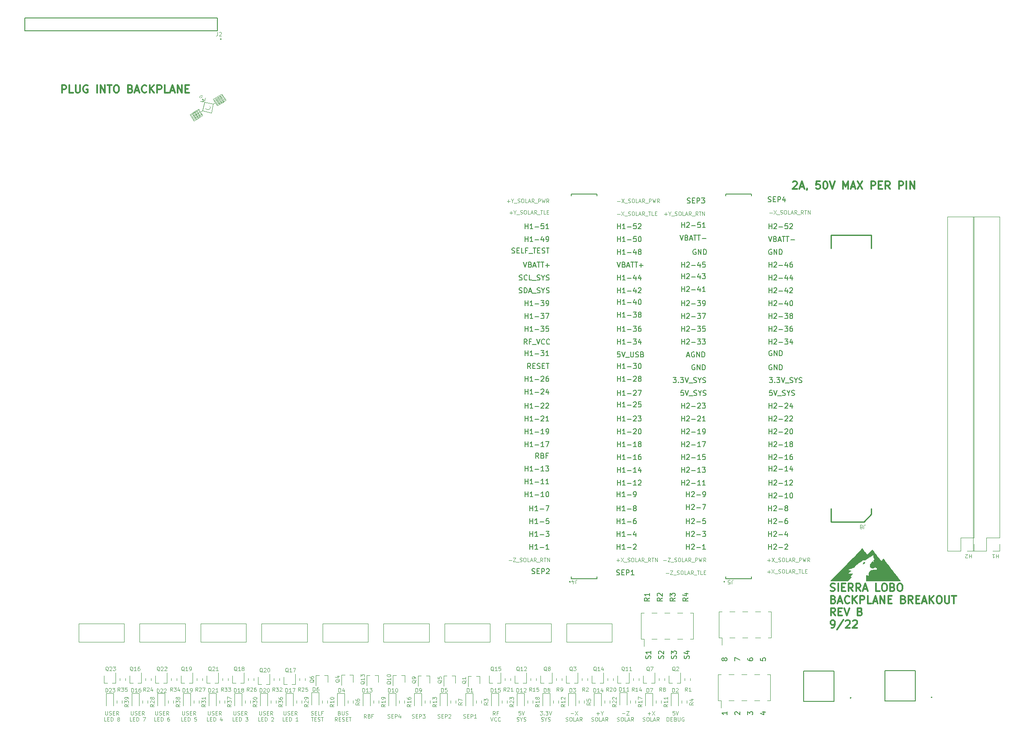
<source format=gto>
G04 #@! TF.GenerationSoftware,KiCad,Pcbnew,(6.0.5)*
G04 #@! TF.CreationDate,2022-09-09T14:32:12-04:00*
G04 #@! TF.ProjectId,backplane-breaout-big,6261636b-706c-4616-9e65-2d627265616f,rev?*
G04 #@! TF.SameCoordinates,Original*
G04 #@! TF.FileFunction,Legend,Top*
G04 #@! TF.FilePolarity,Positive*
%FSLAX46Y46*%
G04 Gerber Fmt 4.6, Leading zero omitted, Abs format (unit mm)*
G04 Created by KiCad (PCBNEW (6.0.5)) date 2022-09-09 14:32:12*
%MOMM*%
%LPD*%
G01*
G04 APERTURE LIST*
%ADD10C,0.120000*%
%ADD11C,0.150000*%
%ADD12C,0.125000*%
%ADD13C,0.300000*%
%ADD14C,0.200000*%
%ADD15C,0.254000*%
%ADD16C,0.127000*%
%ADD17C,0.010000*%
G04 APERTURE END LIST*
D10*
X139948003Y-62583521D02*
X139580464Y-64312658D01*
X139948003Y-62583521D02*
X140367339Y-62311202D01*
X137840471Y-64846441D02*
X137431992Y-64217438D01*
X135754650Y-65306716D02*
X137431992Y-64217438D01*
X142316999Y-61641259D02*
X140639658Y-62730537D01*
X142453159Y-61850927D02*
X141636200Y-60592921D01*
X141636200Y-60592921D02*
X139958859Y-61682199D01*
X139958859Y-61682199D02*
X140367339Y-62311202D01*
X140367339Y-62311202D02*
X140775818Y-62940205D01*
X140775818Y-62940205D02*
X142453159Y-61850927D01*
X140797530Y-61137560D02*
X141614488Y-62395566D01*
X141195153Y-62667885D02*
X140378195Y-61409879D01*
X141614488Y-62395566D02*
X142033824Y-62123246D01*
X142033824Y-62123246D02*
X141216865Y-60865240D01*
X140378195Y-61409879D02*
X140797530Y-61137560D01*
X142044680Y-61221924D02*
X140367339Y-62311202D01*
X140231179Y-62101534D02*
X141908520Y-61012256D01*
X141908520Y-61012256D02*
X141772360Y-60802588D01*
X140503498Y-62520869D02*
X142180839Y-61431591D01*
X142180839Y-61431591D02*
X142044680Y-61221924D01*
X140639658Y-62730537D02*
X140503498Y-62520869D01*
X141772360Y-60802588D02*
X140095019Y-61891867D01*
X138873736Y-62741938D02*
G75*
G03*
X138873736Y-62741938I-50990J0D01*
G01*
X138292374Y-61870155D02*
X137864851Y-61670846D01*
X137939851Y-61670846D02*
G75*
G03*
X137939851Y-61670846I-75000J0D01*
G01*
X137416109Y-62081504D02*
G75*
G03*
X138422518Y-61427929I312591J620304D01*
G01*
X137568151Y-64427106D02*
X135890810Y-65516384D01*
X136184842Y-64133075D02*
X135765506Y-64405394D01*
X135765506Y-64405394D02*
X136582465Y-65663400D01*
X137023512Y-63588435D02*
X135346171Y-64677714D01*
X135618491Y-65097049D02*
X135754650Y-65306716D01*
X135346171Y-64677714D02*
X136163130Y-65935719D01*
X137431992Y-64217438D02*
X137023512Y-63588435D01*
X138218866Y-62215982D02*
X137851327Y-63945119D01*
X137828411Y-61247327D02*
G75*
G03*
X137494724Y-61472961I-126911J-171873D01*
G01*
X138480397Y-63536596D02*
G75*
G03*
X139319000Y-62992000I419303J272296D01*
G01*
X138218866Y-62215982D02*
X138109938Y-62048248D01*
X138504721Y-62981579D02*
G75*
G03*
X138504721Y-62981579I-50990J0D01*
G01*
X137845242Y-60997951D02*
G75*
G03*
X137256507Y-61368886I-211842J-316449D01*
G01*
X137421136Y-65118761D02*
X137001800Y-65391080D01*
X137873039Y-62142474D02*
X137864851Y-61670846D01*
X139580464Y-64312658D02*
X137851327Y-63945119D01*
X136026970Y-65726052D02*
X137704311Y-64636774D01*
X135482331Y-64887381D02*
X137159672Y-63798103D01*
X136604177Y-63860755D02*
X137421136Y-65118761D01*
X137851327Y-63945119D02*
X137431992Y-64217438D01*
X139948003Y-62583521D02*
X138218866Y-62215982D01*
X137001800Y-65391080D02*
X136184842Y-64133075D01*
X136163130Y-65935719D02*
X137840471Y-64846441D01*
X137295832Y-64007771D02*
X135618491Y-65097049D01*
X137159672Y-63798103D02*
X137295832Y-64007771D01*
X135890810Y-65516384D02*
X136026970Y-65726052D01*
D11*
X249896666Y-100014904D02*
X249896666Y-99014904D01*
X249896666Y-99491095D02*
X250468095Y-99491095D01*
X250468095Y-100014904D02*
X250468095Y-99014904D01*
X250896666Y-99110143D02*
X250944285Y-99062524D01*
X251039523Y-99014904D01*
X251277619Y-99014904D01*
X251372857Y-99062524D01*
X251420476Y-99110143D01*
X251468095Y-99205381D01*
X251468095Y-99300619D01*
X251420476Y-99443476D01*
X250849047Y-100014904D01*
X251468095Y-100014904D01*
X251896666Y-99633952D02*
X252658571Y-99633952D01*
X253563333Y-99348238D02*
X253563333Y-100014904D01*
X253325238Y-98967285D02*
X253087142Y-99681571D01*
X253706190Y-99681571D01*
X254039523Y-99110143D02*
X254087142Y-99062524D01*
X254182380Y-99014904D01*
X254420476Y-99014904D01*
X254515714Y-99062524D01*
X254563333Y-99110143D01*
X254610952Y-99205381D01*
X254610952Y-99300619D01*
X254563333Y-99443476D01*
X253991904Y-100014904D01*
X254610952Y-100014904D01*
X219924666Y-117540904D02*
X219924666Y-116540904D01*
X219924666Y-117017095D02*
X220496095Y-117017095D01*
X220496095Y-117540904D02*
X220496095Y-116540904D01*
X221496095Y-117540904D02*
X220924666Y-117540904D01*
X221210380Y-117540904D02*
X221210380Y-116540904D01*
X221115142Y-116683762D01*
X221019904Y-116779000D01*
X220924666Y-116826619D01*
X221924666Y-117159952D02*
X222686571Y-117159952D01*
X223115142Y-116636143D02*
X223162761Y-116588524D01*
X223258000Y-116540904D01*
X223496095Y-116540904D01*
X223591333Y-116588524D01*
X223638952Y-116636143D01*
X223686571Y-116731381D01*
X223686571Y-116826619D01*
X223638952Y-116969476D01*
X223067523Y-117540904D01*
X223686571Y-117540904D01*
X224258000Y-116969476D02*
X224162761Y-116921857D01*
X224115142Y-116874238D01*
X224067523Y-116779000D01*
X224067523Y-116731381D01*
X224115142Y-116636143D01*
X224162761Y-116588524D01*
X224258000Y-116540904D01*
X224448476Y-116540904D01*
X224543714Y-116588524D01*
X224591333Y-116636143D01*
X224638952Y-116731381D01*
X224638952Y-116779000D01*
X224591333Y-116874238D01*
X224543714Y-116921857D01*
X224448476Y-116969476D01*
X224258000Y-116969476D01*
X224162761Y-117017095D01*
X224115142Y-117064714D01*
X224067523Y-117159952D01*
X224067523Y-117350428D01*
X224115142Y-117445666D01*
X224162761Y-117493285D01*
X224258000Y-117540904D01*
X224448476Y-117540904D01*
X224543714Y-117493285D01*
X224591333Y-117445666D01*
X224638952Y-117350428D01*
X224638952Y-117159952D01*
X224591333Y-117064714D01*
X224543714Y-117017095D01*
X224448476Y-116969476D01*
X201636666Y-117540904D02*
X201636666Y-116540904D01*
X201636666Y-117017095D02*
X202208095Y-117017095D01*
X202208095Y-117540904D02*
X202208095Y-116540904D01*
X203208095Y-117540904D02*
X202636666Y-117540904D01*
X202922380Y-117540904D02*
X202922380Y-116540904D01*
X202827142Y-116683762D01*
X202731904Y-116779000D01*
X202636666Y-116826619D01*
X203636666Y-117159952D02*
X204398571Y-117159952D01*
X204827142Y-116636143D02*
X204874761Y-116588524D01*
X204970000Y-116540904D01*
X205208095Y-116540904D01*
X205303333Y-116588524D01*
X205350952Y-116636143D01*
X205398571Y-116731381D01*
X205398571Y-116826619D01*
X205350952Y-116969476D01*
X204779523Y-117540904D01*
X205398571Y-117540904D01*
X206255714Y-116540904D02*
X206065238Y-116540904D01*
X205970000Y-116588524D01*
X205922380Y-116636143D01*
X205827142Y-116779000D01*
X205779523Y-116969476D01*
X205779523Y-117350428D01*
X205827142Y-117445666D01*
X205874761Y-117493285D01*
X205970000Y-117540904D01*
X206160476Y-117540904D01*
X206255714Y-117493285D01*
X206303333Y-117445666D01*
X206350952Y-117350428D01*
X206350952Y-117112333D01*
X206303333Y-117017095D01*
X206255714Y-116969476D01*
X206160476Y-116921857D01*
X205970000Y-116921857D01*
X205874761Y-116969476D01*
X205827142Y-117017095D01*
X205779523Y-117112333D01*
X243254619Y-183545714D02*
X243207000Y-183498095D01*
X243159380Y-183402857D01*
X243159380Y-183164761D01*
X243207000Y-183069523D01*
X243254619Y-183021904D01*
X243349857Y-182974285D01*
X243445095Y-182974285D01*
X243587952Y-183021904D01*
X244159380Y-183593333D01*
X244159380Y-182974285D01*
X219892857Y-145740380D02*
X219892857Y-144740380D01*
X219892857Y-145216571D02*
X220464285Y-145216571D01*
X220464285Y-145740380D02*
X220464285Y-144740380D01*
X221464285Y-145740380D02*
X220892857Y-145740380D01*
X221178571Y-145740380D02*
X221178571Y-144740380D01*
X221083333Y-144883238D01*
X220988095Y-144978476D01*
X220892857Y-145026095D01*
X221892857Y-145359428D02*
X222654761Y-145359428D01*
X223559523Y-144740380D02*
X223369047Y-144740380D01*
X223273809Y-144788000D01*
X223226190Y-144835619D01*
X223130952Y-144978476D01*
X223083333Y-145168952D01*
X223083333Y-145549904D01*
X223130952Y-145645142D01*
X223178571Y-145692761D01*
X223273809Y-145740380D01*
X223464285Y-145740380D01*
X223559523Y-145692761D01*
X223607142Y-145645142D01*
X223654761Y-145549904D01*
X223654761Y-145311809D01*
X223607142Y-145216571D01*
X223559523Y-145168952D01*
X223464285Y-145121333D01*
X223273809Y-145121333D01*
X223178571Y-145168952D01*
X223130952Y-145216571D01*
X223083333Y-145311809D01*
X249896666Y-107634904D02*
X249896666Y-106634904D01*
X249896666Y-107111095D02*
X250468095Y-107111095D01*
X250468095Y-107634904D02*
X250468095Y-106634904D01*
X250896666Y-106730143D02*
X250944285Y-106682524D01*
X251039523Y-106634904D01*
X251277619Y-106634904D01*
X251372857Y-106682524D01*
X251420476Y-106730143D01*
X251468095Y-106825381D01*
X251468095Y-106920619D01*
X251420476Y-107063476D01*
X250849047Y-107634904D01*
X251468095Y-107634904D01*
X251896666Y-107253952D02*
X252658571Y-107253952D01*
X253039523Y-106634904D02*
X253658571Y-106634904D01*
X253325238Y-107015857D01*
X253468095Y-107015857D01*
X253563333Y-107063476D01*
X253610952Y-107111095D01*
X253658571Y-107206333D01*
X253658571Y-107444428D01*
X253610952Y-107539666D01*
X253563333Y-107587285D01*
X253468095Y-107634904D01*
X253182380Y-107634904D01*
X253087142Y-107587285D01*
X253039523Y-107539666D01*
X254515714Y-106634904D02*
X254325238Y-106634904D01*
X254230000Y-106682524D01*
X254182380Y-106730143D01*
X254087142Y-106873000D01*
X254039523Y-107063476D01*
X254039523Y-107444428D01*
X254087142Y-107539666D01*
X254134761Y-107587285D01*
X254230000Y-107634904D01*
X254420476Y-107634904D01*
X254515714Y-107587285D01*
X254563333Y-107539666D01*
X254610952Y-107444428D01*
X254610952Y-107206333D01*
X254563333Y-107111095D01*
X254515714Y-107063476D01*
X254420476Y-107015857D01*
X254230000Y-107015857D01*
X254134761Y-107063476D01*
X254087142Y-107111095D01*
X254039523Y-107206333D01*
X249896666Y-105094904D02*
X249896666Y-104094904D01*
X249896666Y-104571095D02*
X250468095Y-104571095D01*
X250468095Y-105094904D02*
X250468095Y-104094904D01*
X250896666Y-104190143D02*
X250944285Y-104142524D01*
X251039523Y-104094904D01*
X251277619Y-104094904D01*
X251372857Y-104142524D01*
X251420476Y-104190143D01*
X251468095Y-104285381D01*
X251468095Y-104380619D01*
X251420476Y-104523476D01*
X250849047Y-105094904D01*
X251468095Y-105094904D01*
X251896666Y-104713952D02*
X252658571Y-104713952D01*
X253039523Y-104094904D02*
X253658571Y-104094904D01*
X253325238Y-104475857D01*
X253468095Y-104475857D01*
X253563333Y-104523476D01*
X253610952Y-104571095D01*
X253658571Y-104666333D01*
X253658571Y-104904428D01*
X253610952Y-104999666D01*
X253563333Y-105047285D01*
X253468095Y-105094904D01*
X253182380Y-105094904D01*
X253087142Y-105047285D01*
X253039523Y-104999666D01*
X254230000Y-104523476D02*
X254134761Y-104475857D01*
X254087142Y-104428238D01*
X254039523Y-104333000D01*
X254039523Y-104285381D01*
X254087142Y-104190143D01*
X254134761Y-104142524D01*
X254230000Y-104094904D01*
X254420476Y-104094904D01*
X254515714Y-104142524D01*
X254563333Y-104190143D01*
X254610952Y-104285381D01*
X254610952Y-104333000D01*
X254563333Y-104428238D01*
X254515714Y-104475857D01*
X254420476Y-104523476D01*
X254230000Y-104523476D01*
X254134761Y-104571095D01*
X254087142Y-104618714D01*
X254039523Y-104713952D01*
X254039523Y-104904428D01*
X254087142Y-104999666D01*
X254134761Y-105047285D01*
X254230000Y-105094904D01*
X254420476Y-105094904D01*
X254515714Y-105047285D01*
X254563333Y-104999666D01*
X254610952Y-104904428D01*
X254610952Y-104713952D01*
X254563333Y-104618714D01*
X254515714Y-104571095D01*
X254420476Y-104523476D01*
X248239380Y-172353904D02*
X248239380Y-172830095D01*
X248715571Y-172877714D01*
X248667952Y-172830095D01*
X248620333Y-172734857D01*
X248620333Y-172496761D01*
X248667952Y-172401523D01*
X248715571Y-172353904D01*
X248810809Y-172306285D01*
X249048904Y-172306285D01*
X249144142Y-172353904D01*
X249191761Y-172401523D01*
X249239380Y-172496761D01*
X249239380Y-172734857D01*
X249191761Y-172830095D01*
X249144142Y-172877714D01*
X201636666Y-89854904D02*
X201636666Y-88854904D01*
X201636666Y-89331095D02*
X202208095Y-89331095D01*
X202208095Y-89854904D02*
X202208095Y-88854904D01*
X203208095Y-89854904D02*
X202636666Y-89854904D01*
X202922380Y-89854904D02*
X202922380Y-88854904D01*
X202827142Y-88997762D01*
X202731904Y-89093000D01*
X202636666Y-89140619D01*
X203636666Y-89473952D02*
X204398571Y-89473952D01*
X205303333Y-89188238D02*
X205303333Y-89854904D01*
X205065238Y-88807285D02*
X204827142Y-89521571D01*
X205446190Y-89521571D01*
X205874761Y-89854904D02*
X206065238Y-89854904D01*
X206160476Y-89807285D01*
X206208095Y-89759666D01*
X206303333Y-89616809D01*
X206350952Y-89426333D01*
X206350952Y-89045381D01*
X206303333Y-88950143D01*
X206255714Y-88902524D01*
X206160476Y-88854904D01*
X205970000Y-88854904D01*
X205874761Y-88902524D01*
X205827142Y-88950143D01*
X205779523Y-89045381D01*
X205779523Y-89283476D01*
X205827142Y-89378714D01*
X205874761Y-89426333D01*
X205970000Y-89473952D01*
X206160476Y-89473952D01*
X206255714Y-89426333D01*
X206303333Y-89378714D01*
X206350952Y-89283476D01*
X219781714Y-155852761D02*
X219924571Y-155900380D01*
X220162666Y-155900380D01*
X220257904Y-155852761D01*
X220305523Y-155805142D01*
X220353142Y-155709904D01*
X220353142Y-155614666D01*
X220305523Y-155519428D01*
X220257904Y-155471809D01*
X220162666Y-155424190D01*
X219972190Y-155376571D01*
X219876952Y-155328952D01*
X219829333Y-155281333D01*
X219781714Y-155186095D01*
X219781714Y-155090857D01*
X219829333Y-154995619D01*
X219876952Y-154948000D01*
X219972190Y-154900380D01*
X220210285Y-154900380D01*
X220353142Y-154948000D01*
X220781714Y-155376571D02*
X221115047Y-155376571D01*
X221257904Y-155900380D02*
X220781714Y-155900380D01*
X220781714Y-154900380D01*
X221257904Y-154900380D01*
X221686476Y-155900380D02*
X221686476Y-154900380D01*
X222067428Y-154900380D01*
X222162666Y-154948000D01*
X222210285Y-154995619D01*
X222257904Y-155090857D01*
X222257904Y-155233714D01*
X222210285Y-155328952D01*
X222162666Y-155376571D01*
X222067428Y-155424190D01*
X221686476Y-155424190D01*
X223210285Y-155900380D02*
X222638857Y-155900380D01*
X222924571Y-155900380D02*
X222924571Y-154900380D01*
X222829333Y-155043238D01*
X222734095Y-155138476D01*
X222638857Y-155186095D01*
X232624666Y-110174904D02*
X232624666Y-109174904D01*
X232624666Y-109651095D02*
X233196095Y-109651095D01*
X233196095Y-110174904D02*
X233196095Y-109174904D01*
X233624666Y-109270143D02*
X233672285Y-109222524D01*
X233767523Y-109174904D01*
X234005619Y-109174904D01*
X234100857Y-109222524D01*
X234148476Y-109270143D01*
X234196095Y-109365381D01*
X234196095Y-109460619D01*
X234148476Y-109603476D01*
X233577047Y-110174904D01*
X234196095Y-110174904D01*
X234624666Y-109793952D02*
X235386571Y-109793952D01*
X235767523Y-109174904D02*
X236386571Y-109174904D01*
X236053238Y-109555857D01*
X236196095Y-109555857D01*
X236291333Y-109603476D01*
X236338952Y-109651095D01*
X236386571Y-109746333D01*
X236386571Y-109984428D01*
X236338952Y-110079666D01*
X236291333Y-110127285D01*
X236196095Y-110174904D01*
X235910380Y-110174904D01*
X235815142Y-110127285D01*
X235767523Y-110079666D01*
X236719904Y-109174904D02*
X237338952Y-109174904D01*
X237005619Y-109555857D01*
X237148476Y-109555857D01*
X237243714Y-109603476D01*
X237291333Y-109651095D01*
X237338952Y-109746333D01*
X237338952Y-109984428D01*
X237291333Y-110079666D01*
X237243714Y-110127285D01*
X237148476Y-110174904D01*
X236862761Y-110174904D01*
X236767523Y-110127285D01*
X236719904Y-110079666D01*
D12*
X128508285Y-182881535D02*
X128508285Y-183488678D01*
X128544000Y-183560107D01*
X128579714Y-183595821D01*
X128651142Y-183631535D01*
X128794000Y-183631535D01*
X128865428Y-183595821D01*
X128901142Y-183560107D01*
X128936857Y-183488678D01*
X128936857Y-182881535D01*
X129258285Y-183595821D02*
X129365428Y-183631535D01*
X129544000Y-183631535D01*
X129615428Y-183595821D01*
X129651142Y-183560107D01*
X129686857Y-183488678D01*
X129686857Y-183417250D01*
X129651142Y-183345821D01*
X129615428Y-183310107D01*
X129544000Y-183274392D01*
X129401142Y-183238678D01*
X129329714Y-183202964D01*
X129294000Y-183167250D01*
X129258285Y-183095821D01*
X129258285Y-183024392D01*
X129294000Y-182952964D01*
X129329714Y-182917250D01*
X129401142Y-182881535D01*
X129579714Y-182881535D01*
X129686857Y-182917250D01*
X130008285Y-183238678D02*
X130258285Y-183238678D01*
X130365428Y-183631535D02*
X130008285Y-183631535D01*
X130008285Y-182881535D01*
X130365428Y-182881535D01*
X131115428Y-183631535D02*
X130865428Y-183274392D01*
X130686857Y-183631535D02*
X130686857Y-182881535D01*
X130972571Y-182881535D01*
X131044000Y-182917250D01*
X131079714Y-182952964D01*
X131115428Y-183024392D01*
X131115428Y-183131535D01*
X131079714Y-183202964D01*
X131044000Y-183238678D01*
X130972571Y-183274392D01*
X130686857Y-183274392D01*
X128669000Y-184839035D02*
X128311857Y-184839035D01*
X128311857Y-184089035D01*
X128919000Y-184446178D02*
X129169000Y-184446178D01*
X129276142Y-184839035D02*
X128919000Y-184839035D01*
X128919000Y-184089035D01*
X129276142Y-184089035D01*
X129597571Y-184839035D02*
X129597571Y-184089035D01*
X129776142Y-184089035D01*
X129883285Y-184124750D01*
X129954714Y-184196178D01*
X129990428Y-184267607D01*
X130026142Y-184410464D01*
X130026142Y-184517607D01*
X129990428Y-184660464D01*
X129954714Y-184731892D01*
X129883285Y-184803321D01*
X129776142Y-184839035D01*
X129597571Y-184839035D01*
X131240428Y-184089035D02*
X131097571Y-184089035D01*
X131026142Y-184124750D01*
X130990428Y-184160464D01*
X130919000Y-184267607D01*
X130883285Y-184410464D01*
X130883285Y-184696178D01*
X130919000Y-184767607D01*
X130954714Y-184803321D01*
X131026142Y-184839035D01*
X131169000Y-184839035D01*
X131240428Y-184803321D01*
X131276142Y-184767607D01*
X131311857Y-184696178D01*
X131311857Y-184517607D01*
X131276142Y-184446178D01*
X131240428Y-184410464D01*
X131169000Y-184374750D01*
X131026142Y-184374750D01*
X130954714Y-184410464D01*
X130919000Y-184446178D01*
X130883285Y-184517607D01*
X153908285Y-182881535D02*
X153908285Y-183488678D01*
X153944000Y-183560107D01*
X153979714Y-183595821D01*
X154051142Y-183631535D01*
X154194000Y-183631535D01*
X154265428Y-183595821D01*
X154301142Y-183560107D01*
X154336857Y-183488678D01*
X154336857Y-182881535D01*
X154658285Y-183595821D02*
X154765428Y-183631535D01*
X154944000Y-183631535D01*
X155015428Y-183595821D01*
X155051142Y-183560107D01*
X155086857Y-183488678D01*
X155086857Y-183417250D01*
X155051142Y-183345821D01*
X155015428Y-183310107D01*
X154944000Y-183274392D01*
X154801142Y-183238678D01*
X154729714Y-183202964D01*
X154694000Y-183167250D01*
X154658285Y-183095821D01*
X154658285Y-183024392D01*
X154694000Y-182952964D01*
X154729714Y-182917250D01*
X154801142Y-182881535D01*
X154979714Y-182881535D01*
X155086857Y-182917250D01*
X155408285Y-183238678D02*
X155658285Y-183238678D01*
X155765428Y-183631535D02*
X155408285Y-183631535D01*
X155408285Y-182881535D01*
X155765428Y-182881535D01*
X156515428Y-183631535D02*
X156265428Y-183274392D01*
X156086857Y-183631535D02*
X156086857Y-182881535D01*
X156372571Y-182881535D01*
X156444000Y-182917250D01*
X156479714Y-182952964D01*
X156515428Y-183024392D01*
X156515428Y-183131535D01*
X156479714Y-183202964D01*
X156444000Y-183238678D01*
X156372571Y-183274392D01*
X156086857Y-183274392D01*
X154069000Y-184839035D02*
X153711857Y-184839035D01*
X153711857Y-184089035D01*
X154319000Y-184446178D02*
X154569000Y-184446178D01*
X154676142Y-184839035D02*
X154319000Y-184839035D01*
X154319000Y-184089035D01*
X154676142Y-184089035D01*
X154997571Y-184839035D02*
X154997571Y-184089035D01*
X155176142Y-184089035D01*
X155283285Y-184124750D01*
X155354714Y-184196178D01*
X155390428Y-184267607D01*
X155426142Y-184410464D01*
X155426142Y-184517607D01*
X155390428Y-184660464D01*
X155354714Y-184731892D01*
X155283285Y-184803321D01*
X155176142Y-184839035D01*
X154997571Y-184839035D01*
X156711857Y-184839035D02*
X156283285Y-184839035D01*
X156497571Y-184839035D02*
X156497571Y-184089035D01*
X156426142Y-184196178D01*
X156354714Y-184267607D01*
X156283285Y-184303321D01*
D11*
X234084761Y-172465904D02*
X234132380Y-172323047D01*
X234132380Y-172084952D01*
X234084761Y-171989714D01*
X234037142Y-171942095D01*
X233941904Y-171894476D01*
X233846666Y-171894476D01*
X233751428Y-171942095D01*
X233703809Y-171989714D01*
X233656190Y-172084952D01*
X233608571Y-172275428D01*
X233560952Y-172370666D01*
X233513333Y-172418285D01*
X233418095Y-172465904D01*
X233322857Y-172465904D01*
X233227619Y-172418285D01*
X233180000Y-172370666D01*
X233132380Y-172275428D01*
X233132380Y-172037333D01*
X233180000Y-171894476D01*
X233465714Y-171037333D02*
X234132380Y-171037333D01*
X233084761Y-171275428D02*
X233799047Y-171513523D01*
X233799047Y-170894476D01*
D12*
X144002285Y-182881535D02*
X144002285Y-183488678D01*
X144038000Y-183560107D01*
X144073714Y-183595821D01*
X144145142Y-183631535D01*
X144288000Y-183631535D01*
X144359428Y-183595821D01*
X144395142Y-183560107D01*
X144430857Y-183488678D01*
X144430857Y-182881535D01*
X144752285Y-183595821D02*
X144859428Y-183631535D01*
X145038000Y-183631535D01*
X145109428Y-183595821D01*
X145145142Y-183560107D01*
X145180857Y-183488678D01*
X145180857Y-183417250D01*
X145145142Y-183345821D01*
X145109428Y-183310107D01*
X145038000Y-183274392D01*
X144895142Y-183238678D01*
X144823714Y-183202964D01*
X144788000Y-183167250D01*
X144752285Y-183095821D01*
X144752285Y-183024392D01*
X144788000Y-182952964D01*
X144823714Y-182917250D01*
X144895142Y-182881535D01*
X145073714Y-182881535D01*
X145180857Y-182917250D01*
X145502285Y-183238678D02*
X145752285Y-183238678D01*
X145859428Y-183631535D02*
X145502285Y-183631535D01*
X145502285Y-182881535D01*
X145859428Y-182881535D01*
X146609428Y-183631535D02*
X146359428Y-183274392D01*
X146180857Y-183631535D02*
X146180857Y-182881535D01*
X146466571Y-182881535D01*
X146538000Y-182917250D01*
X146573714Y-182952964D01*
X146609428Y-183024392D01*
X146609428Y-183131535D01*
X146573714Y-183202964D01*
X146538000Y-183238678D01*
X146466571Y-183274392D01*
X146180857Y-183274392D01*
X144163000Y-184839035D02*
X143805857Y-184839035D01*
X143805857Y-184089035D01*
X144413000Y-184446178D02*
X144663000Y-184446178D01*
X144770142Y-184839035D02*
X144413000Y-184839035D01*
X144413000Y-184089035D01*
X144770142Y-184089035D01*
X145091571Y-184839035D02*
X145091571Y-184089035D01*
X145270142Y-184089035D01*
X145377285Y-184124750D01*
X145448714Y-184196178D01*
X145484428Y-184267607D01*
X145520142Y-184410464D01*
X145520142Y-184517607D01*
X145484428Y-184660464D01*
X145448714Y-184731892D01*
X145377285Y-184803321D01*
X145270142Y-184839035D01*
X145091571Y-184839035D01*
X146341571Y-184089035D02*
X146805857Y-184089035D01*
X146555857Y-184374750D01*
X146663000Y-184374750D01*
X146734428Y-184410464D01*
X146770142Y-184446178D01*
X146805857Y-184517607D01*
X146805857Y-184696178D01*
X146770142Y-184767607D01*
X146734428Y-184803321D01*
X146663000Y-184839035D01*
X146448714Y-184839035D01*
X146377285Y-184803321D01*
X146341571Y-184767607D01*
D11*
X249864857Y-145734904D02*
X249864857Y-144734904D01*
X249864857Y-145211095D02*
X250436285Y-145211095D01*
X250436285Y-145734904D02*
X250436285Y-144734904D01*
X250864857Y-144830143D02*
X250912476Y-144782524D01*
X251007714Y-144734904D01*
X251245809Y-144734904D01*
X251341047Y-144782524D01*
X251388666Y-144830143D01*
X251436285Y-144925381D01*
X251436285Y-145020619D01*
X251388666Y-145163476D01*
X250817238Y-145734904D01*
X251436285Y-145734904D01*
X251864857Y-145353952D02*
X252626761Y-145353952D01*
X253531523Y-144734904D02*
X253341047Y-144734904D01*
X253245809Y-144782524D01*
X253198190Y-144830143D01*
X253102952Y-144973000D01*
X253055333Y-145163476D01*
X253055333Y-145544428D01*
X253102952Y-145639666D01*
X253150571Y-145687285D01*
X253245809Y-145734904D01*
X253436285Y-145734904D01*
X253531523Y-145687285D01*
X253579142Y-145639666D01*
X253626761Y-145544428D01*
X253626761Y-145306333D01*
X253579142Y-145211095D01*
X253531523Y-145163476D01*
X253436285Y-145115857D01*
X253245809Y-145115857D01*
X253150571Y-145163476D01*
X253102952Y-145211095D01*
X253055333Y-145306333D01*
X199057142Y-92093285D02*
X199200000Y-92140904D01*
X199438095Y-92140904D01*
X199533333Y-92093285D01*
X199580952Y-92045666D01*
X199628571Y-91950428D01*
X199628571Y-91855190D01*
X199580952Y-91759952D01*
X199533333Y-91712333D01*
X199438095Y-91664714D01*
X199247619Y-91617095D01*
X199152380Y-91569476D01*
X199104761Y-91521857D01*
X199057142Y-91426619D01*
X199057142Y-91331381D01*
X199104761Y-91236143D01*
X199152380Y-91188524D01*
X199247619Y-91140904D01*
X199485714Y-91140904D01*
X199628571Y-91188524D01*
X200057142Y-91617095D02*
X200390476Y-91617095D01*
X200533333Y-92140904D02*
X200057142Y-92140904D01*
X200057142Y-91140904D01*
X200533333Y-91140904D01*
X201438095Y-92140904D02*
X200961904Y-92140904D01*
X200961904Y-91140904D01*
X202104761Y-91617095D02*
X201771428Y-91617095D01*
X201771428Y-92140904D02*
X201771428Y-91140904D01*
X202247619Y-91140904D01*
X202390476Y-92236143D02*
X203152380Y-92236143D01*
X203247619Y-91140904D02*
X203819047Y-91140904D01*
X203533333Y-92140904D02*
X203533333Y-91140904D01*
X204152380Y-91617095D02*
X204485714Y-91617095D01*
X204628571Y-92140904D02*
X204152380Y-92140904D01*
X204152380Y-91140904D01*
X204628571Y-91140904D01*
X205009523Y-92093285D02*
X205152380Y-92140904D01*
X205390476Y-92140904D01*
X205485714Y-92093285D01*
X205533333Y-92045666D01*
X205580952Y-91950428D01*
X205580952Y-91855190D01*
X205533333Y-91759952D01*
X205485714Y-91712333D01*
X205390476Y-91664714D01*
X205200000Y-91617095D01*
X205104761Y-91569476D01*
X205057142Y-91521857D01*
X205009523Y-91426619D01*
X205009523Y-91331381D01*
X205057142Y-91236143D01*
X205104761Y-91188524D01*
X205200000Y-91140904D01*
X205438095Y-91140904D01*
X205580952Y-91188524D01*
X205866666Y-91140904D02*
X206438095Y-91140904D01*
X206152380Y-92140904D02*
X206152380Y-91140904D01*
X219924666Y-130494904D02*
X219924666Y-129494904D01*
X219924666Y-129971095D02*
X220496095Y-129971095D01*
X220496095Y-130494904D02*
X220496095Y-129494904D01*
X221496095Y-130494904D02*
X220924666Y-130494904D01*
X221210380Y-130494904D02*
X221210380Y-129494904D01*
X221115142Y-129637762D01*
X221019904Y-129733000D01*
X220924666Y-129780619D01*
X221924666Y-130113952D02*
X222686571Y-130113952D01*
X223686571Y-130494904D02*
X223115142Y-130494904D01*
X223400857Y-130494904D02*
X223400857Y-129494904D01*
X223305619Y-129637762D01*
X223210380Y-129733000D01*
X223115142Y-129780619D01*
X224258000Y-129923476D02*
X224162761Y-129875857D01*
X224115142Y-129828238D01*
X224067523Y-129733000D01*
X224067523Y-129685381D01*
X224115142Y-129590143D01*
X224162761Y-129542524D01*
X224258000Y-129494904D01*
X224448476Y-129494904D01*
X224543714Y-129542524D01*
X224591333Y-129590143D01*
X224638952Y-129685381D01*
X224638952Y-129733000D01*
X224591333Y-129828238D01*
X224543714Y-129875857D01*
X224448476Y-129923476D01*
X224258000Y-129923476D01*
X224162761Y-129971095D01*
X224115142Y-130018714D01*
X224067523Y-130113952D01*
X224067523Y-130304428D01*
X224115142Y-130399666D01*
X224162761Y-130447285D01*
X224258000Y-130494904D01*
X224448476Y-130494904D01*
X224543714Y-130447285D01*
X224591333Y-130399666D01*
X224638952Y-130304428D01*
X224638952Y-130113952D01*
X224591333Y-130018714D01*
X224543714Y-129971095D01*
X224448476Y-129923476D01*
D12*
X123682285Y-182881535D02*
X123682285Y-183488678D01*
X123718000Y-183560107D01*
X123753714Y-183595821D01*
X123825142Y-183631535D01*
X123968000Y-183631535D01*
X124039428Y-183595821D01*
X124075142Y-183560107D01*
X124110857Y-183488678D01*
X124110857Y-182881535D01*
X124432285Y-183595821D02*
X124539428Y-183631535D01*
X124718000Y-183631535D01*
X124789428Y-183595821D01*
X124825142Y-183560107D01*
X124860857Y-183488678D01*
X124860857Y-183417250D01*
X124825142Y-183345821D01*
X124789428Y-183310107D01*
X124718000Y-183274392D01*
X124575142Y-183238678D01*
X124503714Y-183202964D01*
X124468000Y-183167250D01*
X124432285Y-183095821D01*
X124432285Y-183024392D01*
X124468000Y-182952964D01*
X124503714Y-182917250D01*
X124575142Y-182881535D01*
X124753714Y-182881535D01*
X124860857Y-182917250D01*
X125182285Y-183238678D02*
X125432285Y-183238678D01*
X125539428Y-183631535D02*
X125182285Y-183631535D01*
X125182285Y-182881535D01*
X125539428Y-182881535D01*
X126289428Y-183631535D02*
X126039428Y-183274392D01*
X125860857Y-183631535D02*
X125860857Y-182881535D01*
X126146571Y-182881535D01*
X126218000Y-182917250D01*
X126253714Y-182952964D01*
X126289428Y-183024392D01*
X126289428Y-183131535D01*
X126253714Y-183202964D01*
X126218000Y-183238678D01*
X126146571Y-183274392D01*
X125860857Y-183274392D01*
X123843000Y-184839035D02*
X123485857Y-184839035D01*
X123485857Y-184089035D01*
X124093000Y-184446178D02*
X124343000Y-184446178D01*
X124450142Y-184839035D02*
X124093000Y-184839035D01*
X124093000Y-184089035D01*
X124450142Y-184089035D01*
X124771571Y-184839035D02*
X124771571Y-184089035D01*
X124950142Y-184089035D01*
X125057285Y-184124750D01*
X125128714Y-184196178D01*
X125164428Y-184267607D01*
X125200142Y-184410464D01*
X125200142Y-184517607D01*
X125164428Y-184660464D01*
X125128714Y-184731892D01*
X125057285Y-184803321D01*
X124950142Y-184839035D01*
X124771571Y-184839035D01*
X126021571Y-184089035D02*
X126521571Y-184089035D01*
X126200142Y-184839035D01*
D11*
X241619380Y-182974285D02*
X241619380Y-183545714D01*
X241619380Y-183260000D02*
X240619380Y-183260000D01*
X240762238Y-183355238D01*
X240857476Y-183450476D01*
X240905095Y-183545714D01*
D12*
X219893142Y-81836095D02*
X220464571Y-81836095D01*
X220750285Y-81371809D02*
X221250285Y-82121809D01*
X221250285Y-81371809D02*
X220750285Y-82121809D01*
X221357428Y-82193238D02*
X221928857Y-82193238D01*
X222071714Y-82086095D02*
X222178857Y-82121809D01*
X222357428Y-82121809D01*
X222428857Y-82086095D01*
X222464571Y-82050381D01*
X222500285Y-81978952D01*
X222500285Y-81907524D01*
X222464571Y-81836095D01*
X222428857Y-81800381D01*
X222357428Y-81764666D01*
X222214571Y-81728952D01*
X222143142Y-81693238D01*
X222107428Y-81657524D01*
X222071714Y-81586095D01*
X222071714Y-81514666D01*
X222107428Y-81443238D01*
X222143142Y-81407524D01*
X222214571Y-81371809D01*
X222393142Y-81371809D01*
X222500285Y-81407524D01*
X222964571Y-81371809D02*
X223107428Y-81371809D01*
X223178857Y-81407524D01*
X223250285Y-81478952D01*
X223286000Y-81621809D01*
X223286000Y-81871809D01*
X223250285Y-82014666D01*
X223178857Y-82086095D01*
X223107428Y-82121809D01*
X222964571Y-82121809D01*
X222893142Y-82086095D01*
X222821714Y-82014666D01*
X222786000Y-81871809D01*
X222786000Y-81621809D01*
X222821714Y-81478952D01*
X222893142Y-81407524D01*
X222964571Y-81371809D01*
X223964571Y-82121809D02*
X223607428Y-82121809D01*
X223607428Y-81371809D01*
X224178857Y-81907524D02*
X224536000Y-81907524D01*
X224107428Y-82121809D02*
X224357428Y-81371809D01*
X224607428Y-82121809D01*
X225286000Y-82121809D02*
X225036000Y-81764666D01*
X224857428Y-82121809D02*
X224857428Y-81371809D01*
X225143142Y-81371809D01*
X225214571Y-81407524D01*
X225250285Y-81443238D01*
X225286000Y-81514666D01*
X225286000Y-81621809D01*
X225250285Y-81693238D01*
X225214571Y-81728952D01*
X225143142Y-81764666D01*
X224857428Y-81764666D01*
X225428857Y-82193238D02*
X226000285Y-82193238D01*
X226178857Y-82121809D02*
X226178857Y-81371809D01*
X226464571Y-81371809D01*
X226536000Y-81407524D01*
X226571714Y-81443238D01*
X226607428Y-81514666D01*
X226607428Y-81621809D01*
X226571714Y-81693238D01*
X226536000Y-81728952D01*
X226464571Y-81764666D01*
X226178857Y-81764666D01*
X226857428Y-81371809D02*
X227036000Y-82121809D01*
X227178857Y-81586095D01*
X227321714Y-82121809D01*
X227500285Y-81371809D01*
X228214571Y-82121809D02*
X227964571Y-81764666D01*
X227786000Y-82121809D02*
X227786000Y-81371809D01*
X228071714Y-81371809D01*
X228143142Y-81407524D01*
X228178857Y-81443238D01*
X228214571Y-81514666D01*
X228214571Y-81621809D01*
X228178857Y-81693238D01*
X228143142Y-81728952D01*
X228071714Y-81764666D01*
X227786000Y-81764666D01*
D11*
X201636666Y-112460904D02*
X201636666Y-111460904D01*
X201636666Y-111937095D02*
X202208095Y-111937095D01*
X202208095Y-112460904D02*
X202208095Y-111460904D01*
X203208095Y-112460904D02*
X202636666Y-112460904D01*
X202922380Y-112460904D02*
X202922380Y-111460904D01*
X202827142Y-111603762D01*
X202731904Y-111699000D01*
X202636666Y-111746619D01*
X203636666Y-112079952D02*
X204398571Y-112079952D01*
X204779523Y-111460904D02*
X205398571Y-111460904D01*
X205065238Y-111841857D01*
X205208095Y-111841857D01*
X205303333Y-111889476D01*
X205350952Y-111937095D01*
X205398571Y-112032333D01*
X205398571Y-112270428D01*
X205350952Y-112365666D01*
X205303333Y-112413285D01*
X205208095Y-112460904D01*
X204922380Y-112460904D01*
X204827142Y-112413285D01*
X204779523Y-112365666D01*
X206350952Y-112460904D02*
X205779523Y-112460904D01*
X206065238Y-112460904D02*
X206065238Y-111460904D01*
X205970000Y-111603762D01*
X205874761Y-111699000D01*
X205779523Y-111746619D01*
X228798380Y-160440666D02*
X228322190Y-160774000D01*
X228798380Y-161012095D02*
X227798380Y-161012095D01*
X227798380Y-160631142D01*
X227846000Y-160535904D01*
X227893619Y-160488285D01*
X227988857Y-160440666D01*
X228131714Y-160440666D01*
X228226952Y-160488285D01*
X228274571Y-160535904D01*
X228322190Y-160631142D01*
X228322190Y-161012095D01*
X227893619Y-160059714D02*
X227846000Y-160012095D01*
X227798380Y-159916857D01*
X227798380Y-159678761D01*
X227846000Y-159583523D01*
X227893619Y-159535904D01*
X227988857Y-159488285D01*
X228084095Y-159488285D01*
X228226952Y-159535904D01*
X228798380Y-160107333D01*
X228798380Y-159488285D01*
X201636666Y-107634904D02*
X201636666Y-106634904D01*
X201636666Y-107111095D02*
X202208095Y-107111095D01*
X202208095Y-107634904D02*
X202208095Y-106634904D01*
X203208095Y-107634904D02*
X202636666Y-107634904D01*
X202922380Y-107634904D02*
X202922380Y-106634904D01*
X202827142Y-106777762D01*
X202731904Y-106873000D01*
X202636666Y-106920619D01*
X203636666Y-107253952D02*
X204398571Y-107253952D01*
X204779523Y-106634904D02*
X205398571Y-106634904D01*
X205065238Y-107015857D01*
X205208095Y-107015857D01*
X205303333Y-107063476D01*
X205350952Y-107111095D01*
X205398571Y-107206333D01*
X205398571Y-107444428D01*
X205350952Y-107539666D01*
X205303333Y-107587285D01*
X205208095Y-107634904D01*
X204922380Y-107634904D01*
X204827142Y-107587285D01*
X204779523Y-107539666D01*
X206303333Y-106634904D02*
X205827142Y-106634904D01*
X205779523Y-107111095D01*
X205827142Y-107063476D01*
X205922380Y-107015857D01*
X206160476Y-107015857D01*
X206255714Y-107063476D01*
X206303333Y-107111095D01*
X206350952Y-107206333D01*
X206350952Y-107444428D01*
X206303333Y-107539666D01*
X206255714Y-107587285D01*
X206160476Y-107634904D01*
X205922380Y-107634904D01*
X205827142Y-107587285D01*
X205779523Y-107539666D01*
X233704095Y-112429190D02*
X234180285Y-112429190D01*
X233608857Y-112714904D02*
X233942190Y-111714904D01*
X234275523Y-112714904D01*
X235132666Y-111762524D02*
X235037428Y-111714904D01*
X234894571Y-111714904D01*
X234751714Y-111762524D01*
X234656476Y-111857762D01*
X234608857Y-111953000D01*
X234561238Y-112143476D01*
X234561238Y-112286333D01*
X234608857Y-112476809D01*
X234656476Y-112572047D01*
X234751714Y-112667285D01*
X234894571Y-112714904D01*
X234989809Y-112714904D01*
X235132666Y-112667285D01*
X235180285Y-112619666D01*
X235180285Y-112286333D01*
X234989809Y-112286333D01*
X235608857Y-112714904D02*
X235608857Y-111714904D01*
X236180285Y-112714904D01*
X236180285Y-111714904D01*
X236656476Y-112714904D02*
X236656476Y-111714904D01*
X236894571Y-111714904D01*
X237037428Y-111762524D01*
X237132666Y-111857762D01*
X237180285Y-111953000D01*
X237227904Y-112143476D01*
X237227904Y-112286333D01*
X237180285Y-112476809D01*
X237132666Y-112572047D01*
X237037428Y-112667285D01*
X236894571Y-112714904D01*
X236656476Y-112714904D01*
X249896666Y-140654904D02*
X249896666Y-139654904D01*
X249896666Y-140131095D02*
X250468095Y-140131095D01*
X250468095Y-140654904D02*
X250468095Y-139654904D01*
X250896666Y-139750143D02*
X250944285Y-139702524D01*
X251039523Y-139654904D01*
X251277619Y-139654904D01*
X251372857Y-139702524D01*
X251420476Y-139750143D01*
X251468095Y-139845381D01*
X251468095Y-139940619D01*
X251420476Y-140083476D01*
X250849047Y-140654904D01*
X251468095Y-140654904D01*
X251896666Y-140273952D02*
X252658571Y-140273952D01*
X253658571Y-140654904D02*
X253087142Y-140654904D01*
X253372857Y-140654904D02*
X253372857Y-139654904D01*
X253277619Y-139797762D01*
X253182380Y-139893000D01*
X253087142Y-139940619D01*
X254277619Y-139654904D02*
X254372857Y-139654904D01*
X254468095Y-139702524D01*
X254515714Y-139750143D01*
X254563333Y-139845381D01*
X254610952Y-140035857D01*
X254610952Y-140273952D01*
X254563333Y-140464428D01*
X254515714Y-140559666D01*
X254468095Y-140607285D01*
X254372857Y-140654904D01*
X254277619Y-140654904D01*
X254182380Y-140607285D01*
X254134761Y-140559666D01*
X254087142Y-140464428D01*
X254039523Y-140273952D01*
X254039523Y-140035857D01*
X254087142Y-139845381D01*
X254134761Y-139750143D01*
X254182380Y-139702524D01*
X254277619Y-139654904D01*
D12*
X149082285Y-182881535D02*
X149082285Y-183488678D01*
X149118000Y-183560107D01*
X149153714Y-183595821D01*
X149225142Y-183631535D01*
X149368000Y-183631535D01*
X149439428Y-183595821D01*
X149475142Y-183560107D01*
X149510857Y-183488678D01*
X149510857Y-182881535D01*
X149832285Y-183595821D02*
X149939428Y-183631535D01*
X150118000Y-183631535D01*
X150189428Y-183595821D01*
X150225142Y-183560107D01*
X150260857Y-183488678D01*
X150260857Y-183417250D01*
X150225142Y-183345821D01*
X150189428Y-183310107D01*
X150118000Y-183274392D01*
X149975142Y-183238678D01*
X149903714Y-183202964D01*
X149868000Y-183167250D01*
X149832285Y-183095821D01*
X149832285Y-183024392D01*
X149868000Y-182952964D01*
X149903714Y-182917250D01*
X149975142Y-182881535D01*
X150153714Y-182881535D01*
X150260857Y-182917250D01*
X150582285Y-183238678D02*
X150832285Y-183238678D01*
X150939428Y-183631535D02*
X150582285Y-183631535D01*
X150582285Y-182881535D01*
X150939428Y-182881535D01*
X151689428Y-183631535D02*
X151439428Y-183274392D01*
X151260857Y-183631535D02*
X151260857Y-182881535D01*
X151546571Y-182881535D01*
X151618000Y-182917250D01*
X151653714Y-182952964D01*
X151689428Y-183024392D01*
X151689428Y-183131535D01*
X151653714Y-183202964D01*
X151618000Y-183238678D01*
X151546571Y-183274392D01*
X151260857Y-183274392D01*
X149243000Y-184839035D02*
X148885857Y-184839035D01*
X148885857Y-184089035D01*
X149493000Y-184446178D02*
X149743000Y-184446178D01*
X149850142Y-184839035D02*
X149493000Y-184839035D01*
X149493000Y-184089035D01*
X149850142Y-184089035D01*
X150171571Y-184839035D02*
X150171571Y-184089035D01*
X150350142Y-184089035D01*
X150457285Y-184124750D01*
X150528714Y-184196178D01*
X150564428Y-184267607D01*
X150600142Y-184410464D01*
X150600142Y-184517607D01*
X150564428Y-184660464D01*
X150528714Y-184731892D01*
X150457285Y-184803321D01*
X150350142Y-184839035D01*
X150171571Y-184839035D01*
X151457285Y-184160464D02*
X151493000Y-184124750D01*
X151564428Y-184089035D01*
X151743000Y-184089035D01*
X151814428Y-184124750D01*
X151850142Y-184160464D01*
X151885857Y-184231892D01*
X151885857Y-184303321D01*
X151850142Y-184410464D01*
X151421571Y-184839035D01*
X151885857Y-184839035D01*
D11*
X219924666Y-122620904D02*
X219924666Y-121620904D01*
X219924666Y-122097095D02*
X220496095Y-122097095D01*
X220496095Y-122620904D02*
X220496095Y-121620904D01*
X221496095Y-122620904D02*
X220924666Y-122620904D01*
X221210380Y-122620904D02*
X221210380Y-121620904D01*
X221115142Y-121763762D01*
X221019904Y-121859000D01*
X220924666Y-121906619D01*
X221924666Y-122239952D02*
X222686571Y-122239952D01*
X223115142Y-121716143D02*
X223162761Y-121668524D01*
X223258000Y-121620904D01*
X223496095Y-121620904D01*
X223591333Y-121668524D01*
X223638952Y-121716143D01*
X223686571Y-121811381D01*
X223686571Y-121906619D01*
X223638952Y-122049476D01*
X223067523Y-122620904D01*
X223686571Y-122620904D01*
X224591333Y-121620904D02*
X224115142Y-121620904D01*
X224067523Y-122097095D01*
X224115142Y-122049476D01*
X224210380Y-122001857D01*
X224448476Y-122001857D01*
X224543714Y-122049476D01*
X224591333Y-122097095D01*
X224638952Y-122192333D01*
X224638952Y-122430428D01*
X224591333Y-122525666D01*
X224543714Y-122573285D01*
X224448476Y-122620904D01*
X224210380Y-122620904D01*
X224115142Y-122573285D01*
X224067523Y-122525666D01*
X250452095Y-111508524D02*
X250356857Y-111460904D01*
X250214000Y-111460904D01*
X250071142Y-111508524D01*
X249975904Y-111603762D01*
X249928285Y-111699000D01*
X249880666Y-111889476D01*
X249880666Y-112032333D01*
X249928285Y-112222809D01*
X249975904Y-112318047D01*
X250071142Y-112413285D01*
X250214000Y-112460904D01*
X250309238Y-112460904D01*
X250452095Y-112413285D01*
X250499714Y-112365666D01*
X250499714Y-112032333D01*
X250309238Y-112032333D01*
X250928285Y-112460904D02*
X250928285Y-111460904D01*
X251499714Y-112460904D01*
X251499714Y-111460904D01*
X251975904Y-112460904D02*
X251975904Y-111460904D01*
X252214000Y-111460904D01*
X252356857Y-111508524D01*
X252452095Y-111603762D01*
X252499714Y-111699000D01*
X252547333Y-111889476D01*
X252547333Y-112032333D01*
X252499714Y-112222809D01*
X252452095Y-112318047D01*
X252356857Y-112413285D01*
X252214000Y-112460904D01*
X251975904Y-112460904D01*
D12*
X220845142Y-183345821D02*
X221416571Y-183345821D01*
X221702285Y-182881535D02*
X222202285Y-182881535D01*
X221702285Y-183631535D01*
X222202285Y-183631535D01*
X219880857Y-184803321D02*
X219988000Y-184839035D01*
X220166571Y-184839035D01*
X220238000Y-184803321D01*
X220273714Y-184767607D01*
X220309428Y-184696178D01*
X220309428Y-184624750D01*
X220273714Y-184553321D01*
X220238000Y-184517607D01*
X220166571Y-184481892D01*
X220023714Y-184446178D01*
X219952285Y-184410464D01*
X219916571Y-184374750D01*
X219880857Y-184303321D01*
X219880857Y-184231892D01*
X219916571Y-184160464D01*
X219952285Y-184124750D01*
X220023714Y-184089035D01*
X220202285Y-184089035D01*
X220309428Y-184124750D01*
X220773714Y-184089035D02*
X220916571Y-184089035D01*
X220988000Y-184124750D01*
X221059428Y-184196178D01*
X221095142Y-184339035D01*
X221095142Y-184589035D01*
X221059428Y-184731892D01*
X220988000Y-184803321D01*
X220916571Y-184839035D01*
X220773714Y-184839035D01*
X220702285Y-184803321D01*
X220630857Y-184731892D01*
X220595142Y-184589035D01*
X220595142Y-184339035D01*
X220630857Y-184196178D01*
X220702285Y-184124750D01*
X220773714Y-184089035D01*
X221773714Y-184839035D02*
X221416571Y-184839035D01*
X221416571Y-184089035D01*
X221988000Y-184624750D02*
X222345142Y-184624750D01*
X221916571Y-184839035D02*
X222166571Y-184089035D01*
X222416571Y-184839035D01*
X223095142Y-184839035D02*
X222845142Y-184481892D01*
X222666571Y-184839035D02*
X222666571Y-184089035D01*
X222952285Y-184089035D01*
X223023714Y-184124750D01*
X223059428Y-184160464D01*
X223095142Y-184231892D01*
X223095142Y-184339035D01*
X223059428Y-184410464D01*
X223023714Y-184446178D01*
X222952285Y-184481892D01*
X222666571Y-184481892D01*
D11*
X201636666Y-122874904D02*
X201636666Y-121874904D01*
X201636666Y-122351095D02*
X202208095Y-122351095D01*
X202208095Y-122874904D02*
X202208095Y-121874904D01*
X203208095Y-122874904D02*
X202636666Y-122874904D01*
X202922380Y-122874904D02*
X202922380Y-121874904D01*
X202827142Y-122017762D01*
X202731904Y-122113000D01*
X202636666Y-122160619D01*
X203636666Y-122493952D02*
X204398571Y-122493952D01*
X204827142Y-121970143D02*
X204874761Y-121922524D01*
X204970000Y-121874904D01*
X205208095Y-121874904D01*
X205303333Y-121922524D01*
X205350952Y-121970143D01*
X205398571Y-122065381D01*
X205398571Y-122160619D01*
X205350952Y-122303476D01*
X204779523Y-122874904D01*
X205398571Y-122874904D01*
X205779523Y-121970143D02*
X205827142Y-121922524D01*
X205922380Y-121874904D01*
X206160476Y-121874904D01*
X206255714Y-121922524D01*
X206303333Y-121970143D01*
X206350952Y-122065381D01*
X206350952Y-122160619D01*
X206303333Y-122303476D01*
X205731904Y-122874904D01*
X206350952Y-122874904D01*
X249822142Y-88854904D02*
X250155476Y-89854904D01*
X250488809Y-88854904D01*
X251155476Y-89331095D02*
X251298333Y-89378714D01*
X251345952Y-89426333D01*
X251393571Y-89521571D01*
X251393571Y-89664428D01*
X251345952Y-89759666D01*
X251298333Y-89807285D01*
X251203095Y-89854904D01*
X250822142Y-89854904D01*
X250822142Y-88854904D01*
X251155476Y-88854904D01*
X251250714Y-88902524D01*
X251298333Y-88950143D01*
X251345952Y-89045381D01*
X251345952Y-89140619D01*
X251298333Y-89235857D01*
X251250714Y-89283476D01*
X251155476Y-89331095D01*
X250822142Y-89331095D01*
X251774523Y-89569190D02*
X252250714Y-89569190D01*
X251679285Y-89854904D02*
X252012619Y-88854904D01*
X252345952Y-89854904D01*
X252536428Y-88854904D02*
X253107857Y-88854904D01*
X252822142Y-89854904D02*
X252822142Y-88854904D01*
X253298333Y-88854904D02*
X253869761Y-88854904D01*
X253584047Y-89854904D02*
X253584047Y-88854904D01*
X254203095Y-89473952D02*
X254965000Y-89473952D01*
D12*
X249607142Y-155242095D02*
X250178571Y-155242095D01*
X249892857Y-155527809D02*
X249892857Y-154956381D01*
X250464285Y-154777809D02*
X250964285Y-155527809D01*
X250964285Y-154777809D02*
X250464285Y-155527809D01*
X251071428Y-155599238D02*
X251642857Y-155599238D01*
X251785714Y-155492095D02*
X251892857Y-155527809D01*
X252071428Y-155527809D01*
X252142857Y-155492095D01*
X252178571Y-155456381D01*
X252214285Y-155384952D01*
X252214285Y-155313524D01*
X252178571Y-155242095D01*
X252142857Y-155206381D01*
X252071428Y-155170666D01*
X251928571Y-155134952D01*
X251857142Y-155099238D01*
X251821428Y-155063524D01*
X251785714Y-154992095D01*
X251785714Y-154920666D01*
X251821428Y-154849238D01*
X251857142Y-154813524D01*
X251928571Y-154777809D01*
X252107142Y-154777809D01*
X252214285Y-154813524D01*
X252678571Y-154777809D02*
X252821428Y-154777809D01*
X252892857Y-154813524D01*
X252964285Y-154884952D01*
X253000000Y-155027809D01*
X253000000Y-155277809D01*
X252964285Y-155420666D01*
X252892857Y-155492095D01*
X252821428Y-155527809D01*
X252678571Y-155527809D01*
X252607142Y-155492095D01*
X252535714Y-155420666D01*
X252500000Y-155277809D01*
X252500000Y-155027809D01*
X252535714Y-154884952D01*
X252607142Y-154813524D01*
X252678571Y-154777809D01*
X253678571Y-155527809D02*
X253321428Y-155527809D01*
X253321428Y-154777809D01*
X253892857Y-155313524D02*
X254250000Y-155313524D01*
X253821428Y-155527809D02*
X254071428Y-154777809D01*
X254321428Y-155527809D01*
X255000000Y-155527809D02*
X254750000Y-155170666D01*
X254571428Y-155527809D02*
X254571428Y-154777809D01*
X254857142Y-154777809D01*
X254928571Y-154813524D01*
X254964285Y-154849238D01*
X255000000Y-154920666D01*
X255000000Y-155027809D01*
X254964285Y-155099238D01*
X254928571Y-155134952D01*
X254857142Y-155170666D01*
X254571428Y-155170666D01*
X255142857Y-155599238D02*
X255714285Y-155599238D01*
X255785714Y-154777809D02*
X256214285Y-154777809D01*
X256000000Y-155527809D02*
X256000000Y-154777809D01*
X256821428Y-155527809D02*
X256464285Y-155527809D01*
X256464285Y-154777809D01*
X257071428Y-155134952D02*
X257321428Y-155134952D01*
X257428571Y-155527809D02*
X257071428Y-155527809D01*
X257071428Y-154777809D01*
X257428571Y-154777809D01*
D11*
X201636666Y-135326380D02*
X201636666Y-134326380D01*
X201636666Y-134802571D02*
X202208095Y-134802571D01*
X202208095Y-135326380D02*
X202208095Y-134326380D01*
X203208095Y-135326380D02*
X202636666Y-135326380D01*
X202922380Y-135326380D02*
X202922380Y-134326380D01*
X202827142Y-134469238D01*
X202731904Y-134564476D01*
X202636666Y-134612095D01*
X203636666Y-134945428D02*
X204398571Y-134945428D01*
X205398571Y-135326380D02*
X204827142Y-135326380D01*
X205112857Y-135326380D02*
X205112857Y-134326380D01*
X205017619Y-134469238D01*
X204922380Y-134564476D01*
X204827142Y-134612095D01*
X205731904Y-134326380D02*
X206350952Y-134326380D01*
X206017619Y-134707333D01*
X206160476Y-134707333D01*
X206255714Y-134754952D01*
X206303333Y-134802571D01*
X206350952Y-134897809D01*
X206350952Y-135135904D01*
X206303333Y-135231142D01*
X206255714Y-135278761D01*
X206160476Y-135326380D01*
X205874761Y-135326380D01*
X205779523Y-135278761D01*
X205731904Y-135231142D01*
X226258380Y-160440666D02*
X225782190Y-160774000D01*
X226258380Y-161012095D02*
X225258380Y-161012095D01*
X225258380Y-160631142D01*
X225306000Y-160535904D01*
X225353619Y-160488285D01*
X225448857Y-160440666D01*
X225591714Y-160440666D01*
X225686952Y-160488285D01*
X225734571Y-160535904D01*
X225782190Y-160631142D01*
X225782190Y-161012095D01*
X226258380Y-159488285D02*
X226258380Y-160059714D01*
X226258380Y-159774000D02*
X225258380Y-159774000D01*
X225401238Y-159869238D01*
X225496476Y-159964476D01*
X225544095Y-160059714D01*
X202620857Y-143200380D02*
X202620857Y-142200380D01*
X202620857Y-142676571D02*
X203192285Y-142676571D01*
X203192285Y-143200380D02*
X203192285Y-142200380D01*
X204192285Y-143200380D02*
X203620857Y-143200380D01*
X203906571Y-143200380D02*
X203906571Y-142200380D01*
X203811333Y-142343238D01*
X203716095Y-142438476D01*
X203620857Y-142486095D01*
X204620857Y-142819428D02*
X205382761Y-142819428D01*
X205763714Y-142200380D02*
X206430380Y-142200380D01*
X206001809Y-143200380D01*
X202771619Y-115000904D02*
X202438285Y-114524714D01*
X202200190Y-115000904D02*
X202200190Y-114000904D01*
X202581142Y-114000904D01*
X202676380Y-114048524D01*
X202724000Y-114096143D01*
X202771619Y-114191381D01*
X202771619Y-114334238D01*
X202724000Y-114429476D01*
X202676380Y-114477095D01*
X202581142Y-114524714D01*
X202200190Y-114524714D01*
X203200190Y-114477095D02*
X203533523Y-114477095D01*
X203676380Y-115000904D02*
X203200190Y-115000904D01*
X203200190Y-114000904D01*
X203676380Y-114000904D01*
X204057333Y-114953285D02*
X204200190Y-115000904D01*
X204438285Y-115000904D01*
X204533523Y-114953285D01*
X204581142Y-114905666D01*
X204628761Y-114810428D01*
X204628761Y-114715190D01*
X204581142Y-114619952D01*
X204533523Y-114572333D01*
X204438285Y-114524714D01*
X204247809Y-114477095D01*
X204152571Y-114429476D01*
X204104952Y-114381857D01*
X204057333Y-114286619D01*
X204057333Y-114191381D01*
X204104952Y-114096143D01*
X204152571Y-114048524D01*
X204247809Y-114000904D01*
X204485904Y-114000904D01*
X204628761Y-114048524D01*
X205057333Y-114477095D02*
X205390666Y-114477095D01*
X205533523Y-115000904D02*
X205057333Y-115000904D01*
X205057333Y-114000904D01*
X205533523Y-114000904D01*
X205819238Y-114000904D02*
X206390666Y-114000904D01*
X206104952Y-115000904D02*
X206104952Y-114000904D01*
X200485809Y-99967285D02*
X200628666Y-100014904D01*
X200866761Y-100014904D01*
X200962000Y-99967285D01*
X201009619Y-99919666D01*
X201057238Y-99824428D01*
X201057238Y-99729190D01*
X201009619Y-99633952D01*
X200962000Y-99586333D01*
X200866761Y-99538714D01*
X200676285Y-99491095D01*
X200581047Y-99443476D01*
X200533428Y-99395857D01*
X200485809Y-99300619D01*
X200485809Y-99205381D01*
X200533428Y-99110143D01*
X200581047Y-99062524D01*
X200676285Y-99014904D01*
X200914380Y-99014904D01*
X201057238Y-99062524D01*
X201485809Y-100014904D02*
X201485809Y-99014904D01*
X201723904Y-99014904D01*
X201866761Y-99062524D01*
X201962000Y-99157762D01*
X202009619Y-99253000D01*
X202057238Y-99443476D01*
X202057238Y-99586333D01*
X202009619Y-99776809D01*
X201962000Y-99872047D01*
X201866761Y-99967285D01*
X201723904Y-100014904D01*
X201485809Y-100014904D01*
X202438190Y-99729190D02*
X202914380Y-99729190D01*
X202342952Y-100014904D02*
X202676285Y-99014904D01*
X203009619Y-100014904D01*
X203104857Y-100110143D02*
X203866761Y-100110143D01*
X204057238Y-99967285D02*
X204200095Y-100014904D01*
X204438190Y-100014904D01*
X204533428Y-99967285D01*
X204581047Y-99919666D01*
X204628666Y-99824428D01*
X204628666Y-99729190D01*
X204581047Y-99633952D01*
X204533428Y-99586333D01*
X204438190Y-99538714D01*
X204247714Y-99491095D01*
X204152476Y-99443476D01*
X204104857Y-99395857D01*
X204057238Y-99300619D01*
X204057238Y-99205381D01*
X204104857Y-99110143D01*
X204152476Y-99062524D01*
X204247714Y-99014904D01*
X204485809Y-99014904D01*
X204628666Y-99062524D01*
X205247714Y-99538714D02*
X205247714Y-100014904D01*
X204914380Y-99014904D02*
X205247714Y-99538714D01*
X205581047Y-99014904D01*
X205866761Y-99967285D02*
X206009619Y-100014904D01*
X206247714Y-100014904D01*
X206342952Y-99967285D01*
X206390571Y-99919666D01*
X206438190Y-99824428D01*
X206438190Y-99729190D01*
X206390571Y-99633952D01*
X206342952Y-99586333D01*
X206247714Y-99538714D01*
X206057238Y-99491095D01*
X205962000Y-99443476D01*
X205914380Y-99395857D01*
X205866761Y-99300619D01*
X205866761Y-99205381D01*
X205914380Y-99110143D01*
X205962000Y-99062524D01*
X206057238Y-99014904D01*
X206295333Y-99014904D01*
X206438190Y-99062524D01*
D13*
X254628571Y-78061428D02*
X254700000Y-77990000D01*
X254842857Y-77918571D01*
X255200000Y-77918571D01*
X255342857Y-77990000D01*
X255414285Y-78061428D01*
X255485714Y-78204285D01*
X255485714Y-78347142D01*
X255414285Y-78561428D01*
X254557142Y-79418571D01*
X255485714Y-79418571D01*
X256057142Y-78990000D02*
X256771428Y-78990000D01*
X255914285Y-79418571D02*
X256414285Y-77918571D01*
X256914285Y-79418571D01*
X257485714Y-79347142D02*
X257485714Y-79418571D01*
X257414285Y-79561428D01*
X257342857Y-79632857D01*
X259985714Y-77918571D02*
X259271428Y-77918571D01*
X259200000Y-78632857D01*
X259271428Y-78561428D01*
X259414285Y-78490000D01*
X259771428Y-78490000D01*
X259914285Y-78561428D01*
X259985714Y-78632857D01*
X260057142Y-78775714D01*
X260057142Y-79132857D01*
X259985714Y-79275714D01*
X259914285Y-79347142D01*
X259771428Y-79418571D01*
X259414285Y-79418571D01*
X259271428Y-79347142D01*
X259200000Y-79275714D01*
X260985714Y-77918571D02*
X261128571Y-77918571D01*
X261271428Y-77990000D01*
X261342857Y-78061428D01*
X261414285Y-78204285D01*
X261485714Y-78490000D01*
X261485714Y-78847142D01*
X261414285Y-79132857D01*
X261342857Y-79275714D01*
X261271428Y-79347142D01*
X261128571Y-79418571D01*
X260985714Y-79418571D01*
X260842857Y-79347142D01*
X260771428Y-79275714D01*
X260700000Y-79132857D01*
X260628571Y-78847142D01*
X260628571Y-78490000D01*
X260700000Y-78204285D01*
X260771428Y-78061428D01*
X260842857Y-77990000D01*
X260985714Y-77918571D01*
X261914285Y-77918571D02*
X262414285Y-79418571D01*
X262914285Y-77918571D01*
X264557142Y-79418571D02*
X264557142Y-77918571D01*
X265057142Y-78990000D01*
X265557142Y-77918571D01*
X265557142Y-79418571D01*
X266200000Y-78990000D02*
X266914285Y-78990000D01*
X266057142Y-79418571D02*
X266557142Y-77918571D01*
X267057142Y-79418571D01*
X267414285Y-77918571D02*
X268414285Y-79418571D01*
X268414285Y-77918571D02*
X267414285Y-79418571D01*
X270128571Y-79418571D02*
X270128571Y-77918571D01*
X270700000Y-77918571D01*
X270842857Y-77990000D01*
X270914285Y-78061428D01*
X270985714Y-78204285D01*
X270985714Y-78418571D01*
X270914285Y-78561428D01*
X270842857Y-78632857D01*
X270700000Y-78704285D01*
X270128571Y-78704285D01*
X271628571Y-78632857D02*
X272128571Y-78632857D01*
X272342857Y-79418571D02*
X271628571Y-79418571D01*
X271628571Y-77918571D01*
X272342857Y-77918571D01*
X273842857Y-79418571D02*
X273342857Y-78704285D01*
X272985714Y-79418571D02*
X272985714Y-77918571D01*
X273557142Y-77918571D01*
X273700000Y-77990000D01*
X273771428Y-78061428D01*
X273842857Y-78204285D01*
X273842857Y-78418571D01*
X273771428Y-78561428D01*
X273700000Y-78632857D01*
X273557142Y-78704285D01*
X272985714Y-78704285D01*
X275628571Y-79418571D02*
X275628571Y-77918571D01*
X276200000Y-77918571D01*
X276342857Y-77990000D01*
X276414285Y-78061428D01*
X276485714Y-78204285D01*
X276485714Y-78418571D01*
X276414285Y-78561428D01*
X276342857Y-78632857D01*
X276200000Y-78704285D01*
X275628571Y-78704285D01*
X277128571Y-79418571D02*
X277128571Y-77918571D01*
X277842857Y-79418571D02*
X277842857Y-77918571D01*
X278700000Y-79418571D01*
X278700000Y-77918571D01*
D11*
X219924666Y-110174904D02*
X219924666Y-109174904D01*
X219924666Y-109651095D02*
X220496095Y-109651095D01*
X220496095Y-110174904D02*
X220496095Y-109174904D01*
X221496095Y-110174904D02*
X220924666Y-110174904D01*
X221210380Y-110174904D02*
X221210380Y-109174904D01*
X221115142Y-109317762D01*
X221019904Y-109413000D01*
X220924666Y-109460619D01*
X221924666Y-109793952D02*
X222686571Y-109793952D01*
X223067523Y-109174904D02*
X223686571Y-109174904D01*
X223353238Y-109555857D01*
X223496095Y-109555857D01*
X223591333Y-109603476D01*
X223638952Y-109651095D01*
X223686571Y-109746333D01*
X223686571Y-109984428D01*
X223638952Y-110079666D01*
X223591333Y-110127285D01*
X223496095Y-110174904D01*
X223210380Y-110174904D01*
X223115142Y-110127285D01*
X223067523Y-110079666D01*
X224543714Y-109508238D02*
X224543714Y-110174904D01*
X224305619Y-109127285D02*
X224067523Y-109841571D01*
X224686571Y-109841571D01*
X249896666Y-133034904D02*
X249896666Y-132034904D01*
X249896666Y-132511095D02*
X250468095Y-132511095D01*
X250468095Y-133034904D02*
X250468095Y-132034904D01*
X250896666Y-132130143D02*
X250944285Y-132082524D01*
X251039523Y-132034904D01*
X251277619Y-132034904D01*
X251372857Y-132082524D01*
X251420476Y-132130143D01*
X251468095Y-132225381D01*
X251468095Y-132320619D01*
X251420476Y-132463476D01*
X250849047Y-133034904D01*
X251468095Y-133034904D01*
X251896666Y-132653952D02*
X252658571Y-132653952D01*
X253658571Y-133034904D02*
X253087142Y-133034904D01*
X253372857Y-133034904D02*
X253372857Y-132034904D01*
X253277619Y-132177762D01*
X253182380Y-132273000D01*
X253087142Y-132320619D01*
X254515714Y-132034904D02*
X254325238Y-132034904D01*
X254230000Y-132082524D01*
X254182380Y-132130143D01*
X254087142Y-132273000D01*
X254039523Y-132463476D01*
X254039523Y-132844428D01*
X254087142Y-132939666D01*
X254134761Y-132987285D01*
X254230000Y-133034904D01*
X254420476Y-133034904D01*
X254515714Y-132987285D01*
X254563333Y-132939666D01*
X254610952Y-132844428D01*
X254610952Y-132606333D01*
X254563333Y-132511095D01*
X254515714Y-132463476D01*
X254420476Y-132415857D01*
X254230000Y-132415857D01*
X254134761Y-132463476D01*
X254087142Y-132511095D01*
X254039523Y-132606333D01*
D12*
X170223714Y-184235285D02*
X169973714Y-183878142D01*
X169795142Y-184235285D02*
X169795142Y-183485285D01*
X170080857Y-183485285D01*
X170152285Y-183521000D01*
X170188000Y-183556714D01*
X170223714Y-183628142D01*
X170223714Y-183735285D01*
X170188000Y-183806714D01*
X170152285Y-183842428D01*
X170080857Y-183878142D01*
X169795142Y-183878142D01*
X170795142Y-183842428D02*
X170902285Y-183878142D01*
X170938000Y-183913857D01*
X170973714Y-183985285D01*
X170973714Y-184092428D01*
X170938000Y-184163857D01*
X170902285Y-184199571D01*
X170830857Y-184235285D01*
X170545142Y-184235285D01*
X170545142Y-183485285D01*
X170795142Y-183485285D01*
X170866571Y-183521000D01*
X170902285Y-183556714D01*
X170938000Y-183628142D01*
X170938000Y-183699571D01*
X170902285Y-183771000D01*
X170866571Y-183806714D01*
X170795142Y-183842428D01*
X170545142Y-183842428D01*
X171545142Y-183842428D02*
X171295142Y-183842428D01*
X171295142Y-184235285D02*
X171295142Y-183485285D01*
X171652285Y-183485285D01*
D11*
X201636666Y-87314904D02*
X201636666Y-86314904D01*
X201636666Y-86791095D02*
X202208095Y-86791095D01*
X202208095Y-87314904D02*
X202208095Y-86314904D01*
X203208095Y-87314904D02*
X202636666Y-87314904D01*
X202922380Y-87314904D02*
X202922380Y-86314904D01*
X202827142Y-86457762D01*
X202731904Y-86553000D01*
X202636666Y-86600619D01*
X203636666Y-86933952D02*
X204398571Y-86933952D01*
X205350952Y-86314904D02*
X204874761Y-86314904D01*
X204827142Y-86791095D01*
X204874761Y-86743476D01*
X204970000Y-86695857D01*
X205208095Y-86695857D01*
X205303333Y-86743476D01*
X205350952Y-86791095D01*
X205398571Y-86886333D01*
X205398571Y-87124428D01*
X205350952Y-87219666D01*
X205303333Y-87267285D01*
X205208095Y-87314904D01*
X204970000Y-87314904D01*
X204874761Y-87267285D01*
X204827142Y-87219666D01*
X206350952Y-87314904D02*
X205779523Y-87314904D01*
X206065238Y-87314904D02*
X206065238Y-86314904D01*
X205970000Y-86457762D01*
X205874761Y-86553000D01*
X205779523Y-86600619D01*
X249896666Y-127954904D02*
X249896666Y-126954904D01*
X249896666Y-127431095D02*
X250468095Y-127431095D01*
X250468095Y-127954904D02*
X250468095Y-126954904D01*
X250896666Y-127050143D02*
X250944285Y-127002524D01*
X251039523Y-126954904D01*
X251277619Y-126954904D01*
X251372857Y-127002524D01*
X251420476Y-127050143D01*
X251468095Y-127145381D01*
X251468095Y-127240619D01*
X251420476Y-127383476D01*
X250849047Y-127954904D01*
X251468095Y-127954904D01*
X251896666Y-127573952D02*
X252658571Y-127573952D01*
X253087142Y-127050143D02*
X253134761Y-127002524D01*
X253230000Y-126954904D01*
X253468095Y-126954904D01*
X253563333Y-127002524D01*
X253610952Y-127050143D01*
X253658571Y-127145381D01*
X253658571Y-127240619D01*
X253610952Y-127383476D01*
X253039523Y-127954904D01*
X253658571Y-127954904D01*
X254277619Y-126954904D02*
X254372857Y-126954904D01*
X254468095Y-127002524D01*
X254515714Y-127050143D01*
X254563333Y-127145381D01*
X254610952Y-127335857D01*
X254610952Y-127573952D01*
X254563333Y-127764428D01*
X254515714Y-127859666D01*
X254468095Y-127907285D01*
X254372857Y-127954904D01*
X254277619Y-127954904D01*
X254182380Y-127907285D01*
X254134761Y-127859666D01*
X254087142Y-127764428D01*
X254039523Y-127573952D01*
X254039523Y-127335857D01*
X254087142Y-127145381D01*
X254134761Y-127050143D01*
X254182380Y-127002524D01*
X254277619Y-126954904D01*
X233878380Y-160440666D02*
X233402190Y-160774000D01*
X233878380Y-161012095D02*
X232878380Y-161012095D01*
X232878380Y-160631142D01*
X232926000Y-160535904D01*
X232973619Y-160488285D01*
X233068857Y-160440666D01*
X233211714Y-160440666D01*
X233306952Y-160488285D01*
X233354571Y-160535904D01*
X233402190Y-160631142D01*
X233402190Y-161012095D01*
X233211714Y-159583523D02*
X233878380Y-159583523D01*
X232830761Y-159821619D02*
X233545047Y-160059714D01*
X233545047Y-159440666D01*
X249896666Y-94934904D02*
X249896666Y-93934904D01*
X249896666Y-94411095D02*
X250468095Y-94411095D01*
X250468095Y-94934904D02*
X250468095Y-93934904D01*
X250896666Y-94030143D02*
X250944285Y-93982524D01*
X251039523Y-93934904D01*
X251277619Y-93934904D01*
X251372857Y-93982524D01*
X251420476Y-94030143D01*
X251468095Y-94125381D01*
X251468095Y-94220619D01*
X251420476Y-94363476D01*
X250849047Y-94934904D01*
X251468095Y-94934904D01*
X251896666Y-94553952D02*
X252658571Y-94553952D01*
X253563333Y-94268238D02*
X253563333Y-94934904D01*
X253325238Y-93887285D02*
X253087142Y-94601571D01*
X253706190Y-94601571D01*
X254515714Y-93934904D02*
X254325238Y-93934904D01*
X254230000Y-93982524D01*
X254182380Y-94030143D01*
X254087142Y-94173000D01*
X254039523Y-94363476D01*
X254039523Y-94744428D01*
X254087142Y-94839666D01*
X254134761Y-94887285D01*
X254230000Y-94934904D01*
X254420476Y-94934904D01*
X254515714Y-94887285D01*
X254563333Y-94839666D01*
X254610952Y-94744428D01*
X254610952Y-94506333D01*
X254563333Y-94411095D01*
X254515714Y-94363476D01*
X254420476Y-94315857D01*
X254230000Y-94315857D01*
X254134761Y-94363476D01*
X254087142Y-94411095D01*
X254039523Y-94506333D01*
X231544761Y-172465904D02*
X231592380Y-172323047D01*
X231592380Y-172084952D01*
X231544761Y-171989714D01*
X231497142Y-171942095D01*
X231401904Y-171894476D01*
X231306666Y-171894476D01*
X231211428Y-171942095D01*
X231163809Y-171989714D01*
X231116190Y-172084952D01*
X231068571Y-172275428D01*
X231020952Y-172370666D01*
X230973333Y-172418285D01*
X230878095Y-172465904D01*
X230782857Y-172465904D01*
X230687619Y-172418285D01*
X230640000Y-172370666D01*
X230592380Y-172275428D01*
X230592380Y-172037333D01*
X230640000Y-171894476D01*
X230592380Y-171561142D02*
X230592380Y-170942095D01*
X230973333Y-171275428D01*
X230973333Y-171132571D01*
X231020952Y-171037333D01*
X231068571Y-170989714D01*
X231163809Y-170942095D01*
X231401904Y-170942095D01*
X231497142Y-170989714D01*
X231544761Y-171037333D01*
X231592380Y-171132571D01*
X231592380Y-171418285D01*
X231544761Y-171513523D01*
X231497142Y-171561142D01*
X248572714Y-183069523D02*
X249239380Y-183069523D01*
X248191761Y-183307619D02*
X248906047Y-183545714D01*
X248906047Y-182926666D01*
X201636666Y-127954904D02*
X201636666Y-126954904D01*
X201636666Y-127431095D02*
X202208095Y-127431095D01*
X202208095Y-127954904D02*
X202208095Y-126954904D01*
X203208095Y-127954904D02*
X202636666Y-127954904D01*
X202922380Y-127954904D02*
X202922380Y-126954904D01*
X202827142Y-127097762D01*
X202731904Y-127193000D01*
X202636666Y-127240619D01*
X203636666Y-127573952D02*
X204398571Y-127573952D01*
X205398571Y-127954904D02*
X204827142Y-127954904D01*
X205112857Y-127954904D02*
X205112857Y-126954904D01*
X205017619Y-127097762D01*
X204922380Y-127193000D01*
X204827142Y-127240619D01*
X205874761Y-127954904D02*
X206065238Y-127954904D01*
X206160476Y-127907285D01*
X206208095Y-127859666D01*
X206303333Y-127716809D01*
X206350952Y-127526333D01*
X206350952Y-127145381D01*
X206303333Y-127050143D01*
X206255714Y-127002524D01*
X206160476Y-126954904D01*
X205970000Y-126954904D01*
X205874761Y-127002524D01*
X205827142Y-127050143D01*
X205779523Y-127145381D01*
X205779523Y-127383476D01*
X205827142Y-127478714D01*
X205874761Y-127526333D01*
X205970000Y-127573952D01*
X206160476Y-127573952D01*
X206255714Y-127526333D01*
X206303333Y-127478714D01*
X206350952Y-127383476D01*
X249864857Y-150814904D02*
X249864857Y-149814904D01*
X249864857Y-150291095D02*
X250436285Y-150291095D01*
X250436285Y-150814904D02*
X250436285Y-149814904D01*
X250864857Y-149910143D02*
X250912476Y-149862524D01*
X251007714Y-149814904D01*
X251245809Y-149814904D01*
X251341047Y-149862524D01*
X251388666Y-149910143D01*
X251436285Y-150005381D01*
X251436285Y-150100619D01*
X251388666Y-150243476D01*
X250817238Y-150814904D01*
X251436285Y-150814904D01*
X251864857Y-150433952D02*
X252626761Y-150433952D01*
X253055333Y-149910143D02*
X253102952Y-149862524D01*
X253198190Y-149814904D01*
X253436285Y-149814904D01*
X253531523Y-149862524D01*
X253579142Y-149910143D01*
X253626761Y-150005381D01*
X253626761Y-150100619D01*
X253579142Y-150243476D01*
X253007714Y-150814904D01*
X253626761Y-150814904D01*
X202620857Y-148280380D02*
X202620857Y-147280380D01*
X202620857Y-147756571D02*
X203192285Y-147756571D01*
X203192285Y-148280380D02*
X203192285Y-147280380D01*
X204192285Y-148280380D02*
X203620857Y-148280380D01*
X203906571Y-148280380D02*
X203906571Y-147280380D01*
X203811333Y-147423238D01*
X203716095Y-147518476D01*
X203620857Y-147566095D01*
X204620857Y-147899428D02*
X205382761Y-147899428D01*
X205763714Y-147280380D02*
X206382761Y-147280380D01*
X206049428Y-147661333D01*
X206192285Y-147661333D01*
X206287523Y-147708952D01*
X206335142Y-147756571D01*
X206382761Y-147851809D01*
X206382761Y-148089904D01*
X206335142Y-148185142D01*
X206287523Y-148232761D01*
X206192285Y-148280380D01*
X205906571Y-148280380D01*
X205811333Y-148232761D01*
X205763714Y-148185142D01*
X232624666Y-94934904D02*
X232624666Y-93934904D01*
X232624666Y-94411095D02*
X233196095Y-94411095D01*
X233196095Y-94934904D02*
X233196095Y-93934904D01*
X233624666Y-94030143D02*
X233672285Y-93982524D01*
X233767523Y-93934904D01*
X234005619Y-93934904D01*
X234100857Y-93982524D01*
X234148476Y-94030143D01*
X234196095Y-94125381D01*
X234196095Y-94220619D01*
X234148476Y-94363476D01*
X233577047Y-94934904D01*
X234196095Y-94934904D01*
X234624666Y-94553952D02*
X235386571Y-94553952D01*
X236291333Y-94268238D02*
X236291333Y-94934904D01*
X236053238Y-93887285D02*
X235815142Y-94601571D01*
X236434190Y-94601571D01*
X237291333Y-93934904D02*
X236815142Y-93934904D01*
X236767523Y-94411095D01*
X236815142Y-94363476D01*
X236910380Y-94315857D01*
X237148476Y-94315857D01*
X237243714Y-94363476D01*
X237291333Y-94411095D01*
X237338952Y-94506333D01*
X237338952Y-94744428D01*
X237291333Y-94839666D01*
X237243714Y-94887285D01*
X237148476Y-94934904D01*
X236910380Y-94934904D01*
X236815142Y-94887285D01*
X236767523Y-94839666D01*
X219924666Y-87314904D02*
X219924666Y-86314904D01*
X219924666Y-86791095D02*
X220496095Y-86791095D01*
X220496095Y-87314904D02*
X220496095Y-86314904D01*
X221496095Y-87314904D02*
X220924666Y-87314904D01*
X221210380Y-87314904D02*
X221210380Y-86314904D01*
X221115142Y-86457762D01*
X221019904Y-86553000D01*
X220924666Y-86600619D01*
X221924666Y-86933952D02*
X222686571Y-86933952D01*
X223638952Y-86314904D02*
X223162761Y-86314904D01*
X223115142Y-86791095D01*
X223162761Y-86743476D01*
X223258000Y-86695857D01*
X223496095Y-86695857D01*
X223591333Y-86743476D01*
X223638952Y-86791095D01*
X223686571Y-86886333D01*
X223686571Y-87124428D01*
X223638952Y-87219666D01*
X223591333Y-87267285D01*
X223496095Y-87314904D01*
X223258000Y-87314904D01*
X223162761Y-87267285D01*
X223115142Y-87219666D01*
X224067523Y-86410143D02*
X224115142Y-86362524D01*
X224210380Y-86314904D01*
X224448476Y-86314904D01*
X224543714Y-86362524D01*
X224591333Y-86410143D01*
X224638952Y-86505381D01*
X224638952Y-86600619D01*
X224591333Y-86743476D01*
X224019904Y-87314904D01*
X224638952Y-87314904D01*
X231338380Y-160440666D02*
X230862190Y-160774000D01*
X231338380Y-161012095D02*
X230338380Y-161012095D01*
X230338380Y-160631142D01*
X230386000Y-160535904D01*
X230433619Y-160488285D01*
X230528857Y-160440666D01*
X230671714Y-160440666D01*
X230766952Y-160488285D01*
X230814571Y-160535904D01*
X230862190Y-160631142D01*
X230862190Y-161012095D01*
X230338380Y-160107333D02*
X230338380Y-159488285D01*
X230719333Y-159821619D01*
X230719333Y-159678761D01*
X230766952Y-159583523D01*
X230814571Y-159535904D01*
X230909809Y-159488285D01*
X231147904Y-159488285D01*
X231243142Y-159535904D01*
X231290761Y-159583523D01*
X231338380Y-159678761D01*
X231338380Y-159964476D01*
X231290761Y-160059714D01*
X231243142Y-160107333D01*
X219924666Y-115000904D02*
X219924666Y-114000904D01*
X219924666Y-114477095D02*
X220496095Y-114477095D01*
X220496095Y-115000904D02*
X220496095Y-114000904D01*
X221496095Y-115000904D02*
X220924666Y-115000904D01*
X221210380Y-115000904D02*
X221210380Y-114000904D01*
X221115142Y-114143762D01*
X221019904Y-114239000D01*
X220924666Y-114286619D01*
X221924666Y-114619952D02*
X222686571Y-114619952D01*
X223067523Y-114000904D02*
X223686571Y-114000904D01*
X223353238Y-114381857D01*
X223496095Y-114381857D01*
X223591333Y-114429476D01*
X223638952Y-114477095D01*
X223686571Y-114572333D01*
X223686571Y-114810428D01*
X223638952Y-114905666D01*
X223591333Y-114953285D01*
X223496095Y-115000904D01*
X223210380Y-115000904D01*
X223115142Y-114953285D01*
X223067523Y-114905666D01*
X224305619Y-114000904D02*
X224400857Y-114000904D01*
X224496095Y-114048524D01*
X224543714Y-114096143D01*
X224591333Y-114191381D01*
X224638952Y-114381857D01*
X224638952Y-114619952D01*
X224591333Y-114810428D01*
X224543714Y-114905666D01*
X224496095Y-114953285D01*
X224400857Y-115000904D01*
X224305619Y-115000904D01*
X224210380Y-114953285D01*
X224162761Y-114905666D01*
X224115142Y-114810428D01*
X224067523Y-114619952D01*
X224067523Y-114381857D01*
X224115142Y-114191381D01*
X224162761Y-114096143D01*
X224210380Y-114048524D01*
X224305619Y-114000904D01*
D12*
X174482285Y-184199571D02*
X174589428Y-184235285D01*
X174768000Y-184235285D01*
X174839428Y-184199571D01*
X174875142Y-184163857D01*
X174910857Y-184092428D01*
X174910857Y-184021000D01*
X174875142Y-183949571D01*
X174839428Y-183913857D01*
X174768000Y-183878142D01*
X174625142Y-183842428D01*
X174553714Y-183806714D01*
X174518000Y-183771000D01*
X174482285Y-183699571D01*
X174482285Y-183628142D01*
X174518000Y-183556714D01*
X174553714Y-183521000D01*
X174625142Y-183485285D01*
X174803714Y-183485285D01*
X174910857Y-183521000D01*
X175232285Y-183842428D02*
X175482285Y-183842428D01*
X175589428Y-184235285D02*
X175232285Y-184235285D01*
X175232285Y-183485285D01*
X175589428Y-183485285D01*
X175910857Y-184235285D02*
X175910857Y-183485285D01*
X176196571Y-183485285D01*
X176268000Y-183521000D01*
X176303714Y-183556714D01*
X176339428Y-183628142D01*
X176339428Y-183735285D01*
X176303714Y-183806714D01*
X176268000Y-183842428D01*
X176196571Y-183878142D01*
X175910857Y-183878142D01*
X176982285Y-183735285D02*
X176982285Y-184235285D01*
X176803714Y-183449571D02*
X176625142Y-183985285D01*
X177089428Y-183985285D01*
D11*
X232624666Y-99760904D02*
X232624666Y-98760904D01*
X232624666Y-99237095D02*
X233196095Y-99237095D01*
X233196095Y-99760904D02*
X233196095Y-98760904D01*
X233624666Y-98856143D02*
X233672285Y-98808524D01*
X233767523Y-98760904D01*
X234005619Y-98760904D01*
X234100857Y-98808524D01*
X234148476Y-98856143D01*
X234196095Y-98951381D01*
X234196095Y-99046619D01*
X234148476Y-99189476D01*
X233577047Y-99760904D01*
X234196095Y-99760904D01*
X234624666Y-99379952D02*
X235386571Y-99379952D01*
X236291333Y-99094238D02*
X236291333Y-99760904D01*
X236053238Y-98713285D02*
X235815142Y-99427571D01*
X236434190Y-99427571D01*
X237338952Y-99760904D02*
X236767523Y-99760904D01*
X237053238Y-99760904D02*
X237053238Y-98760904D01*
X236958000Y-98903762D01*
X236862761Y-98999000D01*
X236767523Y-99046619D01*
D12*
X231251142Y-182881535D02*
X230894000Y-182881535D01*
X230858285Y-183238678D01*
X230894000Y-183202964D01*
X230965428Y-183167250D01*
X231144000Y-183167250D01*
X231215428Y-183202964D01*
X231251142Y-183238678D01*
X231286857Y-183310107D01*
X231286857Y-183488678D01*
X231251142Y-183560107D01*
X231215428Y-183595821D01*
X231144000Y-183631535D01*
X230965428Y-183631535D01*
X230894000Y-183595821D01*
X230858285Y-183560107D01*
X231501142Y-182881535D02*
X231751142Y-183631535D01*
X232001142Y-182881535D01*
X229715428Y-184839035D02*
X229715428Y-184089035D01*
X229894000Y-184089035D01*
X230001142Y-184124750D01*
X230072571Y-184196178D01*
X230108285Y-184267607D01*
X230144000Y-184410464D01*
X230144000Y-184517607D01*
X230108285Y-184660464D01*
X230072571Y-184731892D01*
X230001142Y-184803321D01*
X229894000Y-184839035D01*
X229715428Y-184839035D01*
X230465428Y-184446178D02*
X230715428Y-184446178D01*
X230822571Y-184839035D02*
X230465428Y-184839035D01*
X230465428Y-184089035D01*
X230822571Y-184089035D01*
X231394000Y-184446178D02*
X231501142Y-184481892D01*
X231536857Y-184517607D01*
X231572571Y-184589035D01*
X231572571Y-184696178D01*
X231536857Y-184767607D01*
X231501142Y-184803321D01*
X231429714Y-184839035D01*
X231144000Y-184839035D01*
X231144000Y-184089035D01*
X231394000Y-184089035D01*
X231465428Y-184124750D01*
X231501142Y-184160464D01*
X231536857Y-184231892D01*
X231536857Y-184303321D01*
X231501142Y-184374750D01*
X231465428Y-184410464D01*
X231394000Y-184446178D01*
X231144000Y-184446178D01*
X231894000Y-184089035D02*
X231894000Y-184696178D01*
X231929714Y-184767607D01*
X231965428Y-184803321D01*
X232036857Y-184839035D01*
X232179714Y-184839035D01*
X232251142Y-184803321D01*
X232286857Y-184767607D01*
X232322571Y-184696178D01*
X232322571Y-184089035D01*
X233072571Y-184124750D02*
X233001142Y-184089035D01*
X232894000Y-184089035D01*
X232786857Y-184124750D01*
X232715428Y-184196178D01*
X232679714Y-184267607D01*
X232644000Y-184410464D01*
X232644000Y-184517607D01*
X232679714Y-184660464D01*
X232715428Y-184731892D01*
X232786857Y-184803321D01*
X232894000Y-184839035D01*
X232965428Y-184839035D01*
X233072571Y-184803321D01*
X233108285Y-184767607D01*
X233108285Y-184517607D01*
X232965428Y-184517607D01*
X179308285Y-184199571D02*
X179415428Y-184235285D01*
X179594000Y-184235285D01*
X179665428Y-184199571D01*
X179701142Y-184163857D01*
X179736857Y-184092428D01*
X179736857Y-184021000D01*
X179701142Y-183949571D01*
X179665428Y-183913857D01*
X179594000Y-183878142D01*
X179451142Y-183842428D01*
X179379714Y-183806714D01*
X179344000Y-183771000D01*
X179308285Y-183699571D01*
X179308285Y-183628142D01*
X179344000Y-183556714D01*
X179379714Y-183521000D01*
X179451142Y-183485285D01*
X179629714Y-183485285D01*
X179736857Y-183521000D01*
X180058285Y-183842428D02*
X180308285Y-183842428D01*
X180415428Y-184235285D02*
X180058285Y-184235285D01*
X180058285Y-183485285D01*
X180415428Y-183485285D01*
X180736857Y-184235285D02*
X180736857Y-183485285D01*
X181022571Y-183485285D01*
X181094000Y-183521000D01*
X181129714Y-183556714D01*
X181165428Y-183628142D01*
X181165428Y-183735285D01*
X181129714Y-183806714D01*
X181094000Y-183842428D01*
X181022571Y-183878142D01*
X180736857Y-183878142D01*
X181415428Y-183485285D02*
X181879714Y-183485285D01*
X181629714Y-183771000D01*
X181736857Y-183771000D01*
X181808285Y-183806714D01*
X181844000Y-183842428D01*
X181879714Y-183913857D01*
X181879714Y-184092428D01*
X181844000Y-184163857D01*
X181808285Y-184199571D01*
X181736857Y-184235285D01*
X181522571Y-184235285D01*
X181451142Y-184199571D01*
X181415428Y-184163857D01*
D11*
X233005619Y-119334904D02*
X232529428Y-119334904D01*
X232481809Y-119811095D01*
X232529428Y-119763476D01*
X232624666Y-119715857D01*
X232862761Y-119715857D01*
X232958000Y-119763476D01*
X233005619Y-119811095D01*
X233053238Y-119906333D01*
X233053238Y-120144428D01*
X233005619Y-120239666D01*
X232958000Y-120287285D01*
X232862761Y-120334904D01*
X232624666Y-120334904D01*
X232529428Y-120287285D01*
X232481809Y-120239666D01*
X233338952Y-119334904D02*
X233672285Y-120334904D01*
X234005619Y-119334904D01*
X234100857Y-120430143D02*
X234862761Y-120430143D01*
X235053238Y-120287285D02*
X235196095Y-120334904D01*
X235434190Y-120334904D01*
X235529428Y-120287285D01*
X235577047Y-120239666D01*
X235624666Y-120144428D01*
X235624666Y-120049190D01*
X235577047Y-119953952D01*
X235529428Y-119906333D01*
X235434190Y-119858714D01*
X235243714Y-119811095D01*
X235148476Y-119763476D01*
X235100857Y-119715857D01*
X235053238Y-119620619D01*
X235053238Y-119525381D01*
X235100857Y-119430143D01*
X235148476Y-119382524D01*
X235243714Y-119334904D01*
X235481809Y-119334904D01*
X235624666Y-119382524D01*
X236243714Y-119858714D02*
X236243714Y-120334904D01*
X235910380Y-119334904D02*
X236243714Y-119858714D01*
X236577047Y-119334904D01*
X236862761Y-120287285D02*
X237005619Y-120334904D01*
X237243714Y-120334904D01*
X237338952Y-120287285D01*
X237386571Y-120239666D01*
X237434190Y-120144428D01*
X237434190Y-120049190D01*
X237386571Y-119953952D01*
X237338952Y-119906333D01*
X237243714Y-119858714D01*
X237053238Y-119811095D01*
X236958000Y-119763476D01*
X236910380Y-119715857D01*
X236862761Y-119620619D01*
X236862761Y-119525381D01*
X236910380Y-119430143D01*
X236958000Y-119382524D01*
X237053238Y-119334904D01*
X237291333Y-119334904D01*
X237434190Y-119382524D01*
X249753714Y-81933285D02*
X249896571Y-81980904D01*
X250134666Y-81980904D01*
X250229904Y-81933285D01*
X250277523Y-81885666D01*
X250325142Y-81790428D01*
X250325142Y-81695190D01*
X250277523Y-81599952D01*
X250229904Y-81552333D01*
X250134666Y-81504714D01*
X249944190Y-81457095D01*
X249848952Y-81409476D01*
X249801333Y-81361857D01*
X249753714Y-81266619D01*
X249753714Y-81171381D01*
X249801333Y-81076143D01*
X249848952Y-81028524D01*
X249944190Y-80980904D01*
X250182285Y-80980904D01*
X250325142Y-81028524D01*
X250753714Y-81457095D02*
X251087047Y-81457095D01*
X251229904Y-81980904D02*
X250753714Y-81980904D01*
X250753714Y-80980904D01*
X251229904Y-80980904D01*
X251658476Y-81980904D02*
X251658476Y-80980904D01*
X252039428Y-80980904D01*
X252134666Y-81028524D01*
X252182285Y-81076143D01*
X252229904Y-81171381D01*
X252229904Y-81314238D01*
X252182285Y-81409476D01*
X252134666Y-81457095D01*
X252039428Y-81504714D01*
X251658476Y-81504714D01*
X253087047Y-81314238D02*
X253087047Y-81980904D01*
X252848952Y-80933285D02*
X252610857Y-81647571D01*
X253229904Y-81647571D01*
X249896666Y-122874904D02*
X249896666Y-121874904D01*
X249896666Y-122351095D02*
X250468095Y-122351095D01*
X250468095Y-122874904D02*
X250468095Y-121874904D01*
X250896666Y-121970143D02*
X250944285Y-121922524D01*
X251039523Y-121874904D01*
X251277619Y-121874904D01*
X251372857Y-121922524D01*
X251420476Y-121970143D01*
X251468095Y-122065381D01*
X251468095Y-122160619D01*
X251420476Y-122303476D01*
X250849047Y-122874904D01*
X251468095Y-122874904D01*
X251896666Y-122493952D02*
X252658571Y-122493952D01*
X253087142Y-121970143D02*
X253134761Y-121922524D01*
X253230000Y-121874904D01*
X253468095Y-121874904D01*
X253563333Y-121922524D01*
X253610952Y-121970143D01*
X253658571Y-122065381D01*
X253658571Y-122160619D01*
X253610952Y-122303476D01*
X253039523Y-122874904D01*
X253658571Y-122874904D01*
X254515714Y-122208238D02*
X254515714Y-122874904D01*
X254277619Y-121827285D02*
X254039523Y-122541571D01*
X254658571Y-122541571D01*
X250007904Y-116794904D02*
X250626952Y-116794904D01*
X250293619Y-117175857D01*
X250436476Y-117175857D01*
X250531714Y-117223476D01*
X250579333Y-117271095D01*
X250626952Y-117366333D01*
X250626952Y-117604428D01*
X250579333Y-117699666D01*
X250531714Y-117747285D01*
X250436476Y-117794904D01*
X250150761Y-117794904D01*
X250055523Y-117747285D01*
X250007904Y-117699666D01*
X251055523Y-117699666D02*
X251103142Y-117747285D01*
X251055523Y-117794904D01*
X251007904Y-117747285D01*
X251055523Y-117699666D01*
X251055523Y-117794904D01*
X251436476Y-116794904D02*
X252055523Y-116794904D01*
X251722190Y-117175857D01*
X251865047Y-117175857D01*
X251960285Y-117223476D01*
X252007904Y-117271095D01*
X252055523Y-117366333D01*
X252055523Y-117604428D01*
X252007904Y-117699666D01*
X251960285Y-117747285D01*
X251865047Y-117794904D01*
X251579333Y-117794904D01*
X251484095Y-117747285D01*
X251436476Y-117699666D01*
X252341238Y-116794904D02*
X252674571Y-117794904D01*
X253007904Y-116794904D01*
X253103142Y-117890143D02*
X253865047Y-117890143D01*
X254055523Y-117747285D02*
X254198380Y-117794904D01*
X254436476Y-117794904D01*
X254531714Y-117747285D01*
X254579333Y-117699666D01*
X254626952Y-117604428D01*
X254626952Y-117509190D01*
X254579333Y-117413952D01*
X254531714Y-117366333D01*
X254436476Y-117318714D01*
X254246000Y-117271095D01*
X254150761Y-117223476D01*
X254103142Y-117175857D01*
X254055523Y-117080619D01*
X254055523Y-116985381D01*
X254103142Y-116890143D01*
X254150761Y-116842524D01*
X254246000Y-116794904D01*
X254484095Y-116794904D01*
X254626952Y-116842524D01*
X255246000Y-117318714D02*
X255246000Y-117794904D01*
X254912666Y-116794904D02*
X255246000Y-117318714D01*
X255579333Y-116794904D01*
X255865047Y-117747285D02*
X256007904Y-117794904D01*
X256246000Y-117794904D01*
X256341238Y-117747285D01*
X256388857Y-117699666D01*
X256436476Y-117604428D01*
X256436476Y-117509190D01*
X256388857Y-117413952D01*
X256341238Y-117366333D01*
X256246000Y-117318714D01*
X256055523Y-117271095D01*
X255960285Y-117223476D01*
X255912666Y-117175857D01*
X255865047Y-117080619D01*
X255865047Y-116985381D01*
X255912666Y-116890143D01*
X255960285Y-116842524D01*
X256055523Y-116794904D01*
X256293619Y-116794904D01*
X256436476Y-116842524D01*
X249896666Y-87314904D02*
X249896666Y-86314904D01*
X249896666Y-86791095D02*
X250468095Y-86791095D01*
X250468095Y-87314904D02*
X250468095Y-86314904D01*
X250896666Y-86410143D02*
X250944285Y-86362524D01*
X251039523Y-86314904D01*
X251277619Y-86314904D01*
X251372857Y-86362524D01*
X251420476Y-86410143D01*
X251468095Y-86505381D01*
X251468095Y-86600619D01*
X251420476Y-86743476D01*
X250849047Y-87314904D01*
X251468095Y-87314904D01*
X251896666Y-86933952D02*
X252658571Y-86933952D01*
X253610952Y-86314904D02*
X253134761Y-86314904D01*
X253087142Y-86791095D01*
X253134761Y-86743476D01*
X253230000Y-86695857D01*
X253468095Y-86695857D01*
X253563333Y-86743476D01*
X253610952Y-86791095D01*
X253658571Y-86886333D01*
X253658571Y-87124428D01*
X253610952Y-87219666D01*
X253563333Y-87267285D01*
X253468095Y-87314904D01*
X253230000Y-87314904D01*
X253134761Y-87267285D01*
X253087142Y-87219666D01*
X254039523Y-86410143D02*
X254087142Y-86362524D01*
X254182380Y-86314904D01*
X254420476Y-86314904D01*
X254515714Y-86362524D01*
X254563333Y-86410143D01*
X254610952Y-86505381D01*
X254610952Y-86600619D01*
X254563333Y-86743476D01*
X253991904Y-87314904D01*
X254610952Y-87314904D01*
X219924666Y-92394904D02*
X219924666Y-91394904D01*
X219924666Y-91871095D02*
X220496095Y-91871095D01*
X220496095Y-92394904D02*
X220496095Y-91394904D01*
X221496095Y-92394904D02*
X220924666Y-92394904D01*
X221210380Y-92394904D02*
X221210380Y-91394904D01*
X221115142Y-91537762D01*
X221019904Y-91633000D01*
X220924666Y-91680619D01*
X221924666Y-92013952D02*
X222686571Y-92013952D01*
X223591333Y-91728238D02*
X223591333Y-92394904D01*
X223353238Y-91347285D02*
X223115142Y-92061571D01*
X223734190Y-92061571D01*
X224258000Y-91823476D02*
X224162761Y-91775857D01*
X224115142Y-91728238D01*
X224067523Y-91633000D01*
X224067523Y-91585381D01*
X224115142Y-91490143D01*
X224162761Y-91442524D01*
X224258000Y-91394904D01*
X224448476Y-91394904D01*
X224543714Y-91442524D01*
X224591333Y-91490143D01*
X224638952Y-91585381D01*
X224638952Y-91633000D01*
X224591333Y-91728238D01*
X224543714Y-91775857D01*
X224448476Y-91823476D01*
X224258000Y-91823476D01*
X224162761Y-91871095D01*
X224115142Y-91918714D01*
X224067523Y-92013952D01*
X224067523Y-92204428D01*
X224115142Y-92299666D01*
X224162761Y-92347285D01*
X224258000Y-92394904D01*
X224448476Y-92394904D01*
X224543714Y-92347285D01*
X224591333Y-92299666D01*
X224638952Y-92204428D01*
X224638952Y-92013952D01*
X224591333Y-91918714D01*
X224543714Y-91871095D01*
X224448476Y-91823476D01*
X232624666Y-102554904D02*
X232624666Y-101554904D01*
X232624666Y-102031095D02*
X233196095Y-102031095D01*
X233196095Y-102554904D02*
X233196095Y-101554904D01*
X233624666Y-101650143D02*
X233672285Y-101602524D01*
X233767523Y-101554904D01*
X234005619Y-101554904D01*
X234100857Y-101602524D01*
X234148476Y-101650143D01*
X234196095Y-101745381D01*
X234196095Y-101840619D01*
X234148476Y-101983476D01*
X233577047Y-102554904D01*
X234196095Y-102554904D01*
X234624666Y-102173952D02*
X235386571Y-102173952D01*
X235767523Y-101554904D02*
X236386571Y-101554904D01*
X236053238Y-101935857D01*
X236196095Y-101935857D01*
X236291333Y-101983476D01*
X236338952Y-102031095D01*
X236386571Y-102126333D01*
X236386571Y-102364428D01*
X236338952Y-102459666D01*
X236291333Y-102507285D01*
X236196095Y-102554904D01*
X235910380Y-102554904D01*
X235815142Y-102507285D01*
X235767523Y-102459666D01*
X236862761Y-102554904D02*
X237053238Y-102554904D01*
X237148476Y-102507285D01*
X237196095Y-102459666D01*
X237291333Y-102316809D01*
X237338952Y-102126333D01*
X237338952Y-101745381D01*
X237291333Y-101650143D01*
X237243714Y-101602524D01*
X237148476Y-101554904D01*
X236958000Y-101554904D01*
X236862761Y-101602524D01*
X236815142Y-101650143D01*
X236767523Y-101745381D01*
X236767523Y-101983476D01*
X236815142Y-102078714D01*
X236862761Y-102126333D01*
X236958000Y-102173952D01*
X237148476Y-102173952D01*
X237243714Y-102126333D01*
X237291333Y-102078714D01*
X237338952Y-101983476D01*
X232624666Y-87060904D02*
X232624666Y-86060904D01*
X232624666Y-86537095D02*
X233196095Y-86537095D01*
X233196095Y-87060904D02*
X233196095Y-86060904D01*
X233624666Y-86156143D02*
X233672285Y-86108524D01*
X233767523Y-86060904D01*
X234005619Y-86060904D01*
X234100857Y-86108524D01*
X234148476Y-86156143D01*
X234196095Y-86251381D01*
X234196095Y-86346619D01*
X234148476Y-86489476D01*
X233577047Y-87060904D01*
X234196095Y-87060904D01*
X234624666Y-86679952D02*
X235386571Y-86679952D01*
X236338952Y-86060904D02*
X235862761Y-86060904D01*
X235815142Y-86537095D01*
X235862761Y-86489476D01*
X235958000Y-86441857D01*
X236196095Y-86441857D01*
X236291333Y-86489476D01*
X236338952Y-86537095D01*
X236386571Y-86632333D01*
X236386571Y-86870428D01*
X236338952Y-86965666D01*
X236291333Y-87013285D01*
X236196095Y-87060904D01*
X235958000Y-87060904D01*
X235862761Y-87013285D01*
X235815142Y-86965666D01*
X237338952Y-87060904D02*
X236767523Y-87060904D01*
X237053238Y-87060904D02*
X237053238Y-86060904D01*
X236958000Y-86203762D01*
X236862761Y-86299000D01*
X236767523Y-86346619D01*
X249864857Y-148274904D02*
X249864857Y-147274904D01*
X249864857Y-147751095D02*
X250436285Y-147751095D01*
X250436285Y-148274904D02*
X250436285Y-147274904D01*
X250864857Y-147370143D02*
X250912476Y-147322524D01*
X251007714Y-147274904D01*
X251245809Y-147274904D01*
X251341047Y-147322524D01*
X251388666Y-147370143D01*
X251436285Y-147465381D01*
X251436285Y-147560619D01*
X251388666Y-147703476D01*
X250817238Y-148274904D01*
X251436285Y-148274904D01*
X251864857Y-147893952D02*
X252626761Y-147893952D01*
X253531523Y-147608238D02*
X253531523Y-148274904D01*
X253293428Y-147227285D02*
X253055333Y-147941571D01*
X253674380Y-147941571D01*
X219924666Y-120334904D02*
X219924666Y-119334904D01*
X219924666Y-119811095D02*
X220496095Y-119811095D01*
X220496095Y-120334904D02*
X220496095Y-119334904D01*
X221496095Y-120334904D02*
X220924666Y-120334904D01*
X221210380Y-120334904D02*
X221210380Y-119334904D01*
X221115142Y-119477762D01*
X221019904Y-119573000D01*
X220924666Y-119620619D01*
X221924666Y-119953952D02*
X222686571Y-119953952D01*
X223115142Y-119430143D02*
X223162761Y-119382524D01*
X223258000Y-119334904D01*
X223496095Y-119334904D01*
X223591333Y-119382524D01*
X223638952Y-119430143D01*
X223686571Y-119525381D01*
X223686571Y-119620619D01*
X223638952Y-119763476D01*
X223067523Y-120334904D01*
X223686571Y-120334904D01*
X224019904Y-119334904D02*
X224686571Y-119334904D01*
X224258000Y-120334904D01*
X249896666Y-130494904D02*
X249896666Y-129494904D01*
X249896666Y-129971095D02*
X250468095Y-129971095D01*
X250468095Y-130494904D02*
X250468095Y-129494904D01*
X250896666Y-129590143D02*
X250944285Y-129542524D01*
X251039523Y-129494904D01*
X251277619Y-129494904D01*
X251372857Y-129542524D01*
X251420476Y-129590143D01*
X251468095Y-129685381D01*
X251468095Y-129780619D01*
X251420476Y-129923476D01*
X250849047Y-130494904D01*
X251468095Y-130494904D01*
X251896666Y-130113952D02*
X252658571Y-130113952D01*
X253658571Y-130494904D02*
X253087142Y-130494904D01*
X253372857Y-130494904D02*
X253372857Y-129494904D01*
X253277619Y-129637762D01*
X253182380Y-129733000D01*
X253087142Y-129780619D01*
X254230000Y-129923476D02*
X254134761Y-129875857D01*
X254087142Y-129828238D01*
X254039523Y-129733000D01*
X254039523Y-129685381D01*
X254087142Y-129590143D01*
X254134761Y-129542524D01*
X254230000Y-129494904D01*
X254420476Y-129494904D01*
X254515714Y-129542524D01*
X254563333Y-129590143D01*
X254610952Y-129685381D01*
X254610952Y-129733000D01*
X254563333Y-129828238D01*
X254515714Y-129875857D01*
X254420476Y-129923476D01*
X254230000Y-129923476D01*
X254134761Y-129971095D01*
X254087142Y-130018714D01*
X254039523Y-130113952D01*
X254039523Y-130304428D01*
X254087142Y-130399666D01*
X254134761Y-130447285D01*
X254230000Y-130494904D01*
X254420476Y-130494904D01*
X254515714Y-130447285D01*
X254563333Y-130399666D01*
X254610952Y-130304428D01*
X254610952Y-130113952D01*
X254563333Y-130018714D01*
X254515714Y-129971095D01*
X254420476Y-129923476D01*
D12*
X229037142Y-152956095D02*
X229608571Y-152956095D01*
X229894285Y-152491809D02*
X230394285Y-152491809D01*
X229894285Y-153241809D01*
X230394285Y-153241809D01*
X230501428Y-153313238D02*
X231072857Y-153313238D01*
X231215714Y-153206095D02*
X231322857Y-153241809D01*
X231501428Y-153241809D01*
X231572857Y-153206095D01*
X231608571Y-153170381D01*
X231644285Y-153098952D01*
X231644285Y-153027524D01*
X231608571Y-152956095D01*
X231572857Y-152920381D01*
X231501428Y-152884666D01*
X231358571Y-152848952D01*
X231287142Y-152813238D01*
X231251428Y-152777524D01*
X231215714Y-152706095D01*
X231215714Y-152634666D01*
X231251428Y-152563238D01*
X231287142Y-152527524D01*
X231358571Y-152491809D01*
X231537142Y-152491809D01*
X231644285Y-152527524D01*
X232108571Y-152491809D02*
X232251428Y-152491809D01*
X232322857Y-152527524D01*
X232394285Y-152598952D01*
X232430000Y-152741809D01*
X232430000Y-152991809D01*
X232394285Y-153134666D01*
X232322857Y-153206095D01*
X232251428Y-153241809D01*
X232108571Y-153241809D01*
X232037142Y-153206095D01*
X231965714Y-153134666D01*
X231930000Y-152991809D01*
X231930000Y-152741809D01*
X231965714Y-152598952D01*
X232037142Y-152527524D01*
X232108571Y-152491809D01*
X233108571Y-153241809D02*
X232751428Y-153241809D01*
X232751428Y-152491809D01*
X233322857Y-153027524D02*
X233680000Y-153027524D01*
X233251428Y-153241809D02*
X233501428Y-152491809D01*
X233751428Y-153241809D01*
X234430000Y-153241809D02*
X234180000Y-152884666D01*
X234001428Y-153241809D02*
X234001428Y-152491809D01*
X234287142Y-152491809D01*
X234358571Y-152527524D01*
X234394285Y-152563238D01*
X234430000Y-152634666D01*
X234430000Y-152741809D01*
X234394285Y-152813238D01*
X234358571Y-152848952D01*
X234287142Y-152884666D01*
X234001428Y-152884666D01*
X234572857Y-153313238D02*
X235144285Y-153313238D01*
X235322857Y-153241809D02*
X235322857Y-152491809D01*
X235608571Y-152491809D01*
X235680000Y-152527524D01*
X235715714Y-152563238D01*
X235751428Y-152634666D01*
X235751428Y-152741809D01*
X235715714Y-152813238D01*
X235680000Y-152848952D01*
X235608571Y-152884666D01*
X235322857Y-152884666D01*
X236001428Y-152491809D02*
X236180000Y-153241809D01*
X236322857Y-152706095D01*
X236465714Y-153241809D01*
X236644285Y-152491809D01*
X237358571Y-153241809D02*
X237108571Y-152884666D01*
X236930000Y-153241809D02*
X236930000Y-152491809D01*
X237215714Y-152491809D01*
X237287142Y-152527524D01*
X237322857Y-152563238D01*
X237358571Y-152634666D01*
X237358571Y-152741809D01*
X237322857Y-152813238D01*
X237287142Y-152848952D01*
X237215714Y-152884666D01*
X236930000Y-152884666D01*
X133842285Y-182881535D02*
X133842285Y-183488678D01*
X133878000Y-183560107D01*
X133913714Y-183595821D01*
X133985142Y-183631535D01*
X134128000Y-183631535D01*
X134199428Y-183595821D01*
X134235142Y-183560107D01*
X134270857Y-183488678D01*
X134270857Y-182881535D01*
X134592285Y-183595821D02*
X134699428Y-183631535D01*
X134878000Y-183631535D01*
X134949428Y-183595821D01*
X134985142Y-183560107D01*
X135020857Y-183488678D01*
X135020857Y-183417250D01*
X134985142Y-183345821D01*
X134949428Y-183310107D01*
X134878000Y-183274392D01*
X134735142Y-183238678D01*
X134663714Y-183202964D01*
X134628000Y-183167250D01*
X134592285Y-183095821D01*
X134592285Y-183024392D01*
X134628000Y-182952964D01*
X134663714Y-182917250D01*
X134735142Y-182881535D01*
X134913714Y-182881535D01*
X135020857Y-182917250D01*
X135342285Y-183238678D02*
X135592285Y-183238678D01*
X135699428Y-183631535D02*
X135342285Y-183631535D01*
X135342285Y-182881535D01*
X135699428Y-182881535D01*
X136449428Y-183631535D02*
X136199428Y-183274392D01*
X136020857Y-183631535D02*
X136020857Y-182881535D01*
X136306571Y-182881535D01*
X136378000Y-182917250D01*
X136413714Y-182952964D01*
X136449428Y-183024392D01*
X136449428Y-183131535D01*
X136413714Y-183202964D01*
X136378000Y-183238678D01*
X136306571Y-183274392D01*
X136020857Y-183274392D01*
X134003000Y-184839035D02*
X133645857Y-184839035D01*
X133645857Y-184089035D01*
X134253000Y-184446178D02*
X134503000Y-184446178D01*
X134610142Y-184839035D02*
X134253000Y-184839035D01*
X134253000Y-184089035D01*
X134610142Y-184089035D01*
X134931571Y-184839035D02*
X134931571Y-184089035D01*
X135110142Y-184089035D01*
X135217285Y-184124750D01*
X135288714Y-184196178D01*
X135324428Y-184267607D01*
X135360142Y-184410464D01*
X135360142Y-184517607D01*
X135324428Y-184660464D01*
X135288714Y-184731892D01*
X135217285Y-184803321D01*
X135110142Y-184839035D01*
X134931571Y-184839035D01*
X136610142Y-184089035D02*
X136253000Y-184089035D01*
X136217285Y-184446178D01*
X136253000Y-184410464D01*
X136324428Y-184374750D01*
X136503000Y-184374750D01*
X136574428Y-184410464D01*
X136610142Y-184446178D01*
X136645857Y-184517607D01*
X136645857Y-184696178D01*
X136610142Y-184767607D01*
X136574428Y-184803321D01*
X136503000Y-184839035D01*
X136324428Y-184839035D01*
X136253000Y-184803321D01*
X136217285Y-184767607D01*
X225925142Y-183345821D02*
X226496571Y-183345821D01*
X226210857Y-183631535D02*
X226210857Y-183060107D01*
X226782285Y-182881535D02*
X227282285Y-183631535D01*
X227282285Y-182881535D02*
X226782285Y-183631535D01*
X224960857Y-184803321D02*
X225068000Y-184839035D01*
X225246571Y-184839035D01*
X225318000Y-184803321D01*
X225353714Y-184767607D01*
X225389428Y-184696178D01*
X225389428Y-184624750D01*
X225353714Y-184553321D01*
X225318000Y-184517607D01*
X225246571Y-184481892D01*
X225103714Y-184446178D01*
X225032285Y-184410464D01*
X224996571Y-184374750D01*
X224960857Y-184303321D01*
X224960857Y-184231892D01*
X224996571Y-184160464D01*
X225032285Y-184124750D01*
X225103714Y-184089035D01*
X225282285Y-184089035D01*
X225389428Y-184124750D01*
X225853714Y-184089035D02*
X225996571Y-184089035D01*
X226068000Y-184124750D01*
X226139428Y-184196178D01*
X226175142Y-184339035D01*
X226175142Y-184589035D01*
X226139428Y-184731892D01*
X226068000Y-184803321D01*
X225996571Y-184839035D01*
X225853714Y-184839035D01*
X225782285Y-184803321D01*
X225710857Y-184731892D01*
X225675142Y-184589035D01*
X225675142Y-184339035D01*
X225710857Y-184196178D01*
X225782285Y-184124750D01*
X225853714Y-184089035D01*
X226853714Y-184839035D02*
X226496571Y-184839035D01*
X226496571Y-184089035D01*
X227068000Y-184624750D02*
X227425142Y-184624750D01*
X226996571Y-184839035D02*
X227246571Y-184089035D01*
X227496571Y-184839035D01*
X228175142Y-184839035D02*
X227925142Y-184481892D01*
X227746571Y-184839035D02*
X227746571Y-184089035D01*
X228032285Y-184089035D01*
X228103714Y-184124750D01*
X228139428Y-184160464D01*
X228175142Y-184231892D01*
X228175142Y-184339035D01*
X228139428Y-184410464D01*
X228103714Y-184446178D01*
X228032285Y-184481892D01*
X227746571Y-184481892D01*
D11*
X232624666Y-107634904D02*
X232624666Y-106634904D01*
X232624666Y-107111095D02*
X233196095Y-107111095D01*
X233196095Y-107634904D02*
X233196095Y-106634904D01*
X233624666Y-106730143D02*
X233672285Y-106682524D01*
X233767523Y-106634904D01*
X234005619Y-106634904D01*
X234100857Y-106682524D01*
X234148476Y-106730143D01*
X234196095Y-106825381D01*
X234196095Y-106920619D01*
X234148476Y-107063476D01*
X233577047Y-107634904D01*
X234196095Y-107634904D01*
X234624666Y-107253952D02*
X235386571Y-107253952D01*
X235767523Y-106634904D02*
X236386571Y-106634904D01*
X236053238Y-107015857D01*
X236196095Y-107015857D01*
X236291333Y-107063476D01*
X236338952Y-107111095D01*
X236386571Y-107206333D01*
X236386571Y-107444428D01*
X236338952Y-107539666D01*
X236291333Y-107587285D01*
X236196095Y-107634904D01*
X235910380Y-107634904D01*
X235815142Y-107587285D01*
X235767523Y-107539666D01*
X237291333Y-106634904D02*
X236815142Y-106634904D01*
X236767523Y-107111095D01*
X236815142Y-107063476D01*
X236910380Y-107015857D01*
X237148476Y-107015857D01*
X237243714Y-107063476D01*
X237291333Y-107111095D01*
X237338952Y-107206333D01*
X237338952Y-107444428D01*
X237291333Y-107539666D01*
X237243714Y-107587285D01*
X237148476Y-107634904D01*
X236910380Y-107634904D01*
X236815142Y-107587285D01*
X236767523Y-107539666D01*
X203017714Y-155598761D02*
X203160571Y-155646380D01*
X203398666Y-155646380D01*
X203493904Y-155598761D01*
X203541523Y-155551142D01*
X203589142Y-155455904D01*
X203589142Y-155360666D01*
X203541523Y-155265428D01*
X203493904Y-155217809D01*
X203398666Y-155170190D01*
X203208190Y-155122571D01*
X203112952Y-155074952D01*
X203065333Y-155027333D01*
X203017714Y-154932095D01*
X203017714Y-154836857D01*
X203065333Y-154741619D01*
X203112952Y-154694000D01*
X203208190Y-154646380D01*
X203446285Y-154646380D01*
X203589142Y-154694000D01*
X204017714Y-155122571D02*
X204351047Y-155122571D01*
X204493904Y-155646380D02*
X204017714Y-155646380D01*
X204017714Y-154646380D01*
X204493904Y-154646380D01*
X204922476Y-155646380D02*
X204922476Y-154646380D01*
X205303428Y-154646380D01*
X205398666Y-154694000D01*
X205446285Y-154741619D01*
X205493904Y-154836857D01*
X205493904Y-154979714D01*
X205446285Y-155074952D01*
X205398666Y-155122571D01*
X205303428Y-155170190D01*
X204922476Y-155170190D01*
X205874857Y-154741619D02*
X205922476Y-154694000D01*
X206017714Y-154646380D01*
X206255809Y-154646380D01*
X206351047Y-154694000D01*
X206398666Y-154741619D01*
X206446285Y-154836857D01*
X206446285Y-154932095D01*
X206398666Y-155074952D01*
X205827238Y-155646380D01*
X206446285Y-155646380D01*
X232624666Y-97220904D02*
X232624666Y-96220904D01*
X232624666Y-96697095D02*
X233196095Y-96697095D01*
X233196095Y-97220904D02*
X233196095Y-96220904D01*
X233624666Y-96316143D02*
X233672285Y-96268524D01*
X233767523Y-96220904D01*
X234005619Y-96220904D01*
X234100857Y-96268524D01*
X234148476Y-96316143D01*
X234196095Y-96411381D01*
X234196095Y-96506619D01*
X234148476Y-96649476D01*
X233577047Y-97220904D01*
X234196095Y-97220904D01*
X234624666Y-96839952D02*
X235386571Y-96839952D01*
X236291333Y-96554238D02*
X236291333Y-97220904D01*
X236053238Y-96173285D02*
X235815142Y-96887571D01*
X236434190Y-96887571D01*
X236719904Y-96220904D02*
X237338952Y-96220904D01*
X237005619Y-96601857D01*
X237148476Y-96601857D01*
X237243714Y-96649476D01*
X237291333Y-96697095D01*
X237338952Y-96792333D01*
X237338952Y-97030428D01*
X237291333Y-97125666D01*
X237243714Y-97173285D01*
X237148476Y-97220904D01*
X236862761Y-97220904D01*
X236767523Y-97173285D01*
X236719904Y-97125666D01*
X202620857Y-150820380D02*
X202620857Y-149820380D01*
X202620857Y-150296571D02*
X203192285Y-150296571D01*
X203192285Y-150820380D02*
X203192285Y-149820380D01*
X204192285Y-150820380D02*
X203620857Y-150820380D01*
X203906571Y-150820380D02*
X203906571Y-149820380D01*
X203811333Y-149963238D01*
X203716095Y-150058476D01*
X203620857Y-150106095D01*
X204620857Y-150439428D02*
X205382761Y-150439428D01*
X206382761Y-150820380D02*
X205811333Y-150820380D01*
X206097047Y-150820380D02*
X206097047Y-149820380D01*
X206001809Y-149963238D01*
X205906571Y-150058476D01*
X205811333Y-150106095D01*
D12*
X198588857Y-84122095D02*
X199160285Y-84122095D01*
X198874571Y-84407809D02*
X198874571Y-83836381D01*
X199660285Y-84050666D02*
X199660285Y-84407809D01*
X199410285Y-83657809D02*
X199660285Y-84050666D01*
X199910285Y-83657809D01*
X199981714Y-84479238D02*
X200553142Y-84479238D01*
X200696000Y-84372095D02*
X200803142Y-84407809D01*
X200981714Y-84407809D01*
X201053142Y-84372095D01*
X201088857Y-84336381D01*
X201124571Y-84264952D01*
X201124571Y-84193524D01*
X201088857Y-84122095D01*
X201053142Y-84086381D01*
X200981714Y-84050666D01*
X200838857Y-84014952D01*
X200767428Y-83979238D01*
X200731714Y-83943524D01*
X200696000Y-83872095D01*
X200696000Y-83800666D01*
X200731714Y-83729238D01*
X200767428Y-83693524D01*
X200838857Y-83657809D01*
X201017428Y-83657809D01*
X201124571Y-83693524D01*
X201588857Y-83657809D02*
X201731714Y-83657809D01*
X201803142Y-83693524D01*
X201874571Y-83764952D01*
X201910285Y-83907809D01*
X201910285Y-84157809D01*
X201874571Y-84300666D01*
X201803142Y-84372095D01*
X201731714Y-84407809D01*
X201588857Y-84407809D01*
X201517428Y-84372095D01*
X201446000Y-84300666D01*
X201410285Y-84157809D01*
X201410285Y-83907809D01*
X201446000Y-83764952D01*
X201517428Y-83693524D01*
X201588857Y-83657809D01*
X202588857Y-84407809D02*
X202231714Y-84407809D01*
X202231714Y-83657809D01*
X202803142Y-84193524D02*
X203160285Y-84193524D01*
X202731714Y-84407809D02*
X202981714Y-83657809D01*
X203231714Y-84407809D01*
X203910285Y-84407809D02*
X203660285Y-84050666D01*
X203481714Y-84407809D02*
X203481714Y-83657809D01*
X203767428Y-83657809D01*
X203838857Y-83693524D01*
X203874571Y-83729238D01*
X203910285Y-83800666D01*
X203910285Y-83907809D01*
X203874571Y-83979238D01*
X203838857Y-84014952D01*
X203767428Y-84050666D01*
X203481714Y-84050666D01*
X204053142Y-84479238D02*
X204624571Y-84479238D01*
X204696000Y-83657809D02*
X205124571Y-83657809D01*
X204910285Y-84407809D02*
X204910285Y-83657809D01*
X205731714Y-84407809D02*
X205374571Y-84407809D01*
X205374571Y-83657809D01*
X205981714Y-84014952D02*
X206231714Y-84014952D01*
X206338857Y-84407809D02*
X205981714Y-84407809D01*
X205981714Y-83657809D01*
X206338857Y-83657809D01*
D11*
X219892857Y-143200380D02*
X219892857Y-142200380D01*
X219892857Y-142676571D02*
X220464285Y-142676571D01*
X220464285Y-143200380D02*
X220464285Y-142200380D01*
X221464285Y-143200380D02*
X220892857Y-143200380D01*
X221178571Y-143200380D02*
X221178571Y-142200380D01*
X221083333Y-142343238D01*
X220988095Y-142438476D01*
X220892857Y-142486095D01*
X221892857Y-142819428D02*
X222654761Y-142819428D01*
X223273809Y-142628952D02*
X223178571Y-142581333D01*
X223130952Y-142533714D01*
X223083333Y-142438476D01*
X223083333Y-142390857D01*
X223130952Y-142295619D01*
X223178571Y-142248000D01*
X223273809Y-142200380D01*
X223464285Y-142200380D01*
X223559523Y-142248000D01*
X223607142Y-142295619D01*
X223654761Y-142390857D01*
X223654761Y-142438476D01*
X223607142Y-142533714D01*
X223559523Y-142581333D01*
X223464285Y-142628952D01*
X223273809Y-142628952D01*
X223178571Y-142676571D01*
X223130952Y-142724190D01*
X223083333Y-142819428D01*
X223083333Y-143009904D01*
X223130952Y-143105142D01*
X223178571Y-143152761D01*
X223273809Y-143200380D01*
X223464285Y-143200380D01*
X223559523Y-143152761D01*
X223607142Y-143105142D01*
X223654761Y-143009904D01*
X223654761Y-142819428D01*
X223607142Y-142724190D01*
X223559523Y-142676571D01*
X223464285Y-142628952D01*
X249896666Y-110174904D02*
X249896666Y-109174904D01*
X249896666Y-109651095D02*
X250468095Y-109651095D01*
X250468095Y-110174904D02*
X250468095Y-109174904D01*
X250896666Y-109270143D02*
X250944285Y-109222524D01*
X251039523Y-109174904D01*
X251277619Y-109174904D01*
X251372857Y-109222524D01*
X251420476Y-109270143D01*
X251468095Y-109365381D01*
X251468095Y-109460619D01*
X251420476Y-109603476D01*
X250849047Y-110174904D01*
X251468095Y-110174904D01*
X251896666Y-109793952D02*
X252658571Y-109793952D01*
X253039523Y-109174904D02*
X253658571Y-109174904D01*
X253325238Y-109555857D01*
X253468095Y-109555857D01*
X253563333Y-109603476D01*
X253610952Y-109651095D01*
X253658571Y-109746333D01*
X253658571Y-109984428D01*
X253610952Y-110079666D01*
X253563333Y-110127285D01*
X253468095Y-110174904D01*
X253182380Y-110174904D01*
X253087142Y-110127285D01*
X253039523Y-110079666D01*
X254515714Y-109508238D02*
X254515714Y-110174904D01*
X254277619Y-109127285D02*
X254039523Y-109841571D01*
X254658571Y-109841571D01*
X232624666Y-138114904D02*
X232624666Y-137114904D01*
X232624666Y-137591095D02*
X233196095Y-137591095D01*
X233196095Y-138114904D02*
X233196095Y-137114904D01*
X233624666Y-137210143D02*
X233672285Y-137162524D01*
X233767523Y-137114904D01*
X234005619Y-137114904D01*
X234100857Y-137162524D01*
X234148476Y-137210143D01*
X234196095Y-137305381D01*
X234196095Y-137400619D01*
X234148476Y-137543476D01*
X233577047Y-138114904D01*
X234196095Y-138114904D01*
X234624666Y-137733952D02*
X235386571Y-137733952D01*
X236386571Y-138114904D02*
X235815142Y-138114904D01*
X236100857Y-138114904D02*
X236100857Y-137114904D01*
X236005619Y-137257762D01*
X235910380Y-137353000D01*
X235815142Y-137400619D01*
X237338952Y-138114904D02*
X236767523Y-138114904D01*
X237053238Y-138114904D02*
X237053238Y-137114904D01*
X236958000Y-137257762D01*
X236862761Y-137353000D01*
X236767523Y-137400619D01*
X250452095Y-114302524D02*
X250356857Y-114254904D01*
X250214000Y-114254904D01*
X250071142Y-114302524D01*
X249975904Y-114397762D01*
X249928285Y-114493000D01*
X249880666Y-114683476D01*
X249880666Y-114826333D01*
X249928285Y-115016809D01*
X249975904Y-115112047D01*
X250071142Y-115207285D01*
X250214000Y-115254904D01*
X250309238Y-115254904D01*
X250452095Y-115207285D01*
X250499714Y-115159666D01*
X250499714Y-114826333D01*
X250309238Y-114826333D01*
X250928285Y-115254904D02*
X250928285Y-114254904D01*
X251499714Y-115254904D01*
X251499714Y-114254904D01*
X251975904Y-115254904D02*
X251975904Y-114254904D01*
X252214000Y-114254904D01*
X252356857Y-114302524D01*
X252452095Y-114397762D01*
X252499714Y-114493000D01*
X252547333Y-114683476D01*
X252547333Y-114826333D01*
X252499714Y-115016809D01*
X252452095Y-115112047D01*
X252356857Y-115207285D01*
X252214000Y-115254904D01*
X251975904Y-115254904D01*
X249896666Y-138114904D02*
X249896666Y-137114904D01*
X249896666Y-137591095D02*
X250468095Y-137591095D01*
X250468095Y-138114904D02*
X250468095Y-137114904D01*
X250896666Y-137210143D02*
X250944285Y-137162524D01*
X251039523Y-137114904D01*
X251277619Y-137114904D01*
X251372857Y-137162524D01*
X251420476Y-137210143D01*
X251468095Y-137305381D01*
X251468095Y-137400619D01*
X251420476Y-137543476D01*
X250849047Y-138114904D01*
X251468095Y-138114904D01*
X251896666Y-137733952D02*
X252658571Y-137733952D01*
X253658571Y-138114904D02*
X253087142Y-138114904D01*
X253372857Y-138114904D02*
X253372857Y-137114904D01*
X253277619Y-137257762D01*
X253182380Y-137353000D01*
X253087142Y-137400619D01*
X254039523Y-137210143D02*
X254087142Y-137162524D01*
X254182380Y-137114904D01*
X254420476Y-137114904D01*
X254515714Y-137162524D01*
X254563333Y-137210143D01*
X254610952Y-137305381D01*
X254610952Y-137400619D01*
X254563333Y-137543476D01*
X253991904Y-138114904D01*
X254610952Y-138114904D01*
X201636666Y-102554904D02*
X201636666Y-101554904D01*
X201636666Y-102031095D02*
X202208095Y-102031095D01*
X202208095Y-102554904D02*
X202208095Y-101554904D01*
X203208095Y-102554904D02*
X202636666Y-102554904D01*
X202922380Y-102554904D02*
X202922380Y-101554904D01*
X202827142Y-101697762D01*
X202731904Y-101793000D01*
X202636666Y-101840619D01*
X203636666Y-102173952D02*
X204398571Y-102173952D01*
X204779523Y-101554904D02*
X205398571Y-101554904D01*
X205065238Y-101935857D01*
X205208095Y-101935857D01*
X205303333Y-101983476D01*
X205350952Y-102031095D01*
X205398571Y-102126333D01*
X205398571Y-102364428D01*
X205350952Y-102459666D01*
X205303333Y-102507285D01*
X205208095Y-102554904D01*
X204922380Y-102554904D01*
X204827142Y-102507285D01*
X204779523Y-102459666D01*
X205874761Y-102554904D02*
X206065238Y-102554904D01*
X206160476Y-102507285D01*
X206208095Y-102459666D01*
X206303333Y-102316809D01*
X206350952Y-102126333D01*
X206350952Y-101745381D01*
X206303333Y-101650143D01*
X206255714Y-101602524D01*
X206160476Y-101554904D01*
X205970000Y-101554904D01*
X205874761Y-101602524D01*
X205827142Y-101650143D01*
X205779523Y-101745381D01*
X205779523Y-101983476D01*
X205827142Y-102078714D01*
X205874761Y-102126333D01*
X205970000Y-102173952D01*
X206160476Y-102173952D01*
X206255714Y-102126333D01*
X206303333Y-102078714D01*
X206350952Y-101983476D01*
D12*
X219889142Y-84376095D02*
X220460571Y-84376095D01*
X220746285Y-83911809D02*
X221246285Y-84661809D01*
X221246285Y-83911809D02*
X220746285Y-84661809D01*
X221353428Y-84733238D02*
X221924857Y-84733238D01*
X222067714Y-84626095D02*
X222174857Y-84661809D01*
X222353428Y-84661809D01*
X222424857Y-84626095D01*
X222460571Y-84590381D01*
X222496285Y-84518952D01*
X222496285Y-84447524D01*
X222460571Y-84376095D01*
X222424857Y-84340381D01*
X222353428Y-84304666D01*
X222210571Y-84268952D01*
X222139142Y-84233238D01*
X222103428Y-84197524D01*
X222067714Y-84126095D01*
X222067714Y-84054666D01*
X222103428Y-83983238D01*
X222139142Y-83947524D01*
X222210571Y-83911809D01*
X222389142Y-83911809D01*
X222496285Y-83947524D01*
X222960571Y-83911809D02*
X223103428Y-83911809D01*
X223174857Y-83947524D01*
X223246285Y-84018952D01*
X223282000Y-84161809D01*
X223282000Y-84411809D01*
X223246285Y-84554666D01*
X223174857Y-84626095D01*
X223103428Y-84661809D01*
X222960571Y-84661809D01*
X222889142Y-84626095D01*
X222817714Y-84554666D01*
X222782000Y-84411809D01*
X222782000Y-84161809D01*
X222817714Y-84018952D01*
X222889142Y-83947524D01*
X222960571Y-83911809D01*
X223960571Y-84661809D02*
X223603428Y-84661809D01*
X223603428Y-83911809D01*
X224174857Y-84447524D02*
X224532000Y-84447524D01*
X224103428Y-84661809D02*
X224353428Y-83911809D01*
X224603428Y-84661809D01*
X225282000Y-84661809D02*
X225032000Y-84304666D01*
X224853428Y-84661809D02*
X224853428Y-83911809D01*
X225139142Y-83911809D01*
X225210571Y-83947524D01*
X225246285Y-83983238D01*
X225282000Y-84054666D01*
X225282000Y-84161809D01*
X225246285Y-84233238D01*
X225210571Y-84268952D01*
X225139142Y-84304666D01*
X224853428Y-84304666D01*
X225424857Y-84733238D02*
X225996285Y-84733238D01*
X226067714Y-83911809D02*
X226496285Y-83911809D01*
X226282000Y-84661809D02*
X226282000Y-83911809D01*
X227103428Y-84661809D02*
X226746285Y-84661809D01*
X226746285Y-83911809D01*
X227353428Y-84268952D02*
X227603428Y-84268952D01*
X227710571Y-84661809D02*
X227353428Y-84661809D01*
X227353428Y-83911809D01*
X227710571Y-83911809D01*
X219764142Y-152961571D02*
X220335571Y-152961571D01*
X220049857Y-153247285D02*
X220049857Y-152675857D01*
X220621285Y-152497285D02*
X221121285Y-153247285D01*
X221121285Y-152497285D02*
X220621285Y-153247285D01*
X221228428Y-153318714D02*
X221799857Y-153318714D01*
X221942714Y-153211571D02*
X222049857Y-153247285D01*
X222228428Y-153247285D01*
X222299857Y-153211571D01*
X222335571Y-153175857D01*
X222371285Y-153104428D01*
X222371285Y-153033000D01*
X222335571Y-152961571D01*
X222299857Y-152925857D01*
X222228428Y-152890142D01*
X222085571Y-152854428D01*
X222014142Y-152818714D01*
X221978428Y-152783000D01*
X221942714Y-152711571D01*
X221942714Y-152640142D01*
X221978428Y-152568714D01*
X222014142Y-152533000D01*
X222085571Y-152497285D01*
X222264142Y-152497285D01*
X222371285Y-152533000D01*
X222835571Y-152497285D02*
X222978428Y-152497285D01*
X223049857Y-152533000D01*
X223121285Y-152604428D01*
X223157000Y-152747285D01*
X223157000Y-152997285D01*
X223121285Y-153140142D01*
X223049857Y-153211571D01*
X222978428Y-153247285D01*
X222835571Y-153247285D01*
X222764142Y-153211571D01*
X222692714Y-153140142D01*
X222657000Y-152997285D01*
X222657000Y-152747285D01*
X222692714Y-152604428D01*
X222764142Y-152533000D01*
X222835571Y-152497285D01*
X223835571Y-153247285D02*
X223478428Y-153247285D01*
X223478428Y-152497285D01*
X224049857Y-153033000D02*
X224407000Y-153033000D01*
X223978428Y-153247285D02*
X224228428Y-152497285D01*
X224478428Y-153247285D01*
X225157000Y-153247285D02*
X224907000Y-152890142D01*
X224728428Y-153247285D02*
X224728428Y-152497285D01*
X225014142Y-152497285D01*
X225085571Y-152533000D01*
X225121285Y-152568714D01*
X225157000Y-152640142D01*
X225157000Y-152747285D01*
X225121285Y-152818714D01*
X225085571Y-152854428D01*
X225014142Y-152890142D01*
X224728428Y-152890142D01*
X225299857Y-153318714D02*
X225871285Y-153318714D01*
X226478428Y-153247285D02*
X226228428Y-152890142D01*
X226049857Y-153247285D02*
X226049857Y-152497285D01*
X226335571Y-152497285D01*
X226407000Y-152533000D01*
X226442714Y-152568714D01*
X226478428Y-152640142D01*
X226478428Y-152747285D01*
X226442714Y-152818714D01*
X226407000Y-152854428D01*
X226335571Y-152890142D01*
X226049857Y-152890142D01*
X226692714Y-152497285D02*
X227121285Y-152497285D01*
X226907000Y-153247285D02*
X226907000Y-152497285D01*
X227371285Y-153247285D02*
X227371285Y-152497285D01*
X227799857Y-153247285D01*
X227799857Y-152497285D01*
D11*
X233608857Y-150814904D02*
X233608857Y-149814904D01*
X233608857Y-150291095D02*
X234180285Y-150291095D01*
X234180285Y-150814904D02*
X234180285Y-149814904D01*
X234608857Y-149910143D02*
X234656476Y-149862524D01*
X234751714Y-149814904D01*
X234989809Y-149814904D01*
X235085047Y-149862524D01*
X235132666Y-149910143D01*
X235180285Y-150005381D01*
X235180285Y-150100619D01*
X235132666Y-150243476D01*
X234561238Y-150814904D01*
X235180285Y-150814904D01*
X235608857Y-150433952D02*
X236370761Y-150433952D01*
X237370761Y-150814904D02*
X236799333Y-150814904D01*
X237085047Y-150814904D02*
X237085047Y-149814904D01*
X236989809Y-149957762D01*
X236894571Y-150053000D01*
X236799333Y-150100619D01*
X219924666Y-138120380D02*
X219924666Y-137120380D01*
X219924666Y-137596571D02*
X220496095Y-137596571D01*
X220496095Y-138120380D02*
X220496095Y-137120380D01*
X221496095Y-138120380D02*
X220924666Y-138120380D01*
X221210380Y-138120380D02*
X221210380Y-137120380D01*
X221115142Y-137263238D01*
X221019904Y-137358476D01*
X220924666Y-137406095D01*
X221924666Y-137739428D02*
X222686571Y-137739428D01*
X223686571Y-138120380D02*
X223115142Y-138120380D01*
X223400857Y-138120380D02*
X223400857Y-137120380D01*
X223305619Y-137263238D01*
X223210380Y-137358476D01*
X223115142Y-137406095D01*
X224067523Y-137215619D02*
X224115142Y-137168000D01*
X224210380Y-137120380D01*
X224448476Y-137120380D01*
X224543714Y-137168000D01*
X224591333Y-137215619D01*
X224638952Y-137310857D01*
X224638952Y-137406095D01*
X224591333Y-137548952D01*
X224019904Y-138120380D01*
X224638952Y-138120380D01*
X249896666Y-102554904D02*
X249896666Y-101554904D01*
X249896666Y-102031095D02*
X250468095Y-102031095D01*
X250468095Y-102554904D02*
X250468095Y-101554904D01*
X250896666Y-101650143D02*
X250944285Y-101602524D01*
X251039523Y-101554904D01*
X251277619Y-101554904D01*
X251372857Y-101602524D01*
X251420476Y-101650143D01*
X251468095Y-101745381D01*
X251468095Y-101840619D01*
X251420476Y-101983476D01*
X250849047Y-102554904D01*
X251468095Y-102554904D01*
X251896666Y-102173952D02*
X252658571Y-102173952D01*
X253563333Y-101888238D02*
X253563333Y-102554904D01*
X253325238Y-101507285D02*
X253087142Y-102221571D01*
X253706190Y-102221571D01*
X254277619Y-101554904D02*
X254372857Y-101554904D01*
X254468095Y-101602524D01*
X254515714Y-101650143D01*
X254563333Y-101745381D01*
X254610952Y-101935857D01*
X254610952Y-102173952D01*
X254563333Y-102364428D01*
X254515714Y-102459666D01*
X254468095Y-102507285D01*
X254372857Y-102554904D01*
X254277619Y-102554904D01*
X254182380Y-102507285D01*
X254134761Y-102459666D01*
X254087142Y-102364428D01*
X254039523Y-102173952D01*
X254039523Y-101935857D01*
X254087142Y-101745381D01*
X254134761Y-101650143D01*
X254182380Y-101602524D01*
X254277619Y-101554904D01*
X219924666Y-89854904D02*
X219924666Y-88854904D01*
X219924666Y-89331095D02*
X220496095Y-89331095D01*
X220496095Y-89854904D02*
X220496095Y-88854904D01*
X221496095Y-89854904D02*
X220924666Y-89854904D01*
X221210380Y-89854904D02*
X221210380Y-88854904D01*
X221115142Y-88997762D01*
X221019904Y-89093000D01*
X220924666Y-89140619D01*
X221924666Y-89473952D02*
X222686571Y-89473952D01*
X223638952Y-88854904D02*
X223162761Y-88854904D01*
X223115142Y-89331095D01*
X223162761Y-89283476D01*
X223258000Y-89235857D01*
X223496095Y-89235857D01*
X223591333Y-89283476D01*
X223638952Y-89331095D01*
X223686571Y-89426333D01*
X223686571Y-89664428D01*
X223638952Y-89759666D01*
X223591333Y-89807285D01*
X223496095Y-89854904D01*
X223258000Y-89854904D01*
X223162761Y-89807285D01*
X223115142Y-89759666D01*
X224305619Y-88854904D02*
X224400857Y-88854904D01*
X224496095Y-88902524D01*
X224543714Y-88950143D01*
X224591333Y-89045381D01*
X224638952Y-89235857D01*
X224638952Y-89473952D01*
X224591333Y-89664428D01*
X224543714Y-89759666D01*
X224496095Y-89807285D01*
X224400857Y-89854904D01*
X224305619Y-89854904D01*
X224210380Y-89807285D01*
X224162761Y-89759666D01*
X224115142Y-89664428D01*
X224067523Y-89473952D01*
X224067523Y-89235857D01*
X224115142Y-89045381D01*
X224162761Y-88950143D01*
X224210380Y-88902524D01*
X224305619Y-88854904D01*
X219892857Y-150820380D02*
X219892857Y-149820380D01*
X219892857Y-150296571D02*
X220464285Y-150296571D01*
X220464285Y-150820380D02*
X220464285Y-149820380D01*
X221464285Y-150820380D02*
X220892857Y-150820380D01*
X221178571Y-150820380D02*
X221178571Y-149820380D01*
X221083333Y-149963238D01*
X220988095Y-150058476D01*
X220892857Y-150106095D01*
X221892857Y-150439428D02*
X222654761Y-150439428D01*
X223083333Y-149915619D02*
X223130952Y-149868000D01*
X223226190Y-149820380D01*
X223464285Y-149820380D01*
X223559523Y-149868000D01*
X223607142Y-149915619D01*
X223654761Y-150010857D01*
X223654761Y-150106095D01*
X223607142Y-150248952D01*
X223035714Y-150820380D01*
X223654761Y-150820380D01*
D12*
X215800857Y-183345821D02*
X216372285Y-183345821D01*
X216086571Y-183631535D02*
X216086571Y-183060107D01*
X216872285Y-183274392D02*
X216872285Y-183631535D01*
X216622285Y-182881535D02*
X216872285Y-183274392D01*
X217122285Y-182881535D01*
X214800857Y-184803321D02*
X214908000Y-184839035D01*
X215086571Y-184839035D01*
X215158000Y-184803321D01*
X215193714Y-184767607D01*
X215229428Y-184696178D01*
X215229428Y-184624750D01*
X215193714Y-184553321D01*
X215158000Y-184517607D01*
X215086571Y-184481892D01*
X214943714Y-184446178D01*
X214872285Y-184410464D01*
X214836571Y-184374750D01*
X214800857Y-184303321D01*
X214800857Y-184231892D01*
X214836571Y-184160464D01*
X214872285Y-184124750D01*
X214943714Y-184089035D01*
X215122285Y-184089035D01*
X215229428Y-184124750D01*
X215693714Y-184089035D02*
X215836571Y-184089035D01*
X215908000Y-184124750D01*
X215979428Y-184196178D01*
X216015142Y-184339035D01*
X216015142Y-184589035D01*
X215979428Y-184731892D01*
X215908000Y-184803321D01*
X215836571Y-184839035D01*
X215693714Y-184839035D01*
X215622285Y-184803321D01*
X215550857Y-184731892D01*
X215515142Y-184589035D01*
X215515142Y-184339035D01*
X215550857Y-184196178D01*
X215622285Y-184124750D01*
X215693714Y-184089035D01*
X216693714Y-184839035D02*
X216336571Y-184839035D01*
X216336571Y-184089035D01*
X216908000Y-184624750D02*
X217265142Y-184624750D01*
X216836571Y-184839035D02*
X217086571Y-184089035D01*
X217336571Y-184839035D01*
X218015142Y-184839035D02*
X217765142Y-184481892D01*
X217586571Y-184839035D02*
X217586571Y-184089035D01*
X217872285Y-184089035D01*
X217943714Y-184124750D01*
X217979428Y-184160464D01*
X218015142Y-184231892D01*
X218015142Y-184339035D01*
X217979428Y-184410464D01*
X217943714Y-184446178D01*
X217872285Y-184481892D01*
X217586571Y-184481892D01*
D11*
X219924666Y-107634904D02*
X219924666Y-106634904D01*
X219924666Y-107111095D02*
X220496095Y-107111095D01*
X220496095Y-107634904D02*
X220496095Y-106634904D01*
X221496095Y-107634904D02*
X220924666Y-107634904D01*
X221210380Y-107634904D02*
X221210380Y-106634904D01*
X221115142Y-106777762D01*
X221019904Y-106873000D01*
X220924666Y-106920619D01*
X221924666Y-107253952D02*
X222686571Y-107253952D01*
X223067523Y-106634904D02*
X223686571Y-106634904D01*
X223353238Y-107015857D01*
X223496095Y-107015857D01*
X223591333Y-107063476D01*
X223638952Y-107111095D01*
X223686571Y-107206333D01*
X223686571Y-107444428D01*
X223638952Y-107539666D01*
X223591333Y-107587285D01*
X223496095Y-107634904D01*
X223210380Y-107634904D01*
X223115142Y-107587285D01*
X223067523Y-107539666D01*
X224543714Y-106634904D02*
X224353238Y-106634904D01*
X224258000Y-106682524D01*
X224210380Y-106730143D01*
X224115142Y-106873000D01*
X224067523Y-107063476D01*
X224067523Y-107444428D01*
X224115142Y-107539666D01*
X224162761Y-107587285D01*
X224258000Y-107634904D01*
X224448476Y-107634904D01*
X224543714Y-107587285D01*
X224591333Y-107539666D01*
X224638952Y-107444428D01*
X224638952Y-107206333D01*
X224591333Y-107111095D01*
X224543714Y-107063476D01*
X224448476Y-107015857D01*
X224258000Y-107015857D01*
X224162761Y-107063476D01*
X224115142Y-107111095D01*
X224067523Y-107206333D01*
X241047952Y-172687238D02*
X241000333Y-172782476D01*
X240952714Y-172830095D01*
X240857476Y-172877714D01*
X240809857Y-172877714D01*
X240714619Y-172830095D01*
X240667000Y-172782476D01*
X240619380Y-172687238D01*
X240619380Y-172496761D01*
X240667000Y-172401523D01*
X240714619Y-172353904D01*
X240809857Y-172306285D01*
X240857476Y-172306285D01*
X240952714Y-172353904D01*
X241000333Y-172401523D01*
X241047952Y-172496761D01*
X241047952Y-172687238D01*
X241095571Y-172782476D01*
X241143190Y-172830095D01*
X241238428Y-172877714D01*
X241428904Y-172877714D01*
X241524142Y-172830095D01*
X241571761Y-172782476D01*
X241619380Y-172687238D01*
X241619380Y-172496761D01*
X241571761Y-172401523D01*
X241524142Y-172353904D01*
X241428904Y-172306285D01*
X241238428Y-172306285D01*
X241143190Y-172353904D01*
X241095571Y-172401523D01*
X241047952Y-172496761D01*
D12*
X210685142Y-183345821D02*
X211256571Y-183345821D01*
X211542285Y-182881535D02*
X212042285Y-183631535D01*
X212042285Y-182881535D02*
X211542285Y-183631535D01*
X209720857Y-184803321D02*
X209828000Y-184839035D01*
X210006571Y-184839035D01*
X210078000Y-184803321D01*
X210113714Y-184767607D01*
X210149428Y-184696178D01*
X210149428Y-184624750D01*
X210113714Y-184553321D01*
X210078000Y-184517607D01*
X210006571Y-184481892D01*
X209863714Y-184446178D01*
X209792285Y-184410464D01*
X209756571Y-184374750D01*
X209720857Y-184303321D01*
X209720857Y-184231892D01*
X209756571Y-184160464D01*
X209792285Y-184124750D01*
X209863714Y-184089035D01*
X210042285Y-184089035D01*
X210149428Y-184124750D01*
X210613714Y-184089035D02*
X210756571Y-184089035D01*
X210828000Y-184124750D01*
X210899428Y-184196178D01*
X210935142Y-184339035D01*
X210935142Y-184589035D01*
X210899428Y-184731892D01*
X210828000Y-184803321D01*
X210756571Y-184839035D01*
X210613714Y-184839035D01*
X210542285Y-184803321D01*
X210470857Y-184731892D01*
X210435142Y-184589035D01*
X210435142Y-184339035D01*
X210470857Y-184196178D01*
X210542285Y-184124750D01*
X210613714Y-184089035D01*
X211613714Y-184839035D02*
X211256571Y-184839035D01*
X211256571Y-184089035D01*
X211828000Y-184624750D02*
X212185142Y-184624750D01*
X211756571Y-184839035D02*
X212006571Y-184089035D01*
X212256571Y-184839035D01*
X212935142Y-184839035D02*
X212685142Y-184481892D01*
X212506571Y-184839035D02*
X212506571Y-184089035D01*
X212792285Y-184089035D01*
X212863714Y-184124750D01*
X212899428Y-184160464D01*
X212935142Y-184231892D01*
X212935142Y-184339035D01*
X212899428Y-184410464D01*
X212863714Y-184446178D01*
X212792285Y-184481892D01*
X212506571Y-184481892D01*
D11*
X245699380Y-183593333D02*
X245699380Y-182974285D01*
X246080333Y-183307619D01*
X246080333Y-183164761D01*
X246127952Y-183069523D01*
X246175571Y-183021904D01*
X246270809Y-182974285D01*
X246508904Y-182974285D01*
X246604142Y-183021904D01*
X246651761Y-183069523D01*
X246699380Y-183164761D01*
X246699380Y-183450476D01*
X246651761Y-183545714D01*
X246604142Y-183593333D01*
X202620857Y-145740380D02*
X202620857Y-144740380D01*
X202620857Y-145216571D02*
X203192285Y-145216571D01*
X203192285Y-145740380D02*
X203192285Y-144740380D01*
X204192285Y-145740380D02*
X203620857Y-145740380D01*
X203906571Y-145740380D02*
X203906571Y-144740380D01*
X203811333Y-144883238D01*
X203716095Y-144978476D01*
X203620857Y-145026095D01*
X204620857Y-145359428D02*
X205382761Y-145359428D01*
X206335142Y-144740380D02*
X205858952Y-144740380D01*
X205811333Y-145216571D01*
X205858952Y-145168952D01*
X205954190Y-145121333D01*
X206192285Y-145121333D01*
X206287523Y-145168952D01*
X206335142Y-145216571D01*
X206382761Y-145311809D01*
X206382761Y-145549904D01*
X206335142Y-145645142D01*
X206287523Y-145692761D01*
X206192285Y-145740380D01*
X205954190Y-145740380D01*
X205858952Y-145692761D01*
X205811333Y-145645142D01*
X249896666Y-125414904D02*
X249896666Y-124414904D01*
X249896666Y-124891095D02*
X250468095Y-124891095D01*
X250468095Y-125414904D02*
X250468095Y-124414904D01*
X250896666Y-124510143D02*
X250944285Y-124462524D01*
X251039523Y-124414904D01*
X251277619Y-124414904D01*
X251372857Y-124462524D01*
X251420476Y-124510143D01*
X251468095Y-124605381D01*
X251468095Y-124700619D01*
X251420476Y-124843476D01*
X250849047Y-125414904D01*
X251468095Y-125414904D01*
X251896666Y-125033952D02*
X252658571Y-125033952D01*
X253087142Y-124510143D02*
X253134761Y-124462524D01*
X253230000Y-124414904D01*
X253468095Y-124414904D01*
X253563333Y-124462524D01*
X253610952Y-124510143D01*
X253658571Y-124605381D01*
X253658571Y-124700619D01*
X253610952Y-124843476D01*
X253039523Y-125414904D01*
X253658571Y-125414904D01*
X254039523Y-124510143D02*
X254087142Y-124462524D01*
X254182380Y-124414904D01*
X254420476Y-124414904D01*
X254515714Y-124462524D01*
X254563333Y-124510143D01*
X254610952Y-124605381D01*
X254610952Y-124700619D01*
X254563333Y-124843476D01*
X253991904Y-125414904D01*
X254610952Y-125414904D01*
D12*
X229541142Y-155496095D02*
X230112571Y-155496095D01*
X230398285Y-155031809D02*
X230898285Y-155031809D01*
X230398285Y-155781809D01*
X230898285Y-155781809D01*
X231005428Y-155853238D02*
X231576857Y-155853238D01*
X231719714Y-155746095D02*
X231826857Y-155781809D01*
X232005428Y-155781809D01*
X232076857Y-155746095D01*
X232112571Y-155710381D01*
X232148285Y-155638952D01*
X232148285Y-155567524D01*
X232112571Y-155496095D01*
X232076857Y-155460381D01*
X232005428Y-155424666D01*
X231862571Y-155388952D01*
X231791142Y-155353238D01*
X231755428Y-155317524D01*
X231719714Y-155246095D01*
X231719714Y-155174666D01*
X231755428Y-155103238D01*
X231791142Y-155067524D01*
X231862571Y-155031809D01*
X232041142Y-155031809D01*
X232148285Y-155067524D01*
X232612571Y-155031809D02*
X232755428Y-155031809D01*
X232826857Y-155067524D01*
X232898285Y-155138952D01*
X232934000Y-155281809D01*
X232934000Y-155531809D01*
X232898285Y-155674666D01*
X232826857Y-155746095D01*
X232755428Y-155781809D01*
X232612571Y-155781809D01*
X232541142Y-155746095D01*
X232469714Y-155674666D01*
X232434000Y-155531809D01*
X232434000Y-155281809D01*
X232469714Y-155138952D01*
X232541142Y-155067524D01*
X232612571Y-155031809D01*
X233612571Y-155781809D02*
X233255428Y-155781809D01*
X233255428Y-155031809D01*
X233826857Y-155567524D02*
X234184000Y-155567524D01*
X233755428Y-155781809D02*
X234005428Y-155031809D01*
X234255428Y-155781809D01*
X234934000Y-155781809D02*
X234684000Y-155424666D01*
X234505428Y-155781809D02*
X234505428Y-155031809D01*
X234791142Y-155031809D01*
X234862571Y-155067524D01*
X234898285Y-155103238D01*
X234934000Y-155174666D01*
X234934000Y-155281809D01*
X234898285Y-155353238D01*
X234862571Y-155388952D01*
X234791142Y-155424666D01*
X234505428Y-155424666D01*
X235076857Y-155853238D02*
X235648285Y-155853238D01*
X235719714Y-155031809D02*
X236148285Y-155031809D01*
X235934000Y-155781809D02*
X235934000Y-155031809D01*
X236755428Y-155781809D02*
X236398285Y-155781809D01*
X236398285Y-155031809D01*
X237005428Y-155388952D02*
X237255428Y-155388952D01*
X237362571Y-155781809D02*
X237005428Y-155781809D01*
X237005428Y-155031809D01*
X237362571Y-155031809D01*
D11*
X201636666Y-120080904D02*
X201636666Y-119080904D01*
X201636666Y-119557095D02*
X202208095Y-119557095D01*
X202208095Y-120080904D02*
X202208095Y-119080904D01*
X203208095Y-120080904D02*
X202636666Y-120080904D01*
X202922380Y-120080904D02*
X202922380Y-119080904D01*
X202827142Y-119223762D01*
X202731904Y-119319000D01*
X202636666Y-119366619D01*
X203636666Y-119699952D02*
X204398571Y-119699952D01*
X204827142Y-119176143D02*
X204874761Y-119128524D01*
X204970000Y-119080904D01*
X205208095Y-119080904D01*
X205303333Y-119128524D01*
X205350952Y-119176143D01*
X205398571Y-119271381D01*
X205398571Y-119366619D01*
X205350952Y-119509476D01*
X204779523Y-120080904D01*
X205398571Y-120080904D01*
X206255714Y-119414238D02*
X206255714Y-120080904D01*
X206017619Y-119033285D02*
X205779523Y-119747571D01*
X206398571Y-119747571D01*
X219924666Y-104840904D02*
X219924666Y-103840904D01*
X219924666Y-104317095D02*
X220496095Y-104317095D01*
X220496095Y-104840904D02*
X220496095Y-103840904D01*
X221496095Y-104840904D02*
X220924666Y-104840904D01*
X221210380Y-104840904D02*
X221210380Y-103840904D01*
X221115142Y-103983762D01*
X221019904Y-104079000D01*
X220924666Y-104126619D01*
X221924666Y-104459952D02*
X222686571Y-104459952D01*
X223067523Y-103840904D02*
X223686571Y-103840904D01*
X223353238Y-104221857D01*
X223496095Y-104221857D01*
X223591333Y-104269476D01*
X223638952Y-104317095D01*
X223686571Y-104412333D01*
X223686571Y-104650428D01*
X223638952Y-104745666D01*
X223591333Y-104793285D01*
X223496095Y-104840904D01*
X223210380Y-104840904D01*
X223115142Y-104793285D01*
X223067523Y-104745666D01*
X224258000Y-104269476D02*
X224162761Y-104221857D01*
X224115142Y-104174238D01*
X224067523Y-104079000D01*
X224067523Y-104031381D01*
X224115142Y-103936143D01*
X224162761Y-103888524D01*
X224258000Y-103840904D01*
X224448476Y-103840904D01*
X224543714Y-103888524D01*
X224591333Y-103936143D01*
X224638952Y-104031381D01*
X224638952Y-104079000D01*
X224591333Y-104174238D01*
X224543714Y-104221857D01*
X224448476Y-104269476D01*
X224258000Y-104269476D01*
X224162761Y-104317095D01*
X224115142Y-104364714D01*
X224067523Y-104459952D01*
X224067523Y-104650428D01*
X224115142Y-104745666D01*
X224162761Y-104793285D01*
X224258000Y-104840904D01*
X224448476Y-104840904D01*
X224543714Y-104793285D01*
X224591333Y-104745666D01*
X224638952Y-104650428D01*
X224638952Y-104459952D01*
X224591333Y-104364714D01*
X224543714Y-104317095D01*
X224448476Y-104269476D01*
X243159380Y-172925333D02*
X243159380Y-172258666D01*
X244159380Y-172687238D01*
X232624666Y-130494904D02*
X232624666Y-129494904D01*
X232624666Y-129971095D02*
X233196095Y-129971095D01*
X233196095Y-130494904D02*
X233196095Y-129494904D01*
X233624666Y-129590143D02*
X233672285Y-129542524D01*
X233767523Y-129494904D01*
X234005619Y-129494904D01*
X234100857Y-129542524D01*
X234148476Y-129590143D01*
X234196095Y-129685381D01*
X234196095Y-129780619D01*
X234148476Y-129923476D01*
X233577047Y-130494904D01*
X234196095Y-130494904D01*
X234624666Y-130113952D02*
X235386571Y-130113952D01*
X236386571Y-130494904D02*
X235815142Y-130494904D01*
X236100857Y-130494904D02*
X236100857Y-129494904D01*
X236005619Y-129637762D01*
X235910380Y-129733000D01*
X235815142Y-129780619D01*
X236719904Y-129494904D02*
X237386571Y-129494904D01*
X236958000Y-130494904D01*
X201636666Y-125414904D02*
X201636666Y-124414904D01*
X201636666Y-124891095D02*
X202208095Y-124891095D01*
X202208095Y-125414904D02*
X202208095Y-124414904D01*
X203208095Y-125414904D02*
X202636666Y-125414904D01*
X202922380Y-125414904D02*
X202922380Y-124414904D01*
X202827142Y-124557762D01*
X202731904Y-124653000D01*
X202636666Y-124700619D01*
X203636666Y-125033952D02*
X204398571Y-125033952D01*
X204827142Y-124510143D02*
X204874761Y-124462524D01*
X204970000Y-124414904D01*
X205208095Y-124414904D01*
X205303333Y-124462524D01*
X205350952Y-124510143D01*
X205398571Y-124605381D01*
X205398571Y-124700619D01*
X205350952Y-124843476D01*
X204779523Y-125414904D01*
X205398571Y-125414904D01*
X206350952Y-125414904D02*
X205779523Y-125414904D01*
X206065238Y-125414904D02*
X206065238Y-124414904D01*
X205970000Y-124557762D01*
X205874761Y-124653000D01*
X205779523Y-124700619D01*
D12*
X195744714Y-183631535D02*
X195494714Y-183274392D01*
X195316142Y-183631535D02*
X195316142Y-182881535D01*
X195601857Y-182881535D01*
X195673285Y-182917250D01*
X195709000Y-182952964D01*
X195744714Y-183024392D01*
X195744714Y-183131535D01*
X195709000Y-183202964D01*
X195673285Y-183238678D01*
X195601857Y-183274392D01*
X195316142Y-183274392D01*
X196316142Y-183238678D02*
X196066142Y-183238678D01*
X196066142Y-183631535D02*
X196066142Y-182881535D01*
X196423285Y-182881535D01*
X194834000Y-184089035D02*
X195084000Y-184839035D01*
X195334000Y-184089035D01*
X196012571Y-184767607D02*
X195976857Y-184803321D01*
X195869714Y-184839035D01*
X195798285Y-184839035D01*
X195691142Y-184803321D01*
X195619714Y-184731892D01*
X195584000Y-184660464D01*
X195548285Y-184517607D01*
X195548285Y-184410464D01*
X195584000Y-184267607D01*
X195619714Y-184196178D01*
X195691142Y-184124750D01*
X195798285Y-184089035D01*
X195869714Y-184089035D01*
X195976857Y-184124750D01*
X196012571Y-184160464D01*
X196762571Y-184767607D02*
X196726857Y-184803321D01*
X196619714Y-184839035D01*
X196548285Y-184839035D01*
X196441142Y-184803321D01*
X196369714Y-184731892D01*
X196334000Y-184660464D01*
X196298285Y-184517607D01*
X196298285Y-184410464D01*
X196334000Y-184267607D01*
X196369714Y-184196178D01*
X196441142Y-184124750D01*
X196548285Y-184089035D01*
X196619714Y-184089035D01*
X196726857Y-184124750D01*
X196762571Y-184160464D01*
D11*
X219892857Y-140406380D02*
X219892857Y-139406380D01*
X219892857Y-139882571D02*
X220464285Y-139882571D01*
X220464285Y-140406380D02*
X220464285Y-139406380D01*
X221464285Y-140406380D02*
X220892857Y-140406380D01*
X221178571Y-140406380D02*
X221178571Y-139406380D01*
X221083333Y-139549238D01*
X220988095Y-139644476D01*
X220892857Y-139692095D01*
X221892857Y-140025428D02*
X222654761Y-140025428D01*
X223178571Y-140406380D02*
X223369047Y-140406380D01*
X223464285Y-140358761D01*
X223511904Y-140311142D01*
X223607142Y-140168285D01*
X223654761Y-139977809D01*
X223654761Y-139596857D01*
X223607142Y-139501619D01*
X223559523Y-139454000D01*
X223464285Y-139406380D01*
X223273809Y-139406380D01*
X223178571Y-139454000D01*
X223130952Y-139501619D01*
X223083333Y-139596857D01*
X223083333Y-139834952D01*
X223130952Y-139930190D01*
X223178571Y-139977809D01*
X223273809Y-140025428D01*
X223464285Y-140025428D01*
X223559523Y-139977809D01*
X223607142Y-139930190D01*
X223654761Y-139834952D01*
X202041428Y-110174904D02*
X201708095Y-109698714D01*
X201470000Y-110174904D02*
X201470000Y-109174904D01*
X201850952Y-109174904D01*
X201946190Y-109222524D01*
X201993809Y-109270143D01*
X202041428Y-109365381D01*
X202041428Y-109508238D01*
X201993809Y-109603476D01*
X201946190Y-109651095D01*
X201850952Y-109698714D01*
X201470000Y-109698714D01*
X202803333Y-109651095D02*
X202470000Y-109651095D01*
X202470000Y-110174904D02*
X202470000Y-109174904D01*
X202946190Y-109174904D01*
X203089047Y-110270143D02*
X203850952Y-110270143D01*
X203946190Y-109174904D02*
X204279523Y-110174904D01*
X204612857Y-109174904D01*
X205517619Y-110079666D02*
X205470000Y-110127285D01*
X205327142Y-110174904D01*
X205231904Y-110174904D01*
X205089047Y-110127285D01*
X204993809Y-110032047D01*
X204946190Y-109936809D01*
X204898571Y-109746333D01*
X204898571Y-109603476D01*
X204946190Y-109413000D01*
X204993809Y-109317762D01*
X205089047Y-109222524D01*
X205231904Y-109174904D01*
X205327142Y-109174904D01*
X205470000Y-109222524D01*
X205517619Y-109270143D01*
X206517619Y-110079666D02*
X206470000Y-110127285D01*
X206327142Y-110174904D01*
X206231904Y-110174904D01*
X206089047Y-110127285D01*
X205993809Y-110032047D01*
X205946190Y-109936809D01*
X205898571Y-109746333D01*
X205898571Y-109603476D01*
X205946190Y-109413000D01*
X205993809Y-109317762D01*
X206089047Y-109222524D01*
X206231904Y-109174904D01*
X206327142Y-109174904D01*
X206470000Y-109222524D01*
X206517619Y-109270143D01*
X249864857Y-143194904D02*
X249864857Y-142194904D01*
X249864857Y-142671095D02*
X250436285Y-142671095D01*
X250436285Y-143194904D02*
X250436285Y-142194904D01*
X250864857Y-142290143D02*
X250912476Y-142242524D01*
X251007714Y-142194904D01*
X251245809Y-142194904D01*
X251341047Y-142242524D01*
X251388666Y-142290143D01*
X251436285Y-142385381D01*
X251436285Y-142480619D01*
X251388666Y-142623476D01*
X250817238Y-143194904D01*
X251436285Y-143194904D01*
X251864857Y-142813952D02*
X252626761Y-142813952D01*
X253245809Y-142623476D02*
X253150571Y-142575857D01*
X253102952Y-142528238D01*
X253055333Y-142433000D01*
X253055333Y-142385381D01*
X253102952Y-142290143D01*
X253150571Y-142242524D01*
X253245809Y-142194904D01*
X253436285Y-142194904D01*
X253531523Y-142242524D01*
X253579142Y-142290143D01*
X253626761Y-142385381D01*
X253626761Y-142433000D01*
X253579142Y-142528238D01*
X253531523Y-142575857D01*
X253436285Y-142623476D01*
X253245809Y-142623476D01*
X253150571Y-142671095D01*
X253102952Y-142718714D01*
X253055333Y-142813952D01*
X253055333Y-143004428D01*
X253102952Y-143099666D01*
X253150571Y-143147285D01*
X253245809Y-143194904D01*
X253436285Y-143194904D01*
X253531523Y-143147285D01*
X253579142Y-143099666D01*
X253626761Y-143004428D01*
X253626761Y-142813952D01*
X253579142Y-142718714D01*
X253531523Y-142671095D01*
X253436285Y-142623476D01*
X232624666Y-105094904D02*
X232624666Y-104094904D01*
X232624666Y-104571095D02*
X233196095Y-104571095D01*
X233196095Y-105094904D02*
X233196095Y-104094904D01*
X233624666Y-104190143D02*
X233672285Y-104142524D01*
X233767523Y-104094904D01*
X234005619Y-104094904D01*
X234100857Y-104142524D01*
X234148476Y-104190143D01*
X234196095Y-104285381D01*
X234196095Y-104380619D01*
X234148476Y-104523476D01*
X233577047Y-105094904D01*
X234196095Y-105094904D01*
X234624666Y-104713952D02*
X235386571Y-104713952D01*
X235767523Y-104094904D02*
X236386571Y-104094904D01*
X236053238Y-104475857D01*
X236196095Y-104475857D01*
X236291333Y-104523476D01*
X236338952Y-104571095D01*
X236386571Y-104666333D01*
X236386571Y-104904428D01*
X236338952Y-104999666D01*
X236291333Y-105047285D01*
X236196095Y-105094904D01*
X235910380Y-105094904D01*
X235815142Y-105047285D01*
X235767523Y-104999666D01*
X236719904Y-104094904D02*
X237386571Y-104094904D01*
X236958000Y-105094904D01*
X249896666Y-97474904D02*
X249896666Y-96474904D01*
X249896666Y-96951095D02*
X250468095Y-96951095D01*
X250468095Y-97474904D02*
X250468095Y-96474904D01*
X250896666Y-96570143D02*
X250944285Y-96522524D01*
X251039523Y-96474904D01*
X251277619Y-96474904D01*
X251372857Y-96522524D01*
X251420476Y-96570143D01*
X251468095Y-96665381D01*
X251468095Y-96760619D01*
X251420476Y-96903476D01*
X250849047Y-97474904D01*
X251468095Y-97474904D01*
X251896666Y-97093952D02*
X252658571Y-97093952D01*
X253563333Y-96808238D02*
X253563333Y-97474904D01*
X253325238Y-96427285D02*
X253087142Y-97141571D01*
X253706190Y-97141571D01*
X254515714Y-96808238D02*
X254515714Y-97474904D01*
X254277619Y-96427285D02*
X254039523Y-97141571D01*
X254658571Y-97141571D01*
D12*
X159349428Y-183595821D02*
X159456571Y-183631535D01*
X159635142Y-183631535D01*
X159706571Y-183595821D01*
X159742285Y-183560107D01*
X159778000Y-183488678D01*
X159778000Y-183417250D01*
X159742285Y-183345821D01*
X159706571Y-183310107D01*
X159635142Y-183274392D01*
X159492285Y-183238678D01*
X159420857Y-183202964D01*
X159385142Y-183167250D01*
X159349428Y-183095821D01*
X159349428Y-183024392D01*
X159385142Y-182952964D01*
X159420857Y-182917250D01*
X159492285Y-182881535D01*
X159670857Y-182881535D01*
X159778000Y-182917250D01*
X160099428Y-183238678D02*
X160349428Y-183238678D01*
X160456571Y-183631535D02*
X160099428Y-183631535D01*
X160099428Y-182881535D01*
X160456571Y-182881535D01*
X161135142Y-183631535D02*
X160778000Y-183631535D01*
X160778000Y-182881535D01*
X161635142Y-183238678D02*
X161385142Y-183238678D01*
X161385142Y-183631535D02*
X161385142Y-182881535D01*
X161742285Y-182881535D01*
X159331571Y-184089035D02*
X159760142Y-184089035D01*
X159545857Y-184839035D02*
X159545857Y-184089035D01*
X160010142Y-184446178D02*
X160260142Y-184446178D01*
X160367285Y-184839035D02*
X160010142Y-184839035D01*
X160010142Y-184089035D01*
X160367285Y-184089035D01*
X160653000Y-184803321D02*
X160760142Y-184839035D01*
X160938714Y-184839035D01*
X161010142Y-184803321D01*
X161045857Y-184767607D01*
X161081571Y-184696178D01*
X161081571Y-184624750D01*
X161045857Y-184553321D01*
X161010142Y-184517607D01*
X160938714Y-184481892D01*
X160795857Y-184446178D01*
X160724428Y-184410464D01*
X160688714Y-184374750D01*
X160653000Y-184303321D01*
X160653000Y-184231892D01*
X160688714Y-184160464D01*
X160724428Y-184124750D01*
X160795857Y-184089035D01*
X160974428Y-184089035D01*
X161081571Y-184124750D01*
X161295857Y-184089035D02*
X161724428Y-184089035D01*
X161510142Y-184839035D02*
X161510142Y-184089035D01*
D11*
X233608857Y-142940904D02*
X233608857Y-141940904D01*
X233608857Y-142417095D02*
X234180285Y-142417095D01*
X234180285Y-142940904D02*
X234180285Y-141940904D01*
X234608857Y-142036143D02*
X234656476Y-141988524D01*
X234751714Y-141940904D01*
X234989809Y-141940904D01*
X235085047Y-141988524D01*
X235132666Y-142036143D01*
X235180285Y-142131381D01*
X235180285Y-142226619D01*
X235132666Y-142369476D01*
X234561238Y-142940904D01*
X235180285Y-142940904D01*
X235608857Y-142559952D02*
X236370761Y-142559952D01*
X236751714Y-141940904D02*
X237418380Y-141940904D01*
X236989809Y-142940904D01*
X232624666Y-125414904D02*
X232624666Y-124414904D01*
X232624666Y-124891095D02*
X233196095Y-124891095D01*
X233196095Y-125414904D02*
X233196095Y-124414904D01*
X233624666Y-124510143D02*
X233672285Y-124462524D01*
X233767523Y-124414904D01*
X234005619Y-124414904D01*
X234100857Y-124462524D01*
X234148476Y-124510143D01*
X234196095Y-124605381D01*
X234196095Y-124700619D01*
X234148476Y-124843476D01*
X233577047Y-125414904D01*
X234196095Y-125414904D01*
X234624666Y-125033952D02*
X235386571Y-125033952D01*
X235815142Y-124510143D02*
X235862761Y-124462524D01*
X235958000Y-124414904D01*
X236196095Y-124414904D01*
X236291333Y-124462524D01*
X236338952Y-124510143D01*
X236386571Y-124605381D01*
X236386571Y-124700619D01*
X236338952Y-124843476D01*
X235767523Y-125414904D01*
X236386571Y-125414904D01*
X237338952Y-125414904D02*
X236767523Y-125414904D01*
X237053238Y-125414904D02*
X237053238Y-124414904D01*
X236958000Y-124557762D01*
X236862761Y-124653000D01*
X236767523Y-124700619D01*
X219924666Y-127954904D02*
X219924666Y-126954904D01*
X219924666Y-127431095D02*
X220496095Y-127431095D01*
X220496095Y-127954904D02*
X220496095Y-126954904D01*
X221496095Y-127954904D02*
X220924666Y-127954904D01*
X221210380Y-127954904D02*
X221210380Y-126954904D01*
X221115142Y-127097762D01*
X221019904Y-127193000D01*
X220924666Y-127240619D01*
X221924666Y-127573952D02*
X222686571Y-127573952D01*
X223115142Y-127050143D02*
X223162761Y-127002524D01*
X223258000Y-126954904D01*
X223496095Y-126954904D01*
X223591333Y-127002524D01*
X223638952Y-127050143D01*
X223686571Y-127145381D01*
X223686571Y-127240619D01*
X223638952Y-127383476D01*
X223067523Y-127954904D01*
X223686571Y-127954904D01*
X224305619Y-126954904D02*
X224400857Y-126954904D01*
X224496095Y-127002524D01*
X224543714Y-127050143D01*
X224591333Y-127145381D01*
X224638952Y-127335857D01*
X224638952Y-127573952D01*
X224591333Y-127764428D01*
X224543714Y-127859666D01*
X224496095Y-127907285D01*
X224400857Y-127954904D01*
X224305619Y-127954904D01*
X224210380Y-127907285D01*
X224162761Y-127859666D01*
X224115142Y-127764428D01*
X224067523Y-127573952D01*
X224067523Y-127335857D01*
X224115142Y-127145381D01*
X224162761Y-127050143D01*
X224210380Y-127002524D01*
X224305619Y-126954904D01*
X250433095Y-91442524D02*
X250337857Y-91394904D01*
X250195000Y-91394904D01*
X250052142Y-91442524D01*
X249956904Y-91537762D01*
X249909285Y-91633000D01*
X249861666Y-91823476D01*
X249861666Y-91966333D01*
X249909285Y-92156809D01*
X249956904Y-92252047D01*
X250052142Y-92347285D01*
X250195000Y-92394904D01*
X250290238Y-92394904D01*
X250433095Y-92347285D01*
X250480714Y-92299666D01*
X250480714Y-91966333D01*
X250290238Y-91966333D01*
X250909285Y-92394904D02*
X250909285Y-91394904D01*
X251480714Y-92394904D01*
X251480714Y-91394904D01*
X251956904Y-92394904D02*
X251956904Y-91394904D01*
X252195000Y-91394904D01*
X252337857Y-91442524D01*
X252433095Y-91537762D01*
X252480714Y-91633000D01*
X252528333Y-91823476D01*
X252528333Y-91966333D01*
X252480714Y-92156809D01*
X252433095Y-92252047D01*
X252337857Y-92347285D01*
X252195000Y-92394904D01*
X251956904Y-92394904D01*
D12*
X204632857Y-182881535D02*
X205097142Y-182881535D01*
X204847142Y-183167250D01*
X204954285Y-183167250D01*
X205025714Y-183202964D01*
X205061428Y-183238678D01*
X205097142Y-183310107D01*
X205097142Y-183488678D01*
X205061428Y-183560107D01*
X205025714Y-183595821D01*
X204954285Y-183631535D01*
X204740000Y-183631535D01*
X204668571Y-183595821D01*
X204632857Y-183560107D01*
X205418571Y-183560107D02*
X205454285Y-183595821D01*
X205418571Y-183631535D01*
X205382857Y-183595821D01*
X205418571Y-183560107D01*
X205418571Y-183631535D01*
X205704285Y-182881535D02*
X206168571Y-182881535D01*
X205918571Y-183167250D01*
X206025714Y-183167250D01*
X206097142Y-183202964D01*
X206132857Y-183238678D01*
X206168571Y-183310107D01*
X206168571Y-183488678D01*
X206132857Y-183560107D01*
X206097142Y-183595821D01*
X206025714Y-183631535D01*
X205811428Y-183631535D01*
X205740000Y-183595821D01*
X205704285Y-183560107D01*
X206382857Y-182881535D02*
X206632857Y-183631535D01*
X206882857Y-182881535D01*
X204847142Y-184803321D02*
X204954285Y-184839035D01*
X205132857Y-184839035D01*
X205204285Y-184803321D01*
X205240000Y-184767607D01*
X205275714Y-184696178D01*
X205275714Y-184624750D01*
X205240000Y-184553321D01*
X205204285Y-184517607D01*
X205132857Y-184481892D01*
X204990000Y-184446178D01*
X204918571Y-184410464D01*
X204882857Y-184374750D01*
X204847142Y-184303321D01*
X204847142Y-184231892D01*
X204882857Y-184160464D01*
X204918571Y-184124750D01*
X204990000Y-184089035D01*
X205168571Y-184089035D01*
X205275714Y-184124750D01*
X205740000Y-184481892D02*
X205740000Y-184839035D01*
X205490000Y-184089035D02*
X205740000Y-184481892D01*
X205990000Y-184089035D01*
X206204285Y-184803321D02*
X206311428Y-184839035D01*
X206490000Y-184839035D01*
X206561428Y-184803321D01*
X206597142Y-184767607D01*
X206632857Y-184696178D01*
X206632857Y-184624750D01*
X206597142Y-184553321D01*
X206561428Y-184517607D01*
X206490000Y-184481892D01*
X206347142Y-184446178D01*
X206275714Y-184410464D01*
X206240000Y-184374750D01*
X206204285Y-184303321D01*
X206204285Y-184231892D01*
X206240000Y-184160464D01*
X206275714Y-184124750D01*
X206347142Y-184089035D01*
X206525714Y-184089035D01*
X206632857Y-184124750D01*
X249990142Y-84122095D02*
X250561571Y-84122095D01*
X250847285Y-83657809D02*
X251347285Y-84407809D01*
X251347285Y-83657809D02*
X250847285Y-84407809D01*
X251454428Y-84479238D02*
X252025857Y-84479238D01*
X252168714Y-84372095D02*
X252275857Y-84407809D01*
X252454428Y-84407809D01*
X252525857Y-84372095D01*
X252561571Y-84336381D01*
X252597285Y-84264952D01*
X252597285Y-84193524D01*
X252561571Y-84122095D01*
X252525857Y-84086381D01*
X252454428Y-84050666D01*
X252311571Y-84014952D01*
X252240142Y-83979238D01*
X252204428Y-83943524D01*
X252168714Y-83872095D01*
X252168714Y-83800666D01*
X252204428Y-83729238D01*
X252240142Y-83693524D01*
X252311571Y-83657809D01*
X252490142Y-83657809D01*
X252597285Y-83693524D01*
X253061571Y-83657809D02*
X253204428Y-83657809D01*
X253275857Y-83693524D01*
X253347285Y-83764952D01*
X253383000Y-83907809D01*
X253383000Y-84157809D01*
X253347285Y-84300666D01*
X253275857Y-84372095D01*
X253204428Y-84407809D01*
X253061571Y-84407809D01*
X252990142Y-84372095D01*
X252918714Y-84300666D01*
X252883000Y-84157809D01*
X252883000Y-83907809D01*
X252918714Y-83764952D01*
X252990142Y-83693524D01*
X253061571Y-83657809D01*
X254061571Y-84407809D02*
X253704428Y-84407809D01*
X253704428Y-83657809D01*
X254275857Y-84193524D02*
X254633000Y-84193524D01*
X254204428Y-84407809D02*
X254454428Y-83657809D01*
X254704428Y-84407809D01*
X255383000Y-84407809D02*
X255133000Y-84050666D01*
X254954428Y-84407809D02*
X254954428Y-83657809D01*
X255240142Y-83657809D01*
X255311571Y-83693524D01*
X255347285Y-83729238D01*
X255383000Y-83800666D01*
X255383000Y-83907809D01*
X255347285Y-83979238D01*
X255311571Y-84014952D01*
X255240142Y-84050666D01*
X254954428Y-84050666D01*
X255525857Y-84479238D02*
X256097285Y-84479238D01*
X256704428Y-84407809D02*
X256454428Y-84050666D01*
X256275857Y-84407809D02*
X256275857Y-83657809D01*
X256561571Y-83657809D01*
X256633000Y-83693524D01*
X256668714Y-83729238D01*
X256704428Y-83800666D01*
X256704428Y-83907809D01*
X256668714Y-83979238D01*
X256633000Y-84014952D01*
X256561571Y-84050666D01*
X256275857Y-84050666D01*
X256918714Y-83657809D02*
X257347285Y-83657809D01*
X257133000Y-84407809D02*
X257133000Y-83657809D01*
X257597285Y-84407809D02*
X257597285Y-83657809D01*
X258025857Y-84407809D01*
X258025857Y-83657809D01*
D11*
X232624666Y-135574904D02*
X232624666Y-134574904D01*
X232624666Y-135051095D02*
X233196095Y-135051095D01*
X233196095Y-135574904D02*
X233196095Y-134574904D01*
X233624666Y-134670143D02*
X233672285Y-134622524D01*
X233767523Y-134574904D01*
X234005619Y-134574904D01*
X234100857Y-134622524D01*
X234148476Y-134670143D01*
X234196095Y-134765381D01*
X234196095Y-134860619D01*
X234148476Y-135003476D01*
X233577047Y-135574904D01*
X234196095Y-135574904D01*
X234624666Y-135193952D02*
X235386571Y-135193952D01*
X236386571Y-135574904D02*
X235815142Y-135574904D01*
X236100857Y-135574904D02*
X236100857Y-134574904D01*
X236005619Y-134717762D01*
X235910380Y-134813000D01*
X235815142Y-134860619D01*
X236719904Y-134574904D02*
X237338952Y-134574904D01*
X237005619Y-134955857D01*
X237148476Y-134955857D01*
X237243714Y-135003476D01*
X237291333Y-135051095D01*
X237338952Y-135146333D01*
X237338952Y-135384428D01*
X237291333Y-135479666D01*
X237243714Y-135527285D01*
X237148476Y-135574904D01*
X236862761Y-135574904D01*
X236767523Y-135527285D01*
X236719904Y-135479666D01*
X232624666Y-127954904D02*
X232624666Y-126954904D01*
X232624666Y-127431095D02*
X233196095Y-127431095D01*
X233196095Y-127954904D02*
X233196095Y-126954904D01*
X233624666Y-127050143D02*
X233672285Y-127002524D01*
X233767523Y-126954904D01*
X234005619Y-126954904D01*
X234100857Y-127002524D01*
X234148476Y-127050143D01*
X234196095Y-127145381D01*
X234196095Y-127240619D01*
X234148476Y-127383476D01*
X233577047Y-127954904D01*
X234196095Y-127954904D01*
X234624666Y-127573952D02*
X235386571Y-127573952D01*
X236386571Y-127954904D02*
X235815142Y-127954904D01*
X236100857Y-127954904D02*
X236100857Y-126954904D01*
X236005619Y-127097762D01*
X235910380Y-127193000D01*
X235815142Y-127240619D01*
X236862761Y-127954904D02*
X237053238Y-127954904D01*
X237148476Y-127907285D01*
X237196095Y-127859666D01*
X237291333Y-127716809D01*
X237338952Y-127526333D01*
X237338952Y-127145381D01*
X237291333Y-127050143D01*
X237243714Y-127002524D01*
X237148476Y-126954904D01*
X236958000Y-126954904D01*
X236862761Y-127002524D01*
X236815142Y-127050143D01*
X236767523Y-127145381D01*
X236767523Y-127383476D01*
X236815142Y-127478714D01*
X236862761Y-127526333D01*
X236958000Y-127573952D01*
X237148476Y-127573952D01*
X237243714Y-127526333D01*
X237291333Y-127478714D01*
X237338952Y-127383476D01*
X233608857Y-148274904D02*
X233608857Y-147274904D01*
X233608857Y-147751095D02*
X234180285Y-147751095D01*
X234180285Y-148274904D02*
X234180285Y-147274904D01*
X234608857Y-147370143D02*
X234656476Y-147322524D01*
X234751714Y-147274904D01*
X234989809Y-147274904D01*
X235085047Y-147322524D01*
X235132666Y-147370143D01*
X235180285Y-147465381D01*
X235180285Y-147560619D01*
X235132666Y-147703476D01*
X234561238Y-148274904D01*
X235180285Y-148274904D01*
X235608857Y-147893952D02*
X236370761Y-147893952D01*
X236751714Y-147274904D02*
X237370761Y-147274904D01*
X237037428Y-147655857D01*
X237180285Y-147655857D01*
X237275523Y-147703476D01*
X237323142Y-147751095D01*
X237370761Y-147846333D01*
X237370761Y-148084428D01*
X237323142Y-148179666D01*
X237275523Y-148227285D01*
X237180285Y-148274904D01*
X236894571Y-148274904D01*
X236799333Y-148227285D01*
X236751714Y-148179666D01*
X219924666Y-133034904D02*
X219924666Y-132034904D01*
X219924666Y-132511095D02*
X220496095Y-132511095D01*
X220496095Y-133034904D02*
X220496095Y-132034904D01*
X221496095Y-133034904D02*
X220924666Y-133034904D01*
X221210380Y-133034904D02*
X221210380Y-132034904D01*
X221115142Y-132177762D01*
X221019904Y-132273000D01*
X220924666Y-132320619D01*
X221924666Y-132653952D02*
X222686571Y-132653952D01*
X223686571Y-133034904D02*
X223115142Y-133034904D01*
X223400857Y-133034904D02*
X223400857Y-132034904D01*
X223305619Y-132177762D01*
X223210380Y-132273000D01*
X223115142Y-132320619D01*
X224543714Y-132034904D02*
X224353238Y-132034904D01*
X224258000Y-132082524D01*
X224210380Y-132130143D01*
X224115142Y-132273000D01*
X224067523Y-132463476D01*
X224067523Y-132844428D01*
X224115142Y-132939666D01*
X224162761Y-132987285D01*
X224258000Y-133034904D01*
X224448476Y-133034904D01*
X224543714Y-132987285D01*
X224591333Y-132939666D01*
X224638952Y-132844428D01*
X224638952Y-132606333D01*
X224591333Y-132511095D01*
X224543714Y-132463476D01*
X224448476Y-132415857D01*
X224258000Y-132415857D01*
X224162761Y-132463476D01*
X224115142Y-132511095D01*
X224067523Y-132606333D01*
X201636666Y-130494904D02*
X201636666Y-129494904D01*
X201636666Y-129971095D02*
X202208095Y-129971095D01*
X202208095Y-130494904D02*
X202208095Y-129494904D01*
X203208095Y-130494904D02*
X202636666Y-130494904D01*
X202922380Y-130494904D02*
X202922380Y-129494904D01*
X202827142Y-129637762D01*
X202731904Y-129733000D01*
X202636666Y-129780619D01*
X203636666Y-130113952D02*
X204398571Y-130113952D01*
X205398571Y-130494904D02*
X204827142Y-130494904D01*
X205112857Y-130494904D02*
X205112857Y-129494904D01*
X205017619Y-129637762D01*
X204922380Y-129733000D01*
X204827142Y-129780619D01*
X205731904Y-129494904D02*
X206398571Y-129494904D01*
X205970000Y-130494904D01*
X245699380Y-172401523D02*
X245699380Y-172592000D01*
X245747000Y-172687238D01*
X245794619Y-172734857D01*
X245937476Y-172830095D01*
X246127952Y-172877714D01*
X246508904Y-172877714D01*
X246604142Y-172830095D01*
X246651761Y-172782476D01*
X246699380Y-172687238D01*
X246699380Y-172496761D01*
X246651761Y-172401523D01*
X246604142Y-172353904D01*
X246508904Y-172306285D01*
X246270809Y-172306285D01*
X246175571Y-172353904D01*
X246127952Y-172401523D01*
X246080333Y-172496761D01*
X246080333Y-172687238D01*
X246127952Y-172782476D01*
X246175571Y-172830095D01*
X246270809Y-172877714D01*
X219924666Y-97474904D02*
X219924666Y-96474904D01*
X219924666Y-96951095D02*
X220496095Y-96951095D01*
X220496095Y-97474904D02*
X220496095Y-96474904D01*
X221496095Y-97474904D02*
X220924666Y-97474904D01*
X221210380Y-97474904D02*
X221210380Y-96474904D01*
X221115142Y-96617762D01*
X221019904Y-96713000D01*
X220924666Y-96760619D01*
X221924666Y-97093952D02*
X222686571Y-97093952D01*
X223591333Y-96808238D02*
X223591333Y-97474904D01*
X223353238Y-96427285D02*
X223115142Y-97141571D01*
X223734190Y-97141571D01*
X224543714Y-96808238D02*
X224543714Y-97474904D01*
X224305619Y-96427285D02*
X224067523Y-97141571D01*
X224686571Y-97141571D01*
X233608857Y-140400904D02*
X233608857Y-139400904D01*
X233608857Y-139877095D02*
X234180285Y-139877095D01*
X234180285Y-140400904D02*
X234180285Y-139400904D01*
X234608857Y-139496143D02*
X234656476Y-139448524D01*
X234751714Y-139400904D01*
X234989809Y-139400904D01*
X235085047Y-139448524D01*
X235132666Y-139496143D01*
X235180285Y-139591381D01*
X235180285Y-139686619D01*
X235132666Y-139829476D01*
X234561238Y-140400904D01*
X235180285Y-140400904D01*
X235608857Y-140019952D02*
X236370761Y-140019952D01*
X236894571Y-140400904D02*
X237085047Y-140400904D01*
X237180285Y-140353285D01*
X237227904Y-140305666D01*
X237323142Y-140162809D01*
X237370761Y-139972333D01*
X237370761Y-139591381D01*
X237323142Y-139496143D01*
X237275523Y-139448524D01*
X237180285Y-139400904D01*
X236989809Y-139400904D01*
X236894571Y-139448524D01*
X236846952Y-139496143D01*
X236799333Y-139591381D01*
X236799333Y-139829476D01*
X236846952Y-139924714D01*
X236894571Y-139972333D01*
X236989809Y-140019952D01*
X237180285Y-140019952D01*
X237275523Y-139972333D01*
X237323142Y-139924714D01*
X237370761Y-139829476D01*
X201636666Y-137866380D02*
X201636666Y-136866380D01*
X201636666Y-137342571D02*
X202208095Y-137342571D01*
X202208095Y-137866380D02*
X202208095Y-136866380D01*
X203208095Y-137866380D02*
X202636666Y-137866380D01*
X202922380Y-137866380D02*
X202922380Y-136866380D01*
X202827142Y-137009238D01*
X202731904Y-137104476D01*
X202636666Y-137152095D01*
X203636666Y-137485428D02*
X204398571Y-137485428D01*
X205398571Y-137866380D02*
X204827142Y-137866380D01*
X205112857Y-137866380D02*
X205112857Y-136866380D01*
X205017619Y-137009238D01*
X204922380Y-137104476D01*
X204827142Y-137152095D01*
X206350952Y-137866380D02*
X205779523Y-137866380D01*
X206065238Y-137866380D02*
X206065238Y-136866380D01*
X205970000Y-137009238D01*
X205874761Y-137104476D01*
X205779523Y-137152095D01*
X219924666Y-100014904D02*
X219924666Y-99014904D01*
X219924666Y-99491095D02*
X220496095Y-99491095D01*
X220496095Y-100014904D02*
X220496095Y-99014904D01*
X221496095Y-100014904D02*
X220924666Y-100014904D01*
X221210380Y-100014904D02*
X221210380Y-99014904D01*
X221115142Y-99157762D01*
X221019904Y-99253000D01*
X220924666Y-99300619D01*
X221924666Y-99633952D02*
X222686571Y-99633952D01*
X223591333Y-99348238D02*
X223591333Y-100014904D01*
X223353238Y-98967285D02*
X223115142Y-99681571D01*
X223734190Y-99681571D01*
X224067523Y-99110143D02*
X224115142Y-99062524D01*
X224210380Y-99014904D01*
X224448476Y-99014904D01*
X224543714Y-99062524D01*
X224591333Y-99110143D01*
X224638952Y-99205381D01*
X224638952Y-99300619D01*
X224591333Y-99443476D01*
X224019904Y-100014904D01*
X224638952Y-100014904D01*
X249896666Y-135320904D02*
X249896666Y-134320904D01*
X249896666Y-134797095D02*
X250468095Y-134797095D01*
X250468095Y-135320904D02*
X250468095Y-134320904D01*
X250896666Y-134416143D02*
X250944285Y-134368524D01*
X251039523Y-134320904D01*
X251277619Y-134320904D01*
X251372857Y-134368524D01*
X251420476Y-134416143D01*
X251468095Y-134511381D01*
X251468095Y-134606619D01*
X251420476Y-134749476D01*
X250849047Y-135320904D01*
X251468095Y-135320904D01*
X251896666Y-134939952D02*
X252658571Y-134939952D01*
X253658571Y-135320904D02*
X253087142Y-135320904D01*
X253372857Y-135320904D02*
X253372857Y-134320904D01*
X253277619Y-134463762D01*
X253182380Y-134559000D01*
X253087142Y-134606619D01*
X254515714Y-134654238D02*
X254515714Y-135320904D01*
X254277619Y-134273285D02*
X254039523Y-134987571D01*
X254658571Y-134987571D01*
D12*
X200771142Y-182881535D02*
X200414000Y-182881535D01*
X200378285Y-183238678D01*
X200414000Y-183202964D01*
X200485428Y-183167250D01*
X200664000Y-183167250D01*
X200735428Y-183202964D01*
X200771142Y-183238678D01*
X200806857Y-183310107D01*
X200806857Y-183488678D01*
X200771142Y-183560107D01*
X200735428Y-183595821D01*
X200664000Y-183631535D01*
X200485428Y-183631535D01*
X200414000Y-183595821D01*
X200378285Y-183560107D01*
X201021142Y-182881535D02*
X201271142Y-183631535D01*
X201521142Y-182881535D01*
X200021142Y-184803321D02*
X200128285Y-184839035D01*
X200306857Y-184839035D01*
X200378285Y-184803321D01*
X200414000Y-184767607D01*
X200449714Y-184696178D01*
X200449714Y-184624750D01*
X200414000Y-184553321D01*
X200378285Y-184517607D01*
X200306857Y-184481892D01*
X200164000Y-184446178D01*
X200092571Y-184410464D01*
X200056857Y-184374750D01*
X200021142Y-184303321D01*
X200021142Y-184231892D01*
X200056857Y-184160464D01*
X200092571Y-184124750D01*
X200164000Y-184089035D01*
X200342571Y-184089035D01*
X200449714Y-184124750D01*
X200914000Y-184481892D02*
X200914000Y-184839035D01*
X200664000Y-184089035D02*
X200914000Y-184481892D01*
X201164000Y-184089035D01*
X201378285Y-184803321D02*
X201485428Y-184839035D01*
X201664000Y-184839035D01*
X201735428Y-184803321D01*
X201771142Y-184767607D01*
X201806857Y-184696178D01*
X201806857Y-184624750D01*
X201771142Y-184553321D01*
X201735428Y-184517607D01*
X201664000Y-184481892D01*
X201521142Y-184446178D01*
X201449714Y-184410464D01*
X201414000Y-184374750D01*
X201378285Y-184303321D01*
X201378285Y-184231892D01*
X201414000Y-184160464D01*
X201449714Y-184124750D01*
X201521142Y-184089035D01*
X201699714Y-184089035D01*
X201806857Y-184124750D01*
D11*
X230957904Y-116794904D02*
X231576952Y-116794904D01*
X231243619Y-117175857D01*
X231386476Y-117175857D01*
X231481714Y-117223476D01*
X231529333Y-117271095D01*
X231576952Y-117366333D01*
X231576952Y-117604428D01*
X231529333Y-117699666D01*
X231481714Y-117747285D01*
X231386476Y-117794904D01*
X231100761Y-117794904D01*
X231005523Y-117747285D01*
X230957904Y-117699666D01*
X232005523Y-117699666D02*
X232053142Y-117747285D01*
X232005523Y-117794904D01*
X231957904Y-117747285D01*
X232005523Y-117699666D01*
X232005523Y-117794904D01*
X232386476Y-116794904D02*
X233005523Y-116794904D01*
X232672190Y-117175857D01*
X232815047Y-117175857D01*
X232910285Y-117223476D01*
X232957904Y-117271095D01*
X233005523Y-117366333D01*
X233005523Y-117604428D01*
X232957904Y-117699666D01*
X232910285Y-117747285D01*
X232815047Y-117794904D01*
X232529333Y-117794904D01*
X232434095Y-117747285D01*
X232386476Y-117699666D01*
X233291238Y-116794904D02*
X233624571Y-117794904D01*
X233957904Y-116794904D01*
X234053142Y-117890143D02*
X234815047Y-117890143D01*
X235005523Y-117747285D02*
X235148380Y-117794904D01*
X235386476Y-117794904D01*
X235481714Y-117747285D01*
X235529333Y-117699666D01*
X235576952Y-117604428D01*
X235576952Y-117509190D01*
X235529333Y-117413952D01*
X235481714Y-117366333D01*
X235386476Y-117318714D01*
X235196000Y-117271095D01*
X235100761Y-117223476D01*
X235053142Y-117175857D01*
X235005523Y-117080619D01*
X235005523Y-116985381D01*
X235053142Y-116890143D01*
X235100761Y-116842524D01*
X235196000Y-116794904D01*
X235434095Y-116794904D01*
X235576952Y-116842524D01*
X236196000Y-117318714D02*
X236196000Y-117794904D01*
X235862666Y-116794904D02*
X236196000Y-117318714D01*
X236529333Y-116794904D01*
X236815047Y-117747285D02*
X236957904Y-117794904D01*
X237196000Y-117794904D01*
X237291238Y-117747285D01*
X237338857Y-117699666D01*
X237386476Y-117604428D01*
X237386476Y-117509190D01*
X237338857Y-117413952D01*
X237291238Y-117366333D01*
X237196000Y-117318714D01*
X237005523Y-117271095D01*
X236910285Y-117223476D01*
X236862666Y-117175857D01*
X236815047Y-117080619D01*
X236815047Y-116985381D01*
X236862666Y-116890143D01*
X236910285Y-116842524D01*
X237005523Y-116794904D01*
X237243619Y-116794904D01*
X237386476Y-116842524D01*
D12*
X189468285Y-184199571D02*
X189575428Y-184235285D01*
X189754000Y-184235285D01*
X189825428Y-184199571D01*
X189861142Y-184163857D01*
X189896857Y-184092428D01*
X189896857Y-184021000D01*
X189861142Y-183949571D01*
X189825428Y-183913857D01*
X189754000Y-183878142D01*
X189611142Y-183842428D01*
X189539714Y-183806714D01*
X189504000Y-183771000D01*
X189468285Y-183699571D01*
X189468285Y-183628142D01*
X189504000Y-183556714D01*
X189539714Y-183521000D01*
X189611142Y-183485285D01*
X189789714Y-183485285D01*
X189896857Y-183521000D01*
X190218285Y-183842428D02*
X190468285Y-183842428D01*
X190575428Y-184235285D02*
X190218285Y-184235285D01*
X190218285Y-183485285D01*
X190575428Y-183485285D01*
X190896857Y-184235285D02*
X190896857Y-183485285D01*
X191182571Y-183485285D01*
X191254000Y-183521000D01*
X191289714Y-183556714D01*
X191325428Y-183628142D01*
X191325428Y-183735285D01*
X191289714Y-183806714D01*
X191254000Y-183842428D01*
X191182571Y-183878142D01*
X190896857Y-183878142D01*
X192039714Y-184235285D02*
X191611142Y-184235285D01*
X191825428Y-184235285D02*
X191825428Y-183485285D01*
X191754000Y-183592428D01*
X191682571Y-183663857D01*
X191611142Y-183699571D01*
X118602285Y-182881535D02*
X118602285Y-183488678D01*
X118638000Y-183560107D01*
X118673714Y-183595821D01*
X118745142Y-183631535D01*
X118888000Y-183631535D01*
X118959428Y-183595821D01*
X118995142Y-183560107D01*
X119030857Y-183488678D01*
X119030857Y-182881535D01*
X119352285Y-183595821D02*
X119459428Y-183631535D01*
X119638000Y-183631535D01*
X119709428Y-183595821D01*
X119745142Y-183560107D01*
X119780857Y-183488678D01*
X119780857Y-183417250D01*
X119745142Y-183345821D01*
X119709428Y-183310107D01*
X119638000Y-183274392D01*
X119495142Y-183238678D01*
X119423714Y-183202964D01*
X119388000Y-183167250D01*
X119352285Y-183095821D01*
X119352285Y-183024392D01*
X119388000Y-182952964D01*
X119423714Y-182917250D01*
X119495142Y-182881535D01*
X119673714Y-182881535D01*
X119780857Y-182917250D01*
X120102285Y-183238678D02*
X120352285Y-183238678D01*
X120459428Y-183631535D02*
X120102285Y-183631535D01*
X120102285Y-182881535D01*
X120459428Y-182881535D01*
X121209428Y-183631535D02*
X120959428Y-183274392D01*
X120780857Y-183631535D02*
X120780857Y-182881535D01*
X121066571Y-182881535D01*
X121138000Y-182917250D01*
X121173714Y-182952964D01*
X121209428Y-183024392D01*
X121209428Y-183131535D01*
X121173714Y-183202964D01*
X121138000Y-183238678D01*
X121066571Y-183274392D01*
X120780857Y-183274392D01*
X118763000Y-184839035D02*
X118405857Y-184839035D01*
X118405857Y-184089035D01*
X119013000Y-184446178D02*
X119263000Y-184446178D01*
X119370142Y-184839035D02*
X119013000Y-184839035D01*
X119013000Y-184089035D01*
X119370142Y-184089035D01*
X119691571Y-184839035D02*
X119691571Y-184089035D01*
X119870142Y-184089035D01*
X119977285Y-184124750D01*
X120048714Y-184196178D01*
X120084428Y-184267607D01*
X120120142Y-184410464D01*
X120120142Y-184517607D01*
X120084428Y-184660464D01*
X120048714Y-184731892D01*
X119977285Y-184803321D01*
X119870142Y-184839035D01*
X119691571Y-184839035D01*
X121120142Y-184410464D02*
X121048714Y-184374750D01*
X121013000Y-184339035D01*
X120977285Y-184267607D01*
X120977285Y-184231892D01*
X121013000Y-184160464D01*
X121048714Y-184124750D01*
X121120142Y-184089035D01*
X121263000Y-184089035D01*
X121334428Y-184124750D01*
X121370142Y-184160464D01*
X121405857Y-184231892D01*
X121405857Y-184267607D01*
X121370142Y-184339035D01*
X121334428Y-184374750D01*
X121263000Y-184410464D01*
X121120142Y-184410464D01*
X121048714Y-184446178D01*
X121013000Y-184481892D01*
X120977285Y-184553321D01*
X120977285Y-184696178D01*
X121013000Y-184767607D01*
X121048714Y-184803321D01*
X121120142Y-184839035D01*
X121263000Y-184839035D01*
X121334428Y-184803321D01*
X121370142Y-184767607D01*
X121405857Y-184696178D01*
X121405857Y-184553321D01*
X121370142Y-184481892D01*
X121334428Y-184446178D01*
X121263000Y-184410464D01*
D11*
X233608857Y-145734904D02*
X233608857Y-144734904D01*
X233608857Y-145211095D02*
X234180285Y-145211095D01*
X234180285Y-145734904D02*
X234180285Y-144734904D01*
X234608857Y-144830143D02*
X234656476Y-144782524D01*
X234751714Y-144734904D01*
X234989809Y-144734904D01*
X235085047Y-144782524D01*
X235132666Y-144830143D01*
X235180285Y-144925381D01*
X235180285Y-145020619D01*
X235132666Y-145163476D01*
X234561238Y-145734904D01*
X235180285Y-145734904D01*
X235608857Y-145353952D02*
X236370761Y-145353952D01*
X237323142Y-144734904D02*
X236846952Y-144734904D01*
X236799333Y-145211095D01*
X236846952Y-145163476D01*
X236942190Y-145115857D01*
X237180285Y-145115857D01*
X237275523Y-145163476D01*
X237323142Y-145211095D01*
X237370761Y-145306333D01*
X237370761Y-145544428D01*
X237323142Y-145639666D01*
X237275523Y-145687285D01*
X237180285Y-145734904D01*
X236942190Y-145734904D01*
X236846952Y-145687285D01*
X236799333Y-145639666D01*
X201636666Y-105094904D02*
X201636666Y-104094904D01*
X201636666Y-104571095D02*
X202208095Y-104571095D01*
X202208095Y-105094904D02*
X202208095Y-104094904D01*
X203208095Y-105094904D02*
X202636666Y-105094904D01*
X202922380Y-105094904D02*
X202922380Y-104094904D01*
X202827142Y-104237762D01*
X202731904Y-104333000D01*
X202636666Y-104380619D01*
X203636666Y-104713952D02*
X204398571Y-104713952D01*
X204779523Y-104094904D02*
X205398571Y-104094904D01*
X205065238Y-104475857D01*
X205208095Y-104475857D01*
X205303333Y-104523476D01*
X205350952Y-104571095D01*
X205398571Y-104666333D01*
X205398571Y-104904428D01*
X205350952Y-104999666D01*
X205303333Y-105047285D01*
X205208095Y-105094904D01*
X204922380Y-105094904D01*
X204827142Y-105047285D01*
X204779523Y-104999666D01*
X205731904Y-104094904D02*
X206398571Y-104094904D01*
X205970000Y-105094904D01*
X233751714Y-82187285D02*
X233894571Y-82234904D01*
X234132666Y-82234904D01*
X234227904Y-82187285D01*
X234275523Y-82139666D01*
X234323142Y-82044428D01*
X234323142Y-81949190D01*
X234275523Y-81853952D01*
X234227904Y-81806333D01*
X234132666Y-81758714D01*
X233942190Y-81711095D01*
X233846952Y-81663476D01*
X233799333Y-81615857D01*
X233751714Y-81520619D01*
X233751714Y-81425381D01*
X233799333Y-81330143D01*
X233846952Y-81282524D01*
X233942190Y-81234904D01*
X234180285Y-81234904D01*
X234323142Y-81282524D01*
X234751714Y-81711095D02*
X235085047Y-81711095D01*
X235227904Y-82234904D02*
X234751714Y-82234904D01*
X234751714Y-81234904D01*
X235227904Y-81234904D01*
X235656476Y-82234904D02*
X235656476Y-81234904D01*
X236037428Y-81234904D01*
X236132666Y-81282524D01*
X236180285Y-81330143D01*
X236227904Y-81425381D01*
X236227904Y-81568238D01*
X236180285Y-81663476D01*
X236132666Y-81711095D01*
X236037428Y-81758714D01*
X235656476Y-81758714D01*
X236561238Y-81234904D02*
X237180285Y-81234904D01*
X236846952Y-81615857D01*
X236989809Y-81615857D01*
X237085047Y-81663476D01*
X237132666Y-81711095D01*
X237180285Y-81806333D01*
X237180285Y-82044428D01*
X237132666Y-82139666D01*
X237085047Y-82187285D01*
X236989809Y-82234904D01*
X236704095Y-82234904D01*
X236608857Y-82187285D01*
X236561238Y-82139666D01*
X232296142Y-88600904D02*
X232629476Y-89600904D01*
X232962809Y-88600904D01*
X233629476Y-89077095D02*
X233772333Y-89124714D01*
X233819952Y-89172333D01*
X233867571Y-89267571D01*
X233867571Y-89410428D01*
X233819952Y-89505666D01*
X233772333Y-89553285D01*
X233677095Y-89600904D01*
X233296142Y-89600904D01*
X233296142Y-88600904D01*
X233629476Y-88600904D01*
X233724714Y-88648524D01*
X233772333Y-88696143D01*
X233819952Y-88791381D01*
X233819952Y-88886619D01*
X233772333Y-88981857D01*
X233724714Y-89029476D01*
X233629476Y-89077095D01*
X233296142Y-89077095D01*
X234248523Y-89315190D02*
X234724714Y-89315190D01*
X234153285Y-89600904D02*
X234486619Y-88600904D01*
X234819952Y-89600904D01*
X235010428Y-88600904D02*
X235581857Y-88600904D01*
X235296142Y-89600904D02*
X235296142Y-88600904D01*
X235772333Y-88600904D02*
X236343761Y-88600904D01*
X236058047Y-89600904D02*
X236058047Y-88600904D01*
X236677095Y-89219952D02*
X237439000Y-89219952D01*
D12*
X229197857Y-84376095D02*
X229769285Y-84376095D01*
X229483571Y-84661809D02*
X229483571Y-84090381D01*
X230269285Y-84304666D02*
X230269285Y-84661809D01*
X230019285Y-83911809D02*
X230269285Y-84304666D01*
X230519285Y-83911809D01*
X230590714Y-84733238D02*
X231162142Y-84733238D01*
X231305000Y-84626095D02*
X231412142Y-84661809D01*
X231590714Y-84661809D01*
X231662142Y-84626095D01*
X231697857Y-84590381D01*
X231733571Y-84518952D01*
X231733571Y-84447524D01*
X231697857Y-84376095D01*
X231662142Y-84340381D01*
X231590714Y-84304666D01*
X231447857Y-84268952D01*
X231376428Y-84233238D01*
X231340714Y-84197524D01*
X231305000Y-84126095D01*
X231305000Y-84054666D01*
X231340714Y-83983238D01*
X231376428Y-83947524D01*
X231447857Y-83911809D01*
X231626428Y-83911809D01*
X231733571Y-83947524D01*
X232197857Y-83911809D02*
X232340714Y-83911809D01*
X232412142Y-83947524D01*
X232483571Y-84018952D01*
X232519285Y-84161809D01*
X232519285Y-84411809D01*
X232483571Y-84554666D01*
X232412142Y-84626095D01*
X232340714Y-84661809D01*
X232197857Y-84661809D01*
X232126428Y-84626095D01*
X232055000Y-84554666D01*
X232019285Y-84411809D01*
X232019285Y-84161809D01*
X232055000Y-84018952D01*
X232126428Y-83947524D01*
X232197857Y-83911809D01*
X233197857Y-84661809D02*
X232840714Y-84661809D01*
X232840714Y-83911809D01*
X233412142Y-84447524D02*
X233769285Y-84447524D01*
X233340714Y-84661809D02*
X233590714Y-83911809D01*
X233840714Y-84661809D01*
X234519285Y-84661809D02*
X234269285Y-84304666D01*
X234090714Y-84661809D02*
X234090714Y-83911809D01*
X234376428Y-83911809D01*
X234447857Y-83947524D01*
X234483571Y-83983238D01*
X234519285Y-84054666D01*
X234519285Y-84161809D01*
X234483571Y-84233238D01*
X234447857Y-84268952D01*
X234376428Y-84304666D01*
X234090714Y-84304666D01*
X234662142Y-84733238D02*
X235233571Y-84733238D01*
X235840714Y-84661809D02*
X235590714Y-84304666D01*
X235412142Y-84661809D02*
X235412142Y-83911809D01*
X235697857Y-83911809D01*
X235769285Y-83947524D01*
X235805000Y-83983238D01*
X235840714Y-84054666D01*
X235840714Y-84161809D01*
X235805000Y-84233238D01*
X235769285Y-84268952D01*
X235697857Y-84304666D01*
X235412142Y-84304666D01*
X236055000Y-83911809D02*
X236483571Y-83911809D01*
X236269285Y-84661809D02*
X236269285Y-83911809D01*
X236733571Y-84661809D02*
X236733571Y-83911809D01*
X237162142Y-84661809D01*
X237162142Y-83911809D01*
X198084857Y-81836095D02*
X198656285Y-81836095D01*
X198370571Y-82121809D02*
X198370571Y-81550381D01*
X199156285Y-81764666D02*
X199156285Y-82121809D01*
X198906285Y-81371809D02*
X199156285Y-81764666D01*
X199406285Y-81371809D01*
X199477714Y-82193238D02*
X200049142Y-82193238D01*
X200192000Y-82086095D02*
X200299142Y-82121809D01*
X200477714Y-82121809D01*
X200549142Y-82086095D01*
X200584857Y-82050381D01*
X200620571Y-81978952D01*
X200620571Y-81907524D01*
X200584857Y-81836095D01*
X200549142Y-81800381D01*
X200477714Y-81764666D01*
X200334857Y-81728952D01*
X200263428Y-81693238D01*
X200227714Y-81657524D01*
X200192000Y-81586095D01*
X200192000Y-81514666D01*
X200227714Y-81443238D01*
X200263428Y-81407524D01*
X200334857Y-81371809D01*
X200513428Y-81371809D01*
X200620571Y-81407524D01*
X201084857Y-81371809D02*
X201227714Y-81371809D01*
X201299142Y-81407524D01*
X201370571Y-81478952D01*
X201406285Y-81621809D01*
X201406285Y-81871809D01*
X201370571Y-82014666D01*
X201299142Y-82086095D01*
X201227714Y-82121809D01*
X201084857Y-82121809D01*
X201013428Y-82086095D01*
X200942000Y-82014666D01*
X200906285Y-81871809D01*
X200906285Y-81621809D01*
X200942000Y-81478952D01*
X201013428Y-81407524D01*
X201084857Y-81371809D01*
X202084857Y-82121809D02*
X201727714Y-82121809D01*
X201727714Y-81371809D01*
X202299142Y-81907524D02*
X202656285Y-81907524D01*
X202227714Y-82121809D02*
X202477714Y-81371809D01*
X202727714Y-82121809D01*
X203406285Y-82121809D02*
X203156285Y-81764666D01*
X202977714Y-82121809D02*
X202977714Y-81371809D01*
X203263428Y-81371809D01*
X203334857Y-81407524D01*
X203370571Y-81443238D01*
X203406285Y-81514666D01*
X203406285Y-81621809D01*
X203370571Y-81693238D01*
X203334857Y-81728952D01*
X203263428Y-81764666D01*
X202977714Y-81764666D01*
X203549142Y-82193238D02*
X204120571Y-82193238D01*
X204299142Y-82121809D02*
X204299142Y-81371809D01*
X204584857Y-81371809D01*
X204656285Y-81407524D01*
X204692000Y-81443238D01*
X204727714Y-81514666D01*
X204727714Y-81621809D01*
X204692000Y-81693238D01*
X204656285Y-81728952D01*
X204584857Y-81764666D01*
X204299142Y-81764666D01*
X204977714Y-81371809D02*
X205156285Y-82121809D01*
X205299142Y-81586095D01*
X205442000Y-82121809D01*
X205620571Y-81371809D01*
X206334857Y-82121809D02*
X206084857Y-81764666D01*
X205906285Y-82121809D02*
X205906285Y-81371809D01*
X206192000Y-81371809D01*
X206263428Y-81407524D01*
X206299142Y-81443238D01*
X206334857Y-81514666D01*
X206334857Y-81621809D01*
X206299142Y-81693238D01*
X206263428Y-81728952D01*
X206192000Y-81764666D01*
X205906285Y-81764666D01*
D11*
X229004761Y-172465904D02*
X229052380Y-172323047D01*
X229052380Y-172084952D01*
X229004761Y-171989714D01*
X228957142Y-171942095D01*
X228861904Y-171894476D01*
X228766666Y-171894476D01*
X228671428Y-171942095D01*
X228623809Y-171989714D01*
X228576190Y-172084952D01*
X228528571Y-172275428D01*
X228480952Y-172370666D01*
X228433333Y-172418285D01*
X228338095Y-172465904D01*
X228242857Y-172465904D01*
X228147619Y-172418285D01*
X228100000Y-172370666D01*
X228052380Y-172275428D01*
X228052380Y-172037333D01*
X228100000Y-171894476D01*
X228147619Y-171513523D02*
X228100000Y-171465904D01*
X228052380Y-171370666D01*
X228052380Y-171132571D01*
X228100000Y-171037333D01*
X228147619Y-170989714D01*
X228242857Y-170942095D01*
X228338095Y-170942095D01*
X228480952Y-170989714D01*
X229052380Y-171561142D01*
X229052380Y-170942095D01*
X201327142Y-93934904D02*
X201660476Y-94934904D01*
X201993809Y-93934904D01*
X202660476Y-94411095D02*
X202803333Y-94458714D01*
X202850952Y-94506333D01*
X202898571Y-94601571D01*
X202898571Y-94744428D01*
X202850952Y-94839666D01*
X202803333Y-94887285D01*
X202708095Y-94934904D01*
X202327142Y-94934904D01*
X202327142Y-93934904D01*
X202660476Y-93934904D01*
X202755714Y-93982524D01*
X202803333Y-94030143D01*
X202850952Y-94125381D01*
X202850952Y-94220619D01*
X202803333Y-94315857D01*
X202755714Y-94363476D01*
X202660476Y-94411095D01*
X202327142Y-94411095D01*
X203279523Y-94649190D02*
X203755714Y-94649190D01*
X203184285Y-94934904D02*
X203517619Y-93934904D01*
X203850952Y-94934904D01*
X204041428Y-93934904D02*
X204612857Y-93934904D01*
X204327142Y-94934904D02*
X204327142Y-93934904D01*
X204803333Y-93934904D02*
X205374761Y-93934904D01*
X205089047Y-94934904D02*
X205089047Y-93934904D01*
X205708095Y-94553952D02*
X206470000Y-94553952D01*
X206089047Y-94934904D02*
X206089047Y-94173000D01*
D12*
X164911571Y-183238678D02*
X165018714Y-183274392D01*
X165054428Y-183310107D01*
X165090142Y-183381535D01*
X165090142Y-183488678D01*
X165054428Y-183560107D01*
X165018714Y-183595821D01*
X164947285Y-183631535D01*
X164661571Y-183631535D01*
X164661571Y-182881535D01*
X164911571Y-182881535D01*
X164983000Y-182917250D01*
X165018714Y-182952964D01*
X165054428Y-183024392D01*
X165054428Y-183095821D01*
X165018714Y-183167250D01*
X164983000Y-183202964D01*
X164911571Y-183238678D01*
X164661571Y-183238678D01*
X165411571Y-182881535D02*
X165411571Y-183488678D01*
X165447285Y-183560107D01*
X165483000Y-183595821D01*
X165554428Y-183631535D01*
X165697285Y-183631535D01*
X165768714Y-183595821D01*
X165804428Y-183560107D01*
X165840142Y-183488678D01*
X165840142Y-182881535D01*
X166161571Y-183595821D02*
X166268714Y-183631535D01*
X166447285Y-183631535D01*
X166518714Y-183595821D01*
X166554428Y-183560107D01*
X166590142Y-183488678D01*
X166590142Y-183417250D01*
X166554428Y-183345821D01*
X166518714Y-183310107D01*
X166447285Y-183274392D01*
X166304428Y-183238678D01*
X166233000Y-183202964D01*
X166197285Y-183167250D01*
X166161571Y-183095821D01*
X166161571Y-183024392D01*
X166197285Y-182952964D01*
X166233000Y-182917250D01*
X166304428Y-182881535D01*
X166483000Y-182881535D01*
X166590142Y-182917250D01*
X164518714Y-184839035D02*
X164268714Y-184481892D01*
X164090142Y-184839035D02*
X164090142Y-184089035D01*
X164375857Y-184089035D01*
X164447285Y-184124750D01*
X164483000Y-184160464D01*
X164518714Y-184231892D01*
X164518714Y-184339035D01*
X164483000Y-184410464D01*
X164447285Y-184446178D01*
X164375857Y-184481892D01*
X164090142Y-184481892D01*
X164840142Y-184446178D02*
X165090142Y-184446178D01*
X165197285Y-184839035D02*
X164840142Y-184839035D01*
X164840142Y-184089035D01*
X165197285Y-184089035D01*
X165483000Y-184803321D02*
X165590142Y-184839035D01*
X165768714Y-184839035D01*
X165840142Y-184803321D01*
X165875857Y-184767607D01*
X165911571Y-184696178D01*
X165911571Y-184624750D01*
X165875857Y-184553321D01*
X165840142Y-184517607D01*
X165768714Y-184481892D01*
X165625857Y-184446178D01*
X165554428Y-184410464D01*
X165518714Y-184374750D01*
X165483000Y-184303321D01*
X165483000Y-184231892D01*
X165518714Y-184160464D01*
X165554428Y-184124750D01*
X165625857Y-184089035D01*
X165804428Y-184089035D01*
X165911571Y-184124750D01*
X166233000Y-184446178D02*
X166483000Y-184446178D01*
X166590142Y-184839035D02*
X166233000Y-184839035D01*
X166233000Y-184089035D01*
X166590142Y-184089035D01*
X166804428Y-184089035D02*
X167233000Y-184089035D01*
X167018714Y-184839035D02*
X167018714Y-184089035D01*
D11*
X235212095Y-114302524D02*
X235116857Y-114254904D01*
X234974000Y-114254904D01*
X234831142Y-114302524D01*
X234735904Y-114397762D01*
X234688285Y-114493000D01*
X234640666Y-114683476D01*
X234640666Y-114826333D01*
X234688285Y-115016809D01*
X234735904Y-115112047D01*
X234831142Y-115207285D01*
X234974000Y-115254904D01*
X235069238Y-115254904D01*
X235212095Y-115207285D01*
X235259714Y-115159666D01*
X235259714Y-114826333D01*
X235069238Y-114826333D01*
X235688285Y-115254904D02*
X235688285Y-114254904D01*
X236259714Y-115254904D01*
X236259714Y-114254904D01*
X236735904Y-115254904D02*
X236735904Y-114254904D01*
X236974000Y-114254904D01*
X237116857Y-114302524D01*
X237212095Y-114397762D01*
X237259714Y-114493000D01*
X237307333Y-114683476D01*
X237307333Y-114826333D01*
X237259714Y-115016809D01*
X237212095Y-115112047D01*
X237116857Y-115207285D01*
X236974000Y-115254904D01*
X236735904Y-115254904D01*
X232624666Y-122874904D02*
X232624666Y-121874904D01*
X232624666Y-122351095D02*
X233196095Y-122351095D01*
X233196095Y-122874904D02*
X233196095Y-121874904D01*
X233624666Y-121970143D02*
X233672285Y-121922524D01*
X233767523Y-121874904D01*
X234005619Y-121874904D01*
X234100857Y-121922524D01*
X234148476Y-121970143D01*
X234196095Y-122065381D01*
X234196095Y-122160619D01*
X234148476Y-122303476D01*
X233577047Y-122874904D01*
X234196095Y-122874904D01*
X234624666Y-122493952D02*
X235386571Y-122493952D01*
X235815142Y-121970143D02*
X235862761Y-121922524D01*
X235958000Y-121874904D01*
X236196095Y-121874904D01*
X236291333Y-121922524D01*
X236338952Y-121970143D01*
X236386571Y-122065381D01*
X236386571Y-122160619D01*
X236338952Y-122303476D01*
X235767523Y-122874904D01*
X236386571Y-122874904D01*
X236719904Y-121874904D02*
X237338952Y-121874904D01*
X237005619Y-122255857D01*
X237148476Y-122255857D01*
X237243714Y-122303476D01*
X237291333Y-122351095D01*
X237338952Y-122446333D01*
X237338952Y-122684428D01*
X237291333Y-122779666D01*
X237243714Y-122827285D01*
X237148476Y-122874904D01*
X236862761Y-122874904D01*
X236767523Y-122827285D01*
X236719904Y-122779666D01*
X219892857Y-148280380D02*
X219892857Y-147280380D01*
X219892857Y-147756571D02*
X220464285Y-147756571D01*
X220464285Y-148280380D02*
X220464285Y-147280380D01*
X221464285Y-148280380D02*
X220892857Y-148280380D01*
X221178571Y-148280380D02*
X221178571Y-147280380D01*
X221083333Y-147423238D01*
X220988095Y-147518476D01*
X220892857Y-147566095D01*
X221892857Y-147899428D02*
X222654761Y-147899428D01*
X223559523Y-147613714D02*
X223559523Y-148280380D01*
X223321428Y-147232761D02*
X223083333Y-147947047D01*
X223702380Y-147947047D01*
X204366952Y-132786380D02*
X204033619Y-132310190D01*
X203795523Y-132786380D02*
X203795523Y-131786380D01*
X204176476Y-131786380D01*
X204271714Y-131834000D01*
X204319333Y-131881619D01*
X204366952Y-131976857D01*
X204366952Y-132119714D01*
X204319333Y-132214952D01*
X204271714Y-132262571D01*
X204176476Y-132310190D01*
X203795523Y-132310190D01*
X205128857Y-132262571D02*
X205271714Y-132310190D01*
X205319333Y-132357809D01*
X205366952Y-132453047D01*
X205366952Y-132595904D01*
X205319333Y-132691142D01*
X205271714Y-132738761D01*
X205176476Y-132786380D01*
X204795523Y-132786380D01*
X204795523Y-131786380D01*
X205128857Y-131786380D01*
X205224095Y-131834000D01*
X205271714Y-131881619D01*
X205319333Y-131976857D01*
X205319333Y-132072095D01*
X205271714Y-132167333D01*
X205224095Y-132214952D01*
X205128857Y-132262571D01*
X204795523Y-132262571D01*
X206128857Y-132262571D02*
X205795523Y-132262571D01*
X205795523Y-132786380D02*
X205795523Y-131786380D01*
X206271714Y-131786380D01*
X200509619Y-97427285D02*
X200652476Y-97474904D01*
X200890571Y-97474904D01*
X200985809Y-97427285D01*
X201033428Y-97379666D01*
X201081047Y-97284428D01*
X201081047Y-97189190D01*
X201033428Y-97093952D01*
X200985809Y-97046333D01*
X200890571Y-96998714D01*
X200700095Y-96951095D01*
X200604857Y-96903476D01*
X200557238Y-96855857D01*
X200509619Y-96760619D01*
X200509619Y-96665381D01*
X200557238Y-96570143D01*
X200604857Y-96522524D01*
X200700095Y-96474904D01*
X200938190Y-96474904D01*
X201081047Y-96522524D01*
X202081047Y-97379666D02*
X202033428Y-97427285D01*
X201890571Y-97474904D01*
X201795333Y-97474904D01*
X201652476Y-97427285D01*
X201557238Y-97332047D01*
X201509619Y-97236809D01*
X201462000Y-97046333D01*
X201462000Y-96903476D01*
X201509619Y-96713000D01*
X201557238Y-96617762D01*
X201652476Y-96522524D01*
X201795333Y-96474904D01*
X201890571Y-96474904D01*
X202033428Y-96522524D01*
X202081047Y-96570143D01*
X202985809Y-97474904D02*
X202509619Y-97474904D01*
X202509619Y-96474904D01*
X203081047Y-97570143D02*
X203842952Y-97570143D01*
X204033428Y-97427285D02*
X204176285Y-97474904D01*
X204414380Y-97474904D01*
X204509619Y-97427285D01*
X204557238Y-97379666D01*
X204604857Y-97284428D01*
X204604857Y-97189190D01*
X204557238Y-97093952D01*
X204509619Y-97046333D01*
X204414380Y-96998714D01*
X204223904Y-96951095D01*
X204128666Y-96903476D01*
X204081047Y-96855857D01*
X204033428Y-96760619D01*
X204033428Y-96665381D01*
X204081047Y-96570143D01*
X204128666Y-96522524D01*
X204223904Y-96474904D01*
X204462000Y-96474904D01*
X204604857Y-96522524D01*
X205223904Y-96998714D02*
X205223904Y-97474904D01*
X204890571Y-96474904D02*
X205223904Y-96998714D01*
X205557238Y-96474904D01*
X205842952Y-97427285D02*
X205985809Y-97474904D01*
X206223904Y-97474904D01*
X206319142Y-97427285D01*
X206366761Y-97379666D01*
X206414380Y-97284428D01*
X206414380Y-97189190D01*
X206366761Y-97093952D01*
X206319142Y-97046333D01*
X206223904Y-96998714D01*
X206033428Y-96951095D01*
X205938190Y-96903476D01*
X205890571Y-96855857D01*
X205842952Y-96760619D01*
X205842952Y-96665381D01*
X205890571Y-96570143D01*
X205938190Y-96522524D01*
X206033428Y-96474904D01*
X206271523Y-96474904D01*
X206414380Y-96522524D01*
X226464761Y-172465904D02*
X226512380Y-172323047D01*
X226512380Y-172084952D01*
X226464761Y-171989714D01*
X226417142Y-171942095D01*
X226321904Y-171894476D01*
X226226666Y-171894476D01*
X226131428Y-171942095D01*
X226083809Y-171989714D01*
X226036190Y-172084952D01*
X225988571Y-172275428D01*
X225940952Y-172370666D01*
X225893333Y-172418285D01*
X225798095Y-172465904D01*
X225702857Y-172465904D01*
X225607619Y-172418285D01*
X225560000Y-172370666D01*
X225512380Y-172275428D01*
X225512380Y-172037333D01*
X225560000Y-171894476D01*
X226512380Y-170942095D02*
X226512380Y-171513523D01*
X226512380Y-171227809D02*
X225512380Y-171227809D01*
X225655238Y-171323047D01*
X225750476Y-171418285D01*
X225798095Y-171513523D01*
D12*
X198428142Y-152961571D02*
X198999571Y-152961571D01*
X199285285Y-152497285D02*
X199785285Y-152497285D01*
X199285285Y-153247285D01*
X199785285Y-153247285D01*
X199892428Y-153318714D02*
X200463857Y-153318714D01*
X200606714Y-153211571D02*
X200713857Y-153247285D01*
X200892428Y-153247285D01*
X200963857Y-153211571D01*
X200999571Y-153175857D01*
X201035285Y-153104428D01*
X201035285Y-153033000D01*
X200999571Y-152961571D01*
X200963857Y-152925857D01*
X200892428Y-152890142D01*
X200749571Y-152854428D01*
X200678142Y-152818714D01*
X200642428Y-152783000D01*
X200606714Y-152711571D01*
X200606714Y-152640142D01*
X200642428Y-152568714D01*
X200678142Y-152533000D01*
X200749571Y-152497285D01*
X200928142Y-152497285D01*
X201035285Y-152533000D01*
X201499571Y-152497285D02*
X201642428Y-152497285D01*
X201713857Y-152533000D01*
X201785285Y-152604428D01*
X201821000Y-152747285D01*
X201821000Y-152997285D01*
X201785285Y-153140142D01*
X201713857Y-153211571D01*
X201642428Y-153247285D01*
X201499571Y-153247285D01*
X201428142Y-153211571D01*
X201356714Y-153140142D01*
X201321000Y-152997285D01*
X201321000Y-152747285D01*
X201356714Y-152604428D01*
X201428142Y-152533000D01*
X201499571Y-152497285D01*
X202499571Y-153247285D02*
X202142428Y-153247285D01*
X202142428Y-152497285D01*
X202713857Y-153033000D02*
X203071000Y-153033000D01*
X202642428Y-153247285D02*
X202892428Y-152497285D01*
X203142428Y-153247285D01*
X203821000Y-153247285D02*
X203571000Y-152890142D01*
X203392428Y-153247285D02*
X203392428Y-152497285D01*
X203678142Y-152497285D01*
X203749571Y-152533000D01*
X203785285Y-152568714D01*
X203821000Y-152640142D01*
X203821000Y-152747285D01*
X203785285Y-152818714D01*
X203749571Y-152854428D01*
X203678142Y-152890142D01*
X203392428Y-152890142D01*
X203963857Y-153318714D02*
X204535285Y-153318714D01*
X205142428Y-153247285D02*
X204892428Y-152890142D01*
X204713857Y-153247285D02*
X204713857Y-152497285D01*
X204999571Y-152497285D01*
X205071000Y-152533000D01*
X205106714Y-152568714D01*
X205142428Y-152640142D01*
X205142428Y-152747285D01*
X205106714Y-152818714D01*
X205071000Y-152854428D01*
X204999571Y-152890142D01*
X204713857Y-152890142D01*
X205356714Y-152497285D02*
X205785285Y-152497285D01*
X205571000Y-153247285D02*
X205571000Y-152497285D01*
X206035285Y-153247285D02*
X206035285Y-152497285D01*
X206463857Y-153247285D01*
X206463857Y-152497285D01*
D11*
X219869142Y-93934904D02*
X220202476Y-94934904D01*
X220535809Y-93934904D01*
X221202476Y-94411095D02*
X221345333Y-94458714D01*
X221392952Y-94506333D01*
X221440571Y-94601571D01*
X221440571Y-94744428D01*
X221392952Y-94839666D01*
X221345333Y-94887285D01*
X221250095Y-94934904D01*
X220869142Y-94934904D01*
X220869142Y-93934904D01*
X221202476Y-93934904D01*
X221297714Y-93982524D01*
X221345333Y-94030143D01*
X221392952Y-94125381D01*
X221392952Y-94220619D01*
X221345333Y-94315857D01*
X221297714Y-94363476D01*
X221202476Y-94411095D01*
X220869142Y-94411095D01*
X221821523Y-94649190D02*
X222297714Y-94649190D01*
X221726285Y-94934904D02*
X222059619Y-93934904D01*
X222392952Y-94934904D01*
X222583428Y-93934904D02*
X223154857Y-93934904D01*
X222869142Y-94934904D02*
X222869142Y-93934904D01*
X223345333Y-93934904D02*
X223916761Y-93934904D01*
X223631047Y-94934904D02*
X223631047Y-93934904D01*
X224250095Y-94553952D02*
X225012000Y-94553952D01*
X224631047Y-94934904D02*
X224631047Y-94173000D01*
X250531619Y-119334904D02*
X250055428Y-119334904D01*
X250007809Y-119811095D01*
X250055428Y-119763476D01*
X250150666Y-119715857D01*
X250388761Y-119715857D01*
X250484000Y-119763476D01*
X250531619Y-119811095D01*
X250579238Y-119906333D01*
X250579238Y-120144428D01*
X250531619Y-120239666D01*
X250484000Y-120287285D01*
X250388761Y-120334904D01*
X250150666Y-120334904D01*
X250055428Y-120287285D01*
X250007809Y-120239666D01*
X250864952Y-119334904D02*
X251198285Y-120334904D01*
X251531619Y-119334904D01*
X251626857Y-120430143D02*
X252388761Y-120430143D01*
X252579238Y-120287285D02*
X252722095Y-120334904D01*
X252960190Y-120334904D01*
X253055428Y-120287285D01*
X253103047Y-120239666D01*
X253150666Y-120144428D01*
X253150666Y-120049190D01*
X253103047Y-119953952D01*
X253055428Y-119906333D01*
X252960190Y-119858714D01*
X252769714Y-119811095D01*
X252674476Y-119763476D01*
X252626857Y-119715857D01*
X252579238Y-119620619D01*
X252579238Y-119525381D01*
X252626857Y-119430143D01*
X252674476Y-119382524D01*
X252769714Y-119334904D01*
X253007809Y-119334904D01*
X253150666Y-119382524D01*
X253769714Y-119858714D02*
X253769714Y-120334904D01*
X253436380Y-119334904D02*
X253769714Y-119858714D01*
X254103047Y-119334904D01*
X254388761Y-120287285D02*
X254531619Y-120334904D01*
X254769714Y-120334904D01*
X254864952Y-120287285D01*
X254912571Y-120239666D01*
X254960190Y-120144428D01*
X254960190Y-120049190D01*
X254912571Y-119953952D01*
X254864952Y-119906333D01*
X254769714Y-119858714D01*
X254579238Y-119811095D01*
X254484000Y-119763476D01*
X254436380Y-119715857D01*
X254388761Y-119620619D01*
X254388761Y-119525381D01*
X254436380Y-119430143D01*
X254484000Y-119382524D01*
X254579238Y-119334904D01*
X254817333Y-119334904D01*
X254960190Y-119382524D01*
D12*
X249611142Y-152956095D02*
X250182571Y-152956095D01*
X249896857Y-153241809D02*
X249896857Y-152670381D01*
X250468285Y-152491809D02*
X250968285Y-153241809D01*
X250968285Y-152491809D02*
X250468285Y-153241809D01*
X251075428Y-153313238D02*
X251646857Y-153313238D01*
X251789714Y-153206095D02*
X251896857Y-153241809D01*
X252075428Y-153241809D01*
X252146857Y-153206095D01*
X252182571Y-153170381D01*
X252218285Y-153098952D01*
X252218285Y-153027524D01*
X252182571Y-152956095D01*
X252146857Y-152920381D01*
X252075428Y-152884666D01*
X251932571Y-152848952D01*
X251861142Y-152813238D01*
X251825428Y-152777524D01*
X251789714Y-152706095D01*
X251789714Y-152634666D01*
X251825428Y-152563238D01*
X251861142Y-152527524D01*
X251932571Y-152491809D01*
X252111142Y-152491809D01*
X252218285Y-152527524D01*
X252682571Y-152491809D02*
X252825428Y-152491809D01*
X252896857Y-152527524D01*
X252968285Y-152598952D01*
X253004000Y-152741809D01*
X253004000Y-152991809D01*
X252968285Y-153134666D01*
X252896857Y-153206095D01*
X252825428Y-153241809D01*
X252682571Y-153241809D01*
X252611142Y-153206095D01*
X252539714Y-153134666D01*
X252504000Y-152991809D01*
X252504000Y-152741809D01*
X252539714Y-152598952D01*
X252611142Y-152527524D01*
X252682571Y-152491809D01*
X253682571Y-153241809D02*
X253325428Y-153241809D01*
X253325428Y-152491809D01*
X253896857Y-153027524D02*
X254254000Y-153027524D01*
X253825428Y-153241809D02*
X254075428Y-152491809D01*
X254325428Y-153241809D01*
X255004000Y-153241809D02*
X254754000Y-152884666D01*
X254575428Y-153241809D02*
X254575428Y-152491809D01*
X254861142Y-152491809D01*
X254932571Y-152527524D01*
X254968285Y-152563238D01*
X255004000Y-152634666D01*
X255004000Y-152741809D01*
X254968285Y-152813238D01*
X254932571Y-152848952D01*
X254861142Y-152884666D01*
X254575428Y-152884666D01*
X255146857Y-153313238D02*
X255718285Y-153313238D01*
X255896857Y-153241809D02*
X255896857Y-152491809D01*
X256182571Y-152491809D01*
X256254000Y-152527524D01*
X256289714Y-152563238D01*
X256325428Y-152634666D01*
X256325428Y-152741809D01*
X256289714Y-152813238D01*
X256254000Y-152848952D01*
X256182571Y-152884666D01*
X255896857Y-152884666D01*
X256575428Y-152491809D02*
X256754000Y-153241809D01*
X256896857Y-152706095D01*
X257039714Y-153241809D01*
X257218285Y-152491809D01*
X257932571Y-153241809D02*
X257682571Y-152884666D01*
X257504000Y-153241809D02*
X257504000Y-152491809D01*
X257789714Y-152491809D01*
X257861142Y-152527524D01*
X257896857Y-152563238D01*
X257932571Y-152634666D01*
X257932571Y-152741809D01*
X257896857Y-152813238D01*
X257861142Y-152848952D01*
X257789714Y-152884666D01*
X257504000Y-152884666D01*
X138922285Y-182881535D02*
X138922285Y-183488678D01*
X138958000Y-183560107D01*
X138993714Y-183595821D01*
X139065142Y-183631535D01*
X139208000Y-183631535D01*
X139279428Y-183595821D01*
X139315142Y-183560107D01*
X139350857Y-183488678D01*
X139350857Y-182881535D01*
X139672285Y-183595821D02*
X139779428Y-183631535D01*
X139958000Y-183631535D01*
X140029428Y-183595821D01*
X140065142Y-183560107D01*
X140100857Y-183488678D01*
X140100857Y-183417250D01*
X140065142Y-183345821D01*
X140029428Y-183310107D01*
X139958000Y-183274392D01*
X139815142Y-183238678D01*
X139743714Y-183202964D01*
X139708000Y-183167250D01*
X139672285Y-183095821D01*
X139672285Y-183024392D01*
X139708000Y-182952964D01*
X139743714Y-182917250D01*
X139815142Y-182881535D01*
X139993714Y-182881535D01*
X140100857Y-182917250D01*
X140422285Y-183238678D02*
X140672285Y-183238678D01*
X140779428Y-183631535D02*
X140422285Y-183631535D01*
X140422285Y-182881535D01*
X140779428Y-182881535D01*
X141529428Y-183631535D02*
X141279428Y-183274392D01*
X141100857Y-183631535D02*
X141100857Y-182881535D01*
X141386571Y-182881535D01*
X141458000Y-182917250D01*
X141493714Y-182952964D01*
X141529428Y-183024392D01*
X141529428Y-183131535D01*
X141493714Y-183202964D01*
X141458000Y-183238678D01*
X141386571Y-183274392D01*
X141100857Y-183274392D01*
X139083000Y-184839035D02*
X138725857Y-184839035D01*
X138725857Y-184089035D01*
X139333000Y-184446178D02*
X139583000Y-184446178D01*
X139690142Y-184839035D02*
X139333000Y-184839035D01*
X139333000Y-184089035D01*
X139690142Y-184089035D01*
X140011571Y-184839035D02*
X140011571Y-184089035D01*
X140190142Y-184089035D01*
X140297285Y-184124750D01*
X140368714Y-184196178D01*
X140404428Y-184267607D01*
X140440142Y-184410464D01*
X140440142Y-184517607D01*
X140404428Y-184660464D01*
X140368714Y-184731892D01*
X140297285Y-184803321D01*
X140190142Y-184839035D01*
X140011571Y-184839035D01*
X141654428Y-184339035D02*
X141654428Y-184839035D01*
X141475857Y-184053321D02*
X141297285Y-184589035D01*
X141761571Y-184589035D01*
D11*
X219924666Y-135580380D02*
X219924666Y-134580380D01*
X219924666Y-135056571D02*
X220496095Y-135056571D01*
X220496095Y-135580380D02*
X220496095Y-134580380D01*
X221496095Y-135580380D02*
X220924666Y-135580380D01*
X221210380Y-135580380D02*
X221210380Y-134580380D01*
X221115142Y-134723238D01*
X221019904Y-134818476D01*
X220924666Y-134866095D01*
X221924666Y-135199428D02*
X222686571Y-135199428D01*
X223686571Y-135580380D02*
X223115142Y-135580380D01*
X223400857Y-135580380D02*
X223400857Y-134580380D01*
X223305619Y-134723238D01*
X223210380Y-134818476D01*
X223115142Y-134866095D01*
X224543714Y-134913714D02*
X224543714Y-135580380D01*
X224305619Y-134532761D02*
X224067523Y-135247047D01*
X224686571Y-135247047D01*
X232624666Y-133034904D02*
X232624666Y-132034904D01*
X232624666Y-132511095D02*
X233196095Y-132511095D01*
X233196095Y-133034904D02*
X233196095Y-132034904D01*
X233624666Y-132130143D02*
X233672285Y-132082524D01*
X233767523Y-132034904D01*
X234005619Y-132034904D01*
X234100857Y-132082524D01*
X234148476Y-132130143D01*
X234196095Y-132225381D01*
X234196095Y-132320619D01*
X234148476Y-132463476D01*
X233577047Y-133034904D01*
X234196095Y-133034904D01*
X234624666Y-132653952D02*
X235386571Y-132653952D01*
X236386571Y-133034904D02*
X235815142Y-133034904D01*
X236100857Y-133034904D02*
X236100857Y-132034904D01*
X236005619Y-132177762D01*
X235910380Y-132273000D01*
X235815142Y-132320619D01*
X237291333Y-132034904D02*
X236815142Y-132034904D01*
X236767523Y-132511095D01*
X236815142Y-132463476D01*
X236910380Y-132415857D01*
X237148476Y-132415857D01*
X237243714Y-132463476D01*
X237291333Y-132511095D01*
X237338952Y-132606333D01*
X237338952Y-132844428D01*
X237291333Y-132939666D01*
X237243714Y-132987285D01*
X237148476Y-133034904D01*
X236910380Y-133034904D01*
X236815142Y-132987285D01*
X236767523Y-132939666D01*
X219924666Y-102300904D02*
X219924666Y-101300904D01*
X219924666Y-101777095D02*
X220496095Y-101777095D01*
X220496095Y-102300904D02*
X220496095Y-101300904D01*
X221496095Y-102300904D02*
X220924666Y-102300904D01*
X221210380Y-102300904D02*
X221210380Y-101300904D01*
X221115142Y-101443762D01*
X221019904Y-101539000D01*
X220924666Y-101586619D01*
X221924666Y-101919952D02*
X222686571Y-101919952D01*
X223591333Y-101634238D02*
X223591333Y-102300904D01*
X223353238Y-101253285D02*
X223115142Y-101967571D01*
X223734190Y-101967571D01*
X224305619Y-101300904D02*
X224400857Y-101300904D01*
X224496095Y-101348524D01*
X224543714Y-101396143D01*
X224591333Y-101491381D01*
X224638952Y-101681857D01*
X224638952Y-101919952D01*
X224591333Y-102110428D01*
X224543714Y-102205666D01*
X224496095Y-102253285D01*
X224400857Y-102300904D01*
X224305619Y-102300904D01*
X224210380Y-102253285D01*
X224162761Y-102205666D01*
X224115142Y-102110428D01*
X224067523Y-101919952D01*
X224067523Y-101681857D01*
X224115142Y-101491381D01*
X224162761Y-101396143D01*
X224210380Y-101348524D01*
X224305619Y-101300904D01*
X201636666Y-140406380D02*
X201636666Y-139406380D01*
X201636666Y-139882571D02*
X202208095Y-139882571D01*
X202208095Y-140406380D02*
X202208095Y-139406380D01*
X203208095Y-140406380D02*
X202636666Y-140406380D01*
X202922380Y-140406380D02*
X202922380Y-139406380D01*
X202827142Y-139549238D01*
X202731904Y-139644476D01*
X202636666Y-139692095D01*
X203636666Y-140025428D02*
X204398571Y-140025428D01*
X205398571Y-140406380D02*
X204827142Y-140406380D01*
X205112857Y-140406380D02*
X205112857Y-139406380D01*
X205017619Y-139549238D01*
X204922380Y-139644476D01*
X204827142Y-139692095D01*
X206017619Y-139406380D02*
X206112857Y-139406380D01*
X206208095Y-139454000D01*
X206255714Y-139501619D01*
X206303333Y-139596857D01*
X206350952Y-139787333D01*
X206350952Y-140025428D01*
X206303333Y-140215904D01*
X206255714Y-140311142D01*
X206208095Y-140358761D01*
X206112857Y-140406380D01*
X206017619Y-140406380D01*
X205922380Y-140358761D01*
X205874761Y-140311142D01*
X205827142Y-140215904D01*
X205779523Y-140025428D01*
X205779523Y-139787333D01*
X205827142Y-139596857D01*
X205874761Y-139501619D01*
X205922380Y-139454000D01*
X206017619Y-139406380D01*
D13*
X262100714Y-159036642D02*
X262315000Y-159108071D01*
X262672142Y-159108071D01*
X262815000Y-159036642D01*
X262886428Y-158965214D01*
X262957857Y-158822357D01*
X262957857Y-158679500D01*
X262886428Y-158536642D01*
X262815000Y-158465214D01*
X262672142Y-158393785D01*
X262386428Y-158322357D01*
X262243571Y-158250928D01*
X262172142Y-158179500D01*
X262100714Y-158036642D01*
X262100714Y-157893785D01*
X262172142Y-157750928D01*
X262243571Y-157679500D01*
X262386428Y-157608071D01*
X262743571Y-157608071D01*
X262957857Y-157679500D01*
X263600714Y-159108071D02*
X263600714Y-157608071D01*
X264315000Y-158322357D02*
X264815000Y-158322357D01*
X265029285Y-159108071D02*
X264315000Y-159108071D01*
X264315000Y-157608071D01*
X265029285Y-157608071D01*
X266529285Y-159108071D02*
X266029285Y-158393785D01*
X265672142Y-159108071D02*
X265672142Y-157608071D01*
X266243571Y-157608071D01*
X266386428Y-157679500D01*
X266457857Y-157750928D01*
X266529285Y-157893785D01*
X266529285Y-158108071D01*
X266457857Y-158250928D01*
X266386428Y-158322357D01*
X266243571Y-158393785D01*
X265672142Y-158393785D01*
X268029285Y-159108071D02*
X267529285Y-158393785D01*
X267172142Y-159108071D02*
X267172142Y-157608071D01*
X267743571Y-157608071D01*
X267886428Y-157679500D01*
X267957857Y-157750928D01*
X268029285Y-157893785D01*
X268029285Y-158108071D01*
X267957857Y-158250928D01*
X267886428Y-158322357D01*
X267743571Y-158393785D01*
X267172142Y-158393785D01*
X268600714Y-158679500D02*
X269315000Y-158679500D01*
X268457857Y-159108071D02*
X268957857Y-157608071D01*
X269457857Y-159108071D01*
X271815000Y-159108071D02*
X271100714Y-159108071D01*
X271100714Y-157608071D01*
X272600714Y-157608071D02*
X272886428Y-157608071D01*
X273029285Y-157679500D01*
X273172142Y-157822357D01*
X273243571Y-158108071D01*
X273243571Y-158608071D01*
X273172142Y-158893785D01*
X273029285Y-159036642D01*
X272886428Y-159108071D01*
X272600714Y-159108071D01*
X272457857Y-159036642D01*
X272315000Y-158893785D01*
X272243571Y-158608071D01*
X272243571Y-158108071D01*
X272315000Y-157822357D01*
X272457857Y-157679500D01*
X272600714Y-157608071D01*
X274386428Y-158322357D02*
X274600714Y-158393785D01*
X274672142Y-158465214D01*
X274743571Y-158608071D01*
X274743571Y-158822357D01*
X274672142Y-158965214D01*
X274600714Y-159036642D01*
X274457857Y-159108071D01*
X273886428Y-159108071D01*
X273886428Y-157608071D01*
X274386428Y-157608071D01*
X274529285Y-157679500D01*
X274600714Y-157750928D01*
X274672142Y-157893785D01*
X274672142Y-158036642D01*
X274600714Y-158179500D01*
X274529285Y-158250928D01*
X274386428Y-158322357D01*
X273886428Y-158322357D01*
X275672142Y-157608071D02*
X275957857Y-157608071D01*
X276100714Y-157679500D01*
X276243571Y-157822357D01*
X276315000Y-158108071D01*
X276315000Y-158608071D01*
X276243571Y-158893785D01*
X276100714Y-159036642D01*
X275957857Y-159108071D01*
X275672142Y-159108071D01*
X275529285Y-159036642D01*
X27538642
... [135992 chars truncated]
</source>
